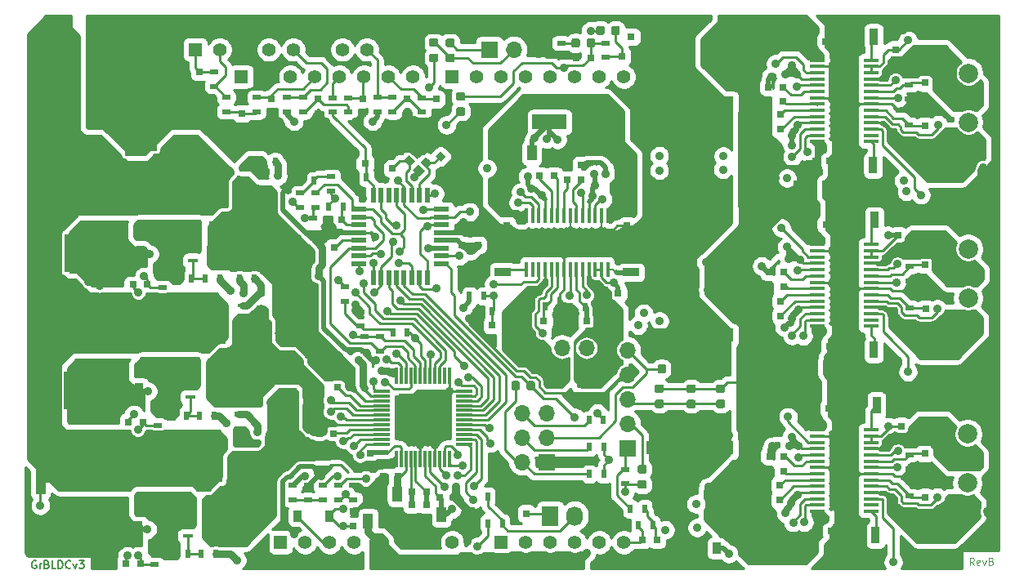
<source format=gtl>
G04 #@! TF.GenerationSoftware,KiCad,Pcbnew,(5.1.0-0)*
G04 #@! TF.CreationDate,2019-11-06T16:52:02-05:00*
G04 #@! TF.ProjectId,GrBLDC,4772424c-4443-42e6-9b69-6361645f7063,rev?*
G04 #@! TF.SameCoordinates,PX5a7646cPY8128a60*
G04 #@! TF.FileFunction,Copper,L1,Top*
G04 #@! TF.FilePolarity,Positive*
%FSLAX46Y46*%
G04 Gerber Fmt 4.6, Leading zero omitted, Abs format (unit mm)*
G04 Created by KiCad (PCBNEW (5.1.0-0)) date 2019-11-06 16:52:02*
%MOMM*%
%LPD*%
G04 APERTURE LIST*
%ADD10C,0.100000*%
%ADD11C,0.150000*%
%ADD12C,0.500000*%
%ADD13R,1.600000X0.300000*%
%ADD14R,2.400000X6.460000*%
%ADD15R,1.397000X1.397000*%
%ADD16C,1.397000*%
%ADD17R,0.750000X0.800000*%
%ADD18R,1.000000X1.000000*%
%ADD19R,9.000000X1.400000*%
%ADD20C,0.875000*%
%ADD21R,1.600000X1.000000*%
%ADD22R,0.800000X0.750000*%
%ADD23R,1.000000X1.600000*%
%ADD24R,2.400300X4.000500*%
%ADD25R,0.500000X0.900000*%
%ADD26R,0.900000X0.500000*%
%ADD27R,0.300000X1.600000*%
%ADD28R,6.460000X2.400000*%
%ADD29C,0.889000*%
%ADD30R,1.080000X0.450000*%
%ADD31R,0.650000X0.450000*%
%ADD32R,3.540000X4.260000*%
%ADD33R,0.900000X1.700000*%
%ADD34C,2.000000*%
%ADD35R,3.599180X1.600200*%
%ADD36C,2.500000*%
%ADD37R,1.727200X2.032000*%
%ADD38O,1.727200X2.032000*%
%ADD39R,1.600000X0.550000*%
%ADD40R,0.550000X1.600000*%
%ADD41C,0.800000*%
%ADD42C,0.750000*%
%ADD43R,0.800100X0.800100*%
%ADD44R,1.700000X0.900000*%
%ADD45O,1.700000X1.700000*%
%ADD46R,1.700000X1.700000*%
%ADD47R,0.300000X1.700000*%
%ADD48R,1.700000X0.300000*%
%ADD49R,5.000000X5.000000*%
%ADD50R,0.900000X1.200000*%
%ADD51C,0.254000*%
%ADD52C,0.508000*%
%ADD53C,0.152400*%
%ADD54C,0.762000*%
%ADD55C,1.016000*%
G04 APERTURE END LIST*
D10*
X99404285Y1510715D02*
X99154285Y1867858D01*
X98975714Y1510715D02*
X98975714Y2260715D01*
X99261428Y2260715D01*
X99332857Y2225000D01*
X99368571Y2189286D01*
X99404285Y2117858D01*
X99404285Y2010715D01*
X99368571Y1939286D01*
X99332857Y1903572D01*
X99261428Y1867858D01*
X98975714Y1867858D01*
X100011428Y1546429D02*
X99940000Y1510715D01*
X99797142Y1510715D01*
X99725714Y1546429D01*
X99690000Y1617858D01*
X99690000Y1903572D01*
X99725714Y1975000D01*
X99797142Y2010715D01*
X99940000Y2010715D01*
X100011428Y1975000D01*
X100047142Y1903572D01*
X100047142Y1832143D01*
X99690000Y1760715D01*
X100297142Y2010715D02*
X100475714Y1510715D01*
X100654285Y2010715D01*
X101190000Y1903572D02*
X101297142Y1867858D01*
X101332857Y1832143D01*
X101368571Y1760715D01*
X101368571Y1653572D01*
X101332857Y1582143D01*
X101297142Y1546429D01*
X101225714Y1510715D01*
X100940000Y1510715D01*
X100940000Y2260715D01*
X101190000Y2260715D01*
X101261428Y2225000D01*
X101297142Y2189286D01*
X101332857Y2117858D01*
X101332857Y2046429D01*
X101297142Y1975000D01*
X101261428Y1939286D01*
X101190000Y1903572D01*
X100940000Y1903572D01*
D11*
X2231023Y1924000D02*
X2154833Y1962096D01*
X2040547Y1962096D01*
X1926261Y1924000D01*
X1850071Y1847810D01*
X1811976Y1771620D01*
X1773880Y1619239D01*
X1773880Y1504953D01*
X1811976Y1352572D01*
X1850071Y1276381D01*
X1926261Y1200191D01*
X2040547Y1162096D01*
X2116738Y1162096D01*
X2231023Y1200191D01*
X2269119Y1238286D01*
X2269119Y1504953D01*
X2116738Y1504953D01*
X2611976Y1162096D02*
X2611976Y1695429D01*
X2611976Y1543048D02*
X2650071Y1619239D01*
X2688166Y1657334D01*
X2764357Y1695429D01*
X2840547Y1695429D01*
X3373880Y1581143D02*
X3488166Y1543048D01*
X3526261Y1504953D01*
X3564357Y1428762D01*
X3564357Y1314477D01*
X3526261Y1238286D01*
X3488166Y1200191D01*
X3411976Y1162096D01*
X3107214Y1162096D01*
X3107214Y1962096D01*
X3373880Y1962096D01*
X3450071Y1924000D01*
X3488166Y1885905D01*
X3526261Y1809715D01*
X3526261Y1733524D01*
X3488166Y1657334D01*
X3450071Y1619239D01*
X3373880Y1581143D01*
X3107214Y1581143D01*
X4288166Y1162096D02*
X3907214Y1162096D01*
X3907214Y1962096D01*
X4554833Y1162096D02*
X4554833Y1962096D01*
X4745309Y1962096D01*
X4859595Y1924000D01*
X4935785Y1847810D01*
X4973880Y1771620D01*
X5011976Y1619239D01*
X5011976Y1504953D01*
X4973880Y1352572D01*
X4935785Y1276381D01*
X4859595Y1200191D01*
X4745309Y1162096D01*
X4554833Y1162096D01*
X5811976Y1238286D02*
X5773880Y1200191D01*
X5659595Y1162096D01*
X5583404Y1162096D01*
X5469119Y1200191D01*
X5392928Y1276381D01*
X5354833Y1352572D01*
X5316738Y1504953D01*
X5316738Y1619239D01*
X5354833Y1771620D01*
X5392928Y1847810D01*
X5469119Y1924000D01*
X5583404Y1962096D01*
X5659595Y1962096D01*
X5773880Y1924000D01*
X5811976Y1885905D01*
X6078642Y1695429D02*
X6269119Y1162096D01*
X6459595Y1695429D01*
X6688166Y1962096D02*
X7183404Y1962096D01*
X6916738Y1657334D01*
X7031023Y1657334D01*
X7107214Y1619239D01*
X7145309Y1581143D01*
X7183404Y1504953D01*
X7183404Y1314477D01*
X7145309Y1238286D01*
X7107214Y1200191D01*
X7031023Y1162096D01*
X6802452Y1162096D01*
X6726261Y1200191D01*
X6688166Y1238286D01*
D12*
X84630900Y26575200D03*
X85930900Y26575200D03*
X84630900Y27875200D03*
X87230900Y27875200D03*
X85930900Y27875200D03*
X84630900Y29175200D03*
X87230900Y29175200D03*
X85930900Y29175200D03*
X87230900Y34375200D03*
X84630900Y34375200D03*
X85930900Y34375200D03*
X87230900Y33075200D03*
X84630900Y33075200D03*
X85930900Y33075200D03*
X84630900Y31775200D03*
X87230900Y31775200D03*
X85930900Y31775200D03*
X84630900Y30475200D03*
X87230900Y30475200D03*
X87230900Y26575200D03*
X85930900Y30475200D03*
D13*
X88730900Y30175200D03*
X88730900Y30825200D03*
X88730900Y31475200D03*
X88730900Y32125200D03*
X83130900Y28225200D03*
X88730900Y28225200D03*
X88730900Y28875200D03*
X88730900Y29525200D03*
X83130900Y32775200D03*
X83130900Y32125200D03*
X83130900Y31475200D03*
X83130900Y30825200D03*
X83130900Y30175200D03*
X83130900Y29525200D03*
X88730900Y32775200D03*
X83130900Y28875200D03*
X88730900Y27575200D03*
X88730900Y33425200D03*
X83130900Y33425200D03*
X83130900Y27575200D03*
X88730900Y26925200D03*
X88730900Y34075200D03*
X83130900Y34075200D03*
X83130900Y26925200D03*
X88730900Y26275200D03*
X88730900Y34725200D03*
X83130900Y34725200D03*
X83130900Y26275200D03*
D14*
X85930900Y30175200D03*
D15*
X27571700Y3860800D03*
D16*
X30111700Y3860800D03*
X32651700Y3860800D03*
X35191700Y3860800D03*
X37731700Y3860800D03*
X40271700Y3860800D03*
X42811700Y3860800D03*
X45351700Y3860800D03*
D17*
X43688000Y49797400D03*
X43688000Y48297400D03*
D18*
X2710000Y10350000D03*
X2710000Y9350000D03*
D19*
X69976500Y25349500D03*
X69976500Y13639500D03*
D17*
X53030000Y8360000D03*
X53030000Y6860000D03*
D11*
G36*
X73429691Y20229447D02*
G01*
X73450926Y20226297D01*
X73471750Y20221081D01*
X73491962Y20213849D01*
X73511368Y20204670D01*
X73529781Y20193634D01*
X73547024Y20180846D01*
X73562930Y20166430D01*
X73577346Y20150524D01*
X73590134Y20133281D01*
X73601170Y20114868D01*
X73610349Y20095462D01*
X73617581Y20075250D01*
X73622797Y20054426D01*
X73625947Y20033191D01*
X73627000Y20011750D01*
X73627000Y19574250D01*
X73625947Y19552809D01*
X73622797Y19531574D01*
X73617581Y19510750D01*
X73610349Y19490538D01*
X73601170Y19471132D01*
X73590134Y19452719D01*
X73577346Y19435476D01*
X73562930Y19419570D01*
X73547024Y19405154D01*
X73529781Y19392366D01*
X73511368Y19381330D01*
X73491962Y19372151D01*
X73471750Y19364919D01*
X73450926Y19359703D01*
X73429691Y19356553D01*
X73408250Y19355500D01*
X72895750Y19355500D01*
X72874309Y19356553D01*
X72853074Y19359703D01*
X72832250Y19364919D01*
X72812038Y19372151D01*
X72792632Y19381330D01*
X72774219Y19392366D01*
X72756976Y19405154D01*
X72741070Y19419570D01*
X72726654Y19435476D01*
X72713866Y19452719D01*
X72702830Y19471132D01*
X72693651Y19490538D01*
X72686419Y19510750D01*
X72681203Y19531574D01*
X72678053Y19552809D01*
X72677000Y19574250D01*
X72677000Y20011750D01*
X72678053Y20033191D01*
X72681203Y20054426D01*
X72686419Y20075250D01*
X72693651Y20095462D01*
X72702830Y20114868D01*
X72713866Y20133281D01*
X72726654Y20150524D01*
X72741070Y20166430D01*
X72756976Y20180846D01*
X72774219Y20193634D01*
X72792632Y20204670D01*
X72812038Y20213849D01*
X72832250Y20221081D01*
X72853074Y20226297D01*
X72874309Y20229447D01*
X72895750Y20230500D01*
X73408250Y20230500D01*
X73429691Y20229447D01*
X73429691Y20229447D01*
G37*
D20*
X73152000Y19793000D03*
D11*
G36*
X73429691Y18654447D02*
G01*
X73450926Y18651297D01*
X73471750Y18646081D01*
X73491962Y18638849D01*
X73511368Y18629670D01*
X73529781Y18618634D01*
X73547024Y18605846D01*
X73562930Y18591430D01*
X73577346Y18575524D01*
X73590134Y18558281D01*
X73601170Y18539868D01*
X73610349Y18520462D01*
X73617581Y18500250D01*
X73622797Y18479426D01*
X73625947Y18458191D01*
X73627000Y18436750D01*
X73627000Y17999250D01*
X73625947Y17977809D01*
X73622797Y17956574D01*
X73617581Y17935750D01*
X73610349Y17915538D01*
X73601170Y17896132D01*
X73590134Y17877719D01*
X73577346Y17860476D01*
X73562930Y17844570D01*
X73547024Y17830154D01*
X73529781Y17817366D01*
X73511368Y17806330D01*
X73491962Y17797151D01*
X73471750Y17789919D01*
X73450926Y17784703D01*
X73429691Y17781553D01*
X73408250Y17780500D01*
X72895750Y17780500D01*
X72874309Y17781553D01*
X72853074Y17784703D01*
X72832250Y17789919D01*
X72812038Y17797151D01*
X72792632Y17806330D01*
X72774219Y17817366D01*
X72756976Y17830154D01*
X72741070Y17844570D01*
X72726654Y17860476D01*
X72713866Y17877719D01*
X72702830Y17896132D01*
X72693651Y17915538D01*
X72686419Y17935750D01*
X72681203Y17956574D01*
X72678053Y17977809D01*
X72677000Y17999250D01*
X72677000Y18436750D01*
X72678053Y18458191D01*
X72681203Y18479426D01*
X72686419Y18500250D01*
X72693651Y18520462D01*
X72702830Y18539868D01*
X72713866Y18558281D01*
X72726654Y18575524D01*
X72741070Y18591430D01*
X72756976Y18605846D01*
X72774219Y18618634D01*
X72792632Y18629670D01*
X72812038Y18638849D01*
X72832250Y18646081D01*
X72853074Y18651297D01*
X72874309Y18654447D01*
X72895750Y18655500D01*
X73408250Y18655500D01*
X73429691Y18654447D01*
X73429691Y18654447D01*
G37*
D20*
X73152000Y18218000D03*
D11*
G36*
X70381691Y20221947D02*
G01*
X70402926Y20218797D01*
X70423750Y20213581D01*
X70443962Y20206349D01*
X70463368Y20197170D01*
X70481781Y20186134D01*
X70499024Y20173346D01*
X70514930Y20158930D01*
X70529346Y20143024D01*
X70542134Y20125781D01*
X70553170Y20107368D01*
X70562349Y20087962D01*
X70569581Y20067750D01*
X70574797Y20046926D01*
X70577947Y20025691D01*
X70579000Y20004250D01*
X70579000Y19566750D01*
X70577947Y19545309D01*
X70574797Y19524074D01*
X70569581Y19503250D01*
X70562349Y19483038D01*
X70553170Y19463632D01*
X70542134Y19445219D01*
X70529346Y19427976D01*
X70514930Y19412070D01*
X70499024Y19397654D01*
X70481781Y19384866D01*
X70463368Y19373830D01*
X70443962Y19364651D01*
X70423750Y19357419D01*
X70402926Y19352203D01*
X70381691Y19349053D01*
X70360250Y19348000D01*
X69847750Y19348000D01*
X69826309Y19349053D01*
X69805074Y19352203D01*
X69784250Y19357419D01*
X69764038Y19364651D01*
X69744632Y19373830D01*
X69726219Y19384866D01*
X69708976Y19397654D01*
X69693070Y19412070D01*
X69678654Y19427976D01*
X69665866Y19445219D01*
X69654830Y19463632D01*
X69645651Y19483038D01*
X69638419Y19503250D01*
X69633203Y19524074D01*
X69630053Y19545309D01*
X69629000Y19566750D01*
X69629000Y20004250D01*
X69630053Y20025691D01*
X69633203Y20046926D01*
X69638419Y20067750D01*
X69645651Y20087962D01*
X69654830Y20107368D01*
X69665866Y20125781D01*
X69678654Y20143024D01*
X69693070Y20158930D01*
X69708976Y20173346D01*
X69726219Y20186134D01*
X69744632Y20197170D01*
X69764038Y20206349D01*
X69784250Y20213581D01*
X69805074Y20218797D01*
X69826309Y20221947D01*
X69847750Y20223000D01*
X70360250Y20223000D01*
X70381691Y20221947D01*
X70381691Y20221947D01*
G37*
D20*
X70104000Y19785500D03*
D11*
G36*
X70381691Y18646947D02*
G01*
X70402926Y18643797D01*
X70423750Y18638581D01*
X70443962Y18631349D01*
X70463368Y18622170D01*
X70481781Y18611134D01*
X70499024Y18598346D01*
X70514930Y18583930D01*
X70529346Y18568024D01*
X70542134Y18550781D01*
X70553170Y18532368D01*
X70562349Y18512962D01*
X70569581Y18492750D01*
X70574797Y18471926D01*
X70577947Y18450691D01*
X70579000Y18429250D01*
X70579000Y17991750D01*
X70577947Y17970309D01*
X70574797Y17949074D01*
X70569581Y17928250D01*
X70562349Y17908038D01*
X70553170Y17888632D01*
X70542134Y17870219D01*
X70529346Y17852976D01*
X70514930Y17837070D01*
X70499024Y17822654D01*
X70481781Y17809866D01*
X70463368Y17798830D01*
X70443962Y17789651D01*
X70423750Y17782419D01*
X70402926Y17777203D01*
X70381691Y17774053D01*
X70360250Y17773000D01*
X69847750Y17773000D01*
X69826309Y17774053D01*
X69805074Y17777203D01*
X69784250Y17782419D01*
X69764038Y17789651D01*
X69744632Y17798830D01*
X69726219Y17809866D01*
X69708976Y17822654D01*
X69693070Y17837070D01*
X69678654Y17852976D01*
X69665866Y17870219D01*
X69654830Y17888632D01*
X69645651Y17908038D01*
X69638419Y17928250D01*
X69633203Y17949074D01*
X69630053Y17970309D01*
X69629000Y17991750D01*
X69629000Y18429250D01*
X69630053Y18450691D01*
X69633203Y18471926D01*
X69638419Y18492750D01*
X69645651Y18512962D01*
X69654830Y18532368D01*
X69665866Y18550781D01*
X69678654Y18568024D01*
X69693070Y18583930D01*
X69708976Y18598346D01*
X69726219Y18611134D01*
X69744632Y18622170D01*
X69764038Y18631349D01*
X69784250Y18638581D01*
X69805074Y18643797D01*
X69826309Y18646947D01*
X69847750Y18648000D01*
X70360250Y18648000D01*
X70381691Y18646947D01*
X70381691Y18646947D01*
G37*
D20*
X70104000Y18210500D03*
D11*
G36*
X67079691Y18654447D02*
G01*
X67100926Y18651297D01*
X67121750Y18646081D01*
X67141962Y18638849D01*
X67161368Y18629670D01*
X67179781Y18618634D01*
X67197024Y18605846D01*
X67212930Y18591430D01*
X67227346Y18575524D01*
X67240134Y18558281D01*
X67251170Y18539868D01*
X67260349Y18520462D01*
X67267581Y18500250D01*
X67272797Y18479426D01*
X67275947Y18458191D01*
X67277000Y18436750D01*
X67277000Y17999250D01*
X67275947Y17977809D01*
X67272797Y17956574D01*
X67267581Y17935750D01*
X67260349Y17915538D01*
X67251170Y17896132D01*
X67240134Y17877719D01*
X67227346Y17860476D01*
X67212930Y17844570D01*
X67197024Y17830154D01*
X67179781Y17817366D01*
X67161368Y17806330D01*
X67141962Y17797151D01*
X67121750Y17789919D01*
X67100926Y17784703D01*
X67079691Y17781553D01*
X67058250Y17780500D01*
X66545750Y17780500D01*
X66524309Y17781553D01*
X66503074Y17784703D01*
X66482250Y17789919D01*
X66462038Y17797151D01*
X66442632Y17806330D01*
X66424219Y17817366D01*
X66406976Y17830154D01*
X66391070Y17844570D01*
X66376654Y17860476D01*
X66363866Y17877719D01*
X66352830Y17896132D01*
X66343651Y17915538D01*
X66336419Y17935750D01*
X66331203Y17956574D01*
X66328053Y17977809D01*
X66327000Y17999250D01*
X66327000Y18436750D01*
X66328053Y18458191D01*
X66331203Y18479426D01*
X66336419Y18500250D01*
X66343651Y18520462D01*
X66352830Y18539868D01*
X66363866Y18558281D01*
X66376654Y18575524D01*
X66391070Y18591430D01*
X66406976Y18605846D01*
X66424219Y18618634D01*
X66442632Y18629670D01*
X66462038Y18638849D01*
X66482250Y18646081D01*
X66503074Y18651297D01*
X66524309Y18654447D01*
X66545750Y18655500D01*
X67058250Y18655500D01*
X67079691Y18654447D01*
X67079691Y18654447D01*
G37*
D20*
X66802000Y18218000D03*
D11*
G36*
X67079691Y20229447D02*
G01*
X67100926Y20226297D01*
X67121750Y20221081D01*
X67141962Y20213849D01*
X67161368Y20204670D01*
X67179781Y20193634D01*
X67197024Y20180846D01*
X67212930Y20166430D01*
X67227346Y20150524D01*
X67240134Y20133281D01*
X67251170Y20114868D01*
X67260349Y20095462D01*
X67267581Y20075250D01*
X67272797Y20054426D01*
X67275947Y20033191D01*
X67277000Y20011750D01*
X67277000Y19574250D01*
X67275947Y19552809D01*
X67272797Y19531574D01*
X67267581Y19510750D01*
X67260349Y19490538D01*
X67251170Y19471132D01*
X67240134Y19452719D01*
X67227346Y19435476D01*
X67212930Y19419570D01*
X67197024Y19405154D01*
X67179781Y19392366D01*
X67161368Y19381330D01*
X67141962Y19372151D01*
X67121750Y19364919D01*
X67100926Y19359703D01*
X67079691Y19356553D01*
X67058250Y19355500D01*
X66545750Y19355500D01*
X66524309Y19356553D01*
X66503074Y19359703D01*
X66482250Y19364919D01*
X66462038Y19372151D01*
X66442632Y19381330D01*
X66424219Y19392366D01*
X66406976Y19405154D01*
X66391070Y19419570D01*
X66376654Y19435476D01*
X66363866Y19452719D01*
X66352830Y19471132D01*
X66343651Y19490538D01*
X66336419Y19510750D01*
X66331203Y19531574D01*
X66328053Y19552809D01*
X66327000Y19574250D01*
X66327000Y20011750D01*
X66328053Y20033191D01*
X66331203Y20054426D01*
X66336419Y20075250D01*
X66343651Y20095462D01*
X66352830Y20114868D01*
X66363866Y20133281D01*
X66376654Y20150524D01*
X66391070Y20166430D01*
X66406976Y20180846D01*
X66424219Y20193634D01*
X66442632Y20204670D01*
X66462038Y20213849D01*
X66482250Y20221081D01*
X66503074Y20226297D01*
X66524309Y20229447D01*
X66545750Y20230500D01*
X67058250Y20230500D01*
X67079691Y20229447D01*
X67079691Y20229447D01*
G37*
D20*
X66802000Y19793000D03*
D17*
X35110000Y5540000D03*
X35110000Y7040000D03*
D21*
X13271500Y24969600D03*
X13271500Y21969600D03*
D22*
X41160000Y7747000D03*
X42660000Y7747000D03*
X49500000Y26340000D03*
X48000000Y26340000D03*
D17*
X91300300Y54952200D03*
X91300300Y56452200D03*
X91528900Y35660900D03*
X91528900Y37160900D03*
X91871800Y15912400D03*
X91871800Y17412400D03*
D22*
X62539180Y29654500D03*
X64039180Y29654500D03*
D17*
X94315280Y46999460D03*
X94315280Y48499460D03*
X94404180Y28053600D03*
X94404180Y29553600D03*
X94338140Y8541320D03*
X94338140Y10041320D03*
D22*
X54830280Y26771600D03*
X56330280Y26771600D03*
D17*
X94315280Y51496660D03*
X94315280Y49996660D03*
X94378780Y32627000D03*
X94378780Y31127000D03*
X94338140Y13102020D03*
X94338140Y11602020D03*
D22*
X59302080Y26771600D03*
X57802080Y26771600D03*
X79629700Y51041300D03*
X78129700Y51041300D03*
X79713520Y31884620D03*
X78213520Y31884620D03*
X79721140Y12786360D03*
X78221140Y12786360D03*
D17*
X58717180Y41477500D03*
X58717180Y42977500D03*
D22*
X79642400Y49618900D03*
X78142400Y49618900D03*
D17*
X79324200Y48184500D03*
X79324200Y46684500D03*
D22*
X79700820Y30360620D03*
X78200820Y30360620D03*
D17*
X79395320Y28850020D03*
X79395320Y27350020D03*
D22*
X79708440Y11198860D03*
X78208440Y11198860D03*
D17*
X79291180Y9767000D03*
X79291180Y8267000D03*
X57269380Y41477500D03*
X57269380Y42977500D03*
D22*
X55885780Y41871900D03*
X54385780Y41871900D03*
X82536600Y55778400D03*
X84036600Y55778400D03*
X82920140Y24218900D03*
X84420140Y24218900D03*
X82892200Y17716500D03*
X84392200Y17716500D03*
D17*
X51033680Y38215000D03*
X51033680Y36715000D03*
X36080700Y49810100D03*
X36080700Y48310100D03*
X26631900Y49822800D03*
X26631900Y48322800D03*
X40690800Y49822800D03*
X40690800Y48322800D03*
X31450000Y49820000D03*
X31450000Y48320000D03*
X23558500Y48322800D03*
X23558500Y49822800D03*
D22*
X82574700Y36804600D03*
X84074700Y36804600D03*
X83146200Y5016500D03*
X84646200Y5016500D03*
D17*
X63466980Y38176900D03*
X63466980Y36676900D03*
D22*
X39741540Y10749280D03*
X38241540Y10749280D03*
D23*
X39638100Y8859520D03*
X36638100Y8859520D03*
D17*
X36890000Y13120000D03*
X36890000Y11620000D03*
D22*
X33430000Y19930000D03*
X34930000Y19930000D03*
X33070000Y15150000D03*
X31570000Y15150000D03*
D17*
X65020000Y2620000D03*
X65020000Y4120000D03*
D23*
X36640000Y6050000D03*
X39640000Y6050000D03*
D17*
X66560000Y2630000D03*
X66560000Y4130000D03*
D24*
X6362700Y41846500D03*
X6362700Y33845500D03*
D23*
X81258280Y21996400D03*
X84258280Y21996400D03*
D21*
X15760700Y24969600D03*
X15760700Y21969600D03*
X13220700Y10542400D03*
X13220700Y7542400D03*
D24*
X6311900Y27571700D03*
X6311900Y19570700D03*
D21*
X16014700Y39295200D03*
X16014700Y36295200D03*
X13373100Y39346000D03*
X13373100Y36346000D03*
D24*
X6311900Y13195300D03*
X6311900Y5194300D03*
D23*
X50587780Y44234100D03*
X53587780Y44234100D03*
D21*
X15760700Y10542400D03*
X15760700Y7542400D03*
D22*
X82968400Y43370500D03*
X84468400Y43370500D03*
X59678000Y54102000D03*
X58178000Y54102000D03*
X41160000Y9144000D03*
X42660000Y9144000D03*
D25*
X47140000Y29390000D03*
X48640000Y29390000D03*
X49510000Y27850000D03*
X48010000Y27850000D03*
D26*
X92692220Y47141700D03*
X92692220Y48641700D03*
X92753180Y28180600D03*
X92753180Y29680600D03*
X92710000Y8655620D03*
X92710000Y10155620D03*
D25*
X54976330Y28301950D03*
X56476330Y28301950D03*
D26*
X92692220Y51296000D03*
X92692220Y49796000D03*
X92765880Y32474600D03*
X92765880Y30974600D03*
X92710000Y12959780D03*
X92710000Y11459780D03*
D25*
X59136980Y28282900D03*
X57636980Y28282900D03*
D26*
X61214000Y54114000D03*
X61214000Y55614000D03*
X56642000Y55614000D03*
X56642000Y54114000D03*
X32994600Y48437100D03*
X32994600Y49937100D03*
X42202100Y48449800D03*
X42202100Y49949800D03*
X34607500Y48449800D03*
X34607500Y49949800D03*
X25082500Y48475200D03*
X25082500Y49975200D03*
D25*
X61020000Y16520000D03*
X59520000Y16520000D03*
D26*
X39179500Y49975200D03*
X39179500Y48475200D03*
X29883100Y49975200D03*
X29883100Y48475200D03*
X21932900Y50000600D03*
X21932900Y48500600D03*
D25*
X61032000Y13726000D03*
X59532000Y13726000D03*
X61044000Y10932000D03*
X59544000Y10932000D03*
D26*
X37579300Y49975200D03*
X37579300Y48475200D03*
X28257500Y49975200D03*
X28257500Y48475200D03*
X20700000Y51130000D03*
X20700000Y52630000D03*
X23253700Y17133000D03*
X23253700Y15633000D03*
X25010000Y12800000D03*
X25010000Y14300000D03*
D25*
X20828700Y2641600D03*
X19328700Y2641600D03*
X64640000Y5660000D03*
X66140000Y5660000D03*
X17983900Y2641600D03*
X16483900Y2641600D03*
X23316500Y31191200D03*
X24816500Y31191200D03*
D26*
X25539700Y28155200D03*
X25539700Y29655200D03*
D25*
X20676300Y17018000D03*
X19176300Y17018000D03*
X21285900Y31242000D03*
X19785900Y31242000D03*
X27013600Y43294300D03*
X25513600Y43294300D03*
D26*
X25793700Y40258300D03*
X25793700Y41758300D03*
D25*
X17831500Y17018000D03*
X16331500Y17018000D03*
X18339500Y31242000D03*
X16839500Y31242000D03*
X65290000Y7340000D03*
X63790000Y7340000D03*
D26*
X63246000Y9930000D03*
X63246000Y11430000D03*
D12*
X84628200Y45701400D03*
X85928200Y45701400D03*
X84628200Y47001400D03*
X87228200Y47001400D03*
X85928200Y47001400D03*
X84628200Y48301400D03*
X87228200Y48301400D03*
X85928200Y48301400D03*
X87228200Y53501400D03*
X84628200Y53501400D03*
X85928200Y53501400D03*
X87228200Y52201400D03*
X84628200Y52201400D03*
X85928200Y52201400D03*
X84628200Y50901400D03*
X87228200Y50901400D03*
X85928200Y50901400D03*
X84628200Y49601400D03*
X87228200Y49601400D03*
X87228200Y45701400D03*
X85928200Y49601400D03*
D13*
X88728200Y49301400D03*
X88728200Y49951400D03*
X88728200Y50601400D03*
X88728200Y51251400D03*
X83128200Y47351400D03*
X88728200Y47351400D03*
X88728200Y48001400D03*
X88728200Y48651400D03*
X83128200Y51901400D03*
X83128200Y51251400D03*
X83128200Y50601400D03*
X83128200Y49951400D03*
X83128200Y49301400D03*
X83128200Y48651400D03*
X88728200Y51901400D03*
X83128200Y48001400D03*
X88728200Y46701400D03*
X88728200Y52551400D03*
X83128200Y52551400D03*
X83128200Y46701400D03*
X88728200Y46051400D03*
X88728200Y53201400D03*
X83128200Y53201400D03*
X83128200Y46051400D03*
X88728200Y45401400D03*
X88728200Y53851400D03*
X83128200Y53851400D03*
X83128200Y45401400D03*
D14*
X85928200Y49301400D03*
D12*
X84625800Y7372800D03*
X85925800Y7372800D03*
X84625800Y8672800D03*
X87225800Y8672800D03*
X85925800Y8672800D03*
X84625800Y9972800D03*
X87225800Y9972800D03*
X85925800Y9972800D03*
X87225800Y15172800D03*
X84625800Y15172800D03*
X85925800Y15172800D03*
X87225800Y13872800D03*
X84625800Y13872800D03*
X85925800Y13872800D03*
X84625800Y12572800D03*
X87225800Y12572800D03*
X85925800Y12572800D03*
X84625800Y11272800D03*
X87225800Y11272800D03*
X87225800Y7372800D03*
X85925800Y11272800D03*
D13*
X88725800Y10972800D03*
X88725800Y11622800D03*
X88725800Y12272800D03*
X88725800Y12922800D03*
X83125800Y9022800D03*
X88725800Y9022800D03*
X88725800Y9672800D03*
X88725800Y10322800D03*
X83125800Y13572800D03*
X83125800Y12922800D03*
X83125800Y12272800D03*
X83125800Y11622800D03*
X83125800Y10972800D03*
X83125800Y10322800D03*
X88725800Y13572800D03*
X83125800Y9672800D03*
X88725800Y8372800D03*
X88725800Y14222800D03*
X83125800Y14222800D03*
X83125800Y8372800D03*
X88725800Y7722800D03*
X88725800Y14872800D03*
X83125800Y14872800D03*
X83125800Y7722800D03*
X88725800Y7072800D03*
X88725800Y15522800D03*
X83125800Y15522800D03*
X83125800Y7072800D03*
D14*
X85925800Y10972800D03*
D12*
X53313780Y36263100D03*
X53313780Y34963100D03*
X54613780Y36263100D03*
X54613780Y33663100D03*
X54613780Y34963100D03*
X55913780Y36263100D03*
X55913780Y33663100D03*
X55913780Y34963100D03*
X61113780Y33663100D03*
X61113780Y36263100D03*
X61113780Y34963100D03*
X59813780Y33663100D03*
X59813780Y36263100D03*
X59813780Y34963100D03*
X58513780Y36263100D03*
X58513780Y33663100D03*
X58513780Y34963100D03*
X57213780Y36263100D03*
X57213780Y33663100D03*
X53313780Y33663100D03*
X57213780Y34963100D03*
D27*
X56913780Y32163100D03*
X57563780Y32163100D03*
X58213780Y32163100D03*
X58863780Y32163100D03*
X54963780Y37763100D03*
X54963780Y32163100D03*
X55613780Y32163100D03*
X56263780Y32163100D03*
X59513780Y37763100D03*
X58863780Y37763100D03*
X58213780Y37763100D03*
X57563780Y37763100D03*
X56913780Y37763100D03*
X56263780Y37763100D03*
X59513780Y32163100D03*
X55613780Y37763100D03*
X54313780Y32163100D03*
X60163780Y32163100D03*
X60163780Y37763100D03*
X54313780Y37763100D03*
X53663780Y32163100D03*
X60813780Y32163100D03*
X60813780Y37763100D03*
X53663780Y37763100D03*
X53013780Y32163100D03*
X61463780Y32163100D03*
X61463780Y37763100D03*
X53013780Y37763100D03*
D28*
X56913780Y34963100D03*
D15*
X50431700Y3860800D03*
D16*
X52971700Y3860800D03*
X55511700Y3860800D03*
X58051700Y3860800D03*
X60591700Y3860800D03*
X63131700Y3860800D03*
D15*
X18732500Y54940200D03*
D16*
X21272500Y54940200D03*
X23812500Y54940200D03*
X26352500Y54940200D03*
X28892500Y54940200D03*
X31432500Y54940200D03*
X33972500Y54940200D03*
X36512500Y54940200D03*
X39052500Y54940200D03*
D15*
X23507700Y52120800D03*
D16*
X26047700Y52120800D03*
X28587700Y52120800D03*
X31127700Y52120800D03*
X33667700Y52120800D03*
X36207700Y52120800D03*
X38747700Y52120800D03*
X41287700Y52120800D03*
D15*
X45351700Y52120800D03*
D16*
X47891700Y52120800D03*
X50431700Y52120800D03*
X52971700Y52120800D03*
X55511700Y52120800D03*
X58051700Y52120800D03*
X60591700Y52120800D03*
X63131700Y52120800D03*
D15*
X18270000Y45230000D03*
D16*
X18270000Y47770000D03*
D29*
X19719100Y9992800D03*
X19719100Y14492800D03*
X18469100Y13742800D03*
X19719100Y12992800D03*
X19719100Y11492800D03*
X20969100Y10742800D03*
X18469100Y10742800D03*
X18469100Y12242800D03*
X20969100Y12242800D03*
X20969100Y13742800D03*
D30*
X23339100Y10337800D03*
X23339100Y11607800D03*
X23339100Y12877800D03*
D31*
X17699100Y11607800D03*
X17699100Y12877800D03*
X17699100Y14147800D03*
D30*
X23339100Y14147800D03*
D32*
X19794100Y12242800D03*
D31*
X17699100Y10337800D03*
D29*
X21555900Y8650800D03*
X21555900Y4150800D03*
X22805900Y4900800D03*
X21555900Y5650800D03*
X21555900Y7150800D03*
X20305900Y7900800D03*
X22805900Y7900800D03*
X22805900Y6400800D03*
X20305900Y6400800D03*
X20305900Y4900800D03*
D30*
X17935900Y8305800D03*
X17935900Y7035800D03*
X17935900Y5765800D03*
D31*
X23575900Y7035800D03*
X23575900Y5765800D03*
X23575900Y4495800D03*
D30*
X17935900Y4495800D03*
D32*
X21480900Y6400800D03*
D31*
X23575900Y8305800D03*
D29*
X20049300Y24267600D03*
X20049300Y28767600D03*
X18799300Y28017600D03*
X20049300Y27267600D03*
X20049300Y25767600D03*
X21299300Y25017600D03*
X18799300Y25017600D03*
X18799300Y26517600D03*
X21299300Y26517600D03*
X21299300Y28017600D03*
D30*
X23669300Y24612600D03*
X23669300Y25882600D03*
X23669300Y27152600D03*
D31*
X18029300Y25882600D03*
X18029300Y27152600D03*
X18029300Y28422600D03*
D30*
X23669300Y28422600D03*
D32*
X20124300Y26517600D03*
D31*
X18029300Y24612600D03*
D29*
X21860700Y23078000D03*
X21860700Y18578000D03*
X23110700Y19328000D03*
X21860700Y20078000D03*
X21860700Y21578000D03*
X20610700Y22328000D03*
X23110700Y22328000D03*
X23110700Y20828000D03*
X20610700Y20828000D03*
X20610700Y19328000D03*
D30*
X18240700Y22733000D03*
X18240700Y21463000D03*
X18240700Y20193000D03*
D31*
X23880700Y21463000D03*
X23880700Y20193000D03*
X23880700Y18923000D03*
D30*
X18240700Y18923000D03*
D32*
X21785700Y20828000D03*
D31*
X23880700Y22733000D03*
D29*
X20227100Y38593200D03*
X20227100Y43093200D03*
X18977100Y42343200D03*
X20227100Y41593200D03*
X20227100Y40093200D03*
X21477100Y39343200D03*
X18977100Y39343200D03*
X18977100Y40843200D03*
X21477100Y40843200D03*
X21477100Y42343200D03*
D30*
X23847100Y38938200D03*
X23847100Y40208200D03*
X23847100Y41478200D03*
D31*
X18207100Y40208200D03*
X18207100Y41478200D03*
X18207100Y42748200D03*
D30*
X23847100Y42748200D03*
D32*
X20302100Y40843200D03*
D31*
X18207100Y38938200D03*
D29*
X22063900Y37251200D03*
X22063900Y32751200D03*
X23313900Y33501200D03*
X22063900Y34251200D03*
X22063900Y35751200D03*
X20813900Y36501200D03*
X23313900Y36501200D03*
X23313900Y35001200D03*
X20813900Y35001200D03*
X20813900Y33501200D03*
D30*
X18443900Y36906200D03*
X18443900Y35636200D03*
X18443900Y34366200D03*
D31*
X24083900Y35636200D03*
X24083900Y34366200D03*
X24083900Y33096200D03*
D30*
X18443900Y33096200D03*
D32*
X21988900Y35001200D03*
D31*
X24083900Y36906200D03*
D33*
X12837500Y5181600D03*
X15737500Y5181600D03*
X12888300Y19558000D03*
X15788300Y19558000D03*
X13040700Y33782000D03*
X15940700Y33782000D03*
D23*
X8938000Y44704000D03*
X11938000Y44704000D03*
D21*
X13970000Y41934000D03*
X13970000Y44934000D03*
D34*
X98729800Y12545300D03*
X98729800Y15085300D03*
X98729800Y10005300D03*
X98729800Y7465300D03*
X98823780Y49959260D03*
X98823780Y52499260D03*
X98823780Y47419260D03*
X98823780Y44879260D03*
X98795840Y31742380D03*
X98795840Y34282380D03*
X98795840Y29202380D03*
X98795840Y26662380D03*
D35*
X73439020Y54991000D03*
X67937380Y54991000D03*
X73426320Y31521400D03*
X67924680Y31521400D03*
X73426320Y8204200D03*
X67924680Y8204200D03*
X60934600Y47434500D03*
X55432960Y47434500D03*
D19*
X69976500Y49428700D03*
X69976500Y37718700D03*
D23*
X81537680Y2997200D03*
X84537680Y2997200D03*
X81215100Y40614600D03*
X84215100Y40614600D03*
D36*
X13695700Y54533800D03*
X8695700Y54533800D03*
X3695700Y54533800D03*
X28257500Y18503900D03*
X28257500Y22003900D03*
X28257500Y25503900D03*
D25*
X50534000Y8636000D03*
X49034000Y8636000D03*
X50534000Y5842000D03*
X49034000Y5842000D03*
D37*
X55500000Y6610000D03*
D38*
X58040000Y6610000D03*
X60580000Y6610000D03*
D17*
X19180000Y51120000D03*
X19180000Y52620000D03*
D39*
X44211820Y32762540D03*
X44211820Y33562540D03*
X44211820Y34362540D03*
X44211820Y35162540D03*
X44211820Y35962540D03*
X44211820Y36762540D03*
X44211820Y37562540D03*
X44211820Y38362540D03*
D40*
X42761820Y39812540D03*
X41961820Y39812540D03*
X41161820Y39812540D03*
X40361820Y39812540D03*
X39561820Y39812540D03*
X38761820Y39812540D03*
X37961820Y39812540D03*
X37161820Y39812540D03*
D39*
X35711820Y38362540D03*
X35711820Y37562540D03*
X35711820Y36762540D03*
X35711820Y35962540D03*
X35711820Y35162540D03*
X35711820Y34362540D03*
X35711820Y33562540D03*
X35711820Y32762540D03*
D40*
X37161820Y31312540D03*
X37961820Y31312540D03*
X38761820Y31312540D03*
X39561820Y31312540D03*
X40361820Y31312540D03*
X41161820Y31312540D03*
X41961820Y31312540D03*
X42761820Y31312540D03*
D41*
X42666883Y43200934D03*
D11*
G36*
X43267924Y43165579D02*
G01*
X42702238Y42599893D01*
X42065842Y43236289D01*
X42631528Y43801975D01*
X43267924Y43165579D01*
X43267924Y43165579D01*
G37*
D41*
X41676934Y44190883D03*
D11*
G36*
X42277975Y44155528D02*
G01*
X41712289Y43589842D01*
X41075893Y44226238D01*
X41641579Y44791924D01*
X42277975Y44155528D01*
X42277975Y44155528D01*
G37*
D41*
X40899117Y43413066D03*
D11*
G36*
X41500158Y43377711D02*
G01*
X40934472Y42812025D01*
X40298076Y43448421D01*
X40863762Y44014107D01*
X41500158Y43377711D01*
X41500158Y43377711D01*
G37*
D41*
X41889066Y42423117D03*
D11*
G36*
X42490107Y42387762D02*
G01*
X41924421Y41822076D01*
X41288025Y42458472D01*
X41853711Y43024158D01*
X42490107Y42387762D01*
X42490107Y42387762D01*
G37*
D22*
X11540000Y1630000D03*
X13040000Y1630000D03*
X11820000Y16320000D03*
X13320000Y16320000D03*
X12270040Y30573980D03*
X13770040Y30573980D03*
D26*
X34230000Y28850000D03*
X34230000Y30350000D03*
X32800000Y41770000D03*
X32800000Y40270000D03*
X31940000Y9770000D03*
X31940000Y8270000D03*
X30380000Y9770000D03*
X30380000Y8270000D03*
D25*
X40690000Y25600000D03*
X39190000Y25600000D03*
D26*
X35850000Y27770000D03*
X35850000Y26270000D03*
X29610000Y38590000D03*
X29610000Y40090000D03*
D25*
X29540000Y41330000D03*
X31040000Y41330000D03*
D26*
X33520000Y8290000D03*
X33520000Y9790000D03*
X37860000Y25200000D03*
X37860000Y23700000D03*
X31180000Y38580000D03*
X31180000Y40080000D03*
X14500000Y3050000D03*
X14500000Y1550000D03*
X35080000Y9790000D03*
X35080000Y8290000D03*
X14840000Y17490000D03*
X14840000Y15990000D03*
X36230000Y23690000D03*
X36230000Y25190000D03*
X15318740Y31768480D03*
X15318740Y30268480D03*
X30950000Y35930000D03*
X30950000Y37430000D03*
D42*
X44154830Y43856170D03*
D11*
G36*
X43606822Y43873848D02*
G01*
X44137152Y44404178D01*
X44702838Y43838492D01*
X44172508Y43308162D01*
X43606822Y43873848D01*
X43606822Y43873848D01*
G37*
D42*
X43094170Y44916830D03*
D11*
G36*
X42546162Y44934508D02*
G01*
X43076492Y45464838D01*
X43642178Y44899152D01*
X43111848Y44368822D01*
X42546162Y44934508D01*
X42546162Y44934508D01*
G37*
D17*
X39160000Y44130000D03*
X39160000Y42630000D03*
D22*
X32410000Y37270000D03*
X33910000Y37270000D03*
D17*
X33150000Y34410000D03*
X33150000Y35910000D03*
X46367700Y36175380D03*
X46367700Y34675380D03*
X47993300Y36195700D03*
X47993300Y34695700D03*
D22*
X36310000Y43120000D03*
X37810000Y43120000D03*
X45581000Y8509000D03*
X44081000Y8509000D03*
D23*
X44220000Y6731000D03*
X47220000Y6731000D03*
D43*
X62950000Y54250000D03*
X64850000Y54250000D03*
X63900000Y56248980D03*
D33*
X89003800Y56273700D03*
X86103800Y56273700D03*
X89092700Y37287200D03*
X86192700Y37287200D03*
X89308600Y18097500D03*
X86408600Y18097500D03*
D44*
X63898780Y31849400D03*
X63898780Y34749400D03*
D33*
X88953000Y42951400D03*
X86053000Y42951400D03*
X89029200Y23799800D03*
X86129200Y23799800D03*
X89214620Y4597400D03*
X86314620Y4597400D03*
D44*
X50601880Y31900200D03*
X50601880Y34800200D03*
D25*
X36460000Y41700000D03*
X37960000Y41700000D03*
X32560000Y38690000D03*
X34060000Y38690000D03*
D26*
X28810000Y8260000D03*
X28810000Y9760000D03*
D45*
X52578000Y17272000D03*
X55118000Y17272000D03*
X52578000Y14732000D03*
X55118000Y14732000D03*
X52578000Y12192000D03*
D46*
X55118000Y12192000D03*
X56720000Y21470000D03*
D45*
X56720000Y24010000D03*
X59260000Y21470000D03*
X59260000Y24010000D03*
D46*
X49200000Y54950000D03*
D45*
X51740000Y54950000D03*
X54280000Y54950000D03*
D11*
G36*
X65307691Y10301447D02*
G01*
X65328926Y10298297D01*
X65349750Y10293081D01*
X65369962Y10285849D01*
X65389368Y10276670D01*
X65407781Y10265634D01*
X65425024Y10252846D01*
X65440930Y10238430D01*
X65455346Y10222524D01*
X65468134Y10205281D01*
X65479170Y10186868D01*
X65488349Y10167462D01*
X65495581Y10147250D01*
X65500797Y10126426D01*
X65503947Y10105191D01*
X65505000Y10083750D01*
X65505000Y9646250D01*
X65503947Y9624809D01*
X65500797Y9603574D01*
X65495581Y9582750D01*
X65488349Y9562538D01*
X65479170Y9543132D01*
X65468134Y9524719D01*
X65455346Y9507476D01*
X65440930Y9491570D01*
X65425024Y9477154D01*
X65407781Y9464366D01*
X65389368Y9453330D01*
X65369962Y9444151D01*
X65349750Y9436919D01*
X65328926Y9431703D01*
X65307691Y9428553D01*
X65286250Y9427500D01*
X64773750Y9427500D01*
X64752309Y9428553D01*
X64731074Y9431703D01*
X64710250Y9436919D01*
X64690038Y9444151D01*
X64670632Y9453330D01*
X64652219Y9464366D01*
X64634976Y9477154D01*
X64619070Y9491570D01*
X64604654Y9507476D01*
X64591866Y9524719D01*
X64580830Y9543132D01*
X64571651Y9562538D01*
X64564419Y9582750D01*
X64559203Y9603574D01*
X64556053Y9624809D01*
X64555000Y9646250D01*
X64555000Y10083750D01*
X64556053Y10105191D01*
X64559203Y10126426D01*
X64564419Y10147250D01*
X64571651Y10167462D01*
X64580830Y10186868D01*
X64591866Y10205281D01*
X64604654Y10222524D01*
X64619070Y10238430D01*
X64634976Y10252846D01*
X64652219Y10265634D01*
X64670632Y10276670D01*
X64690038Y10285849D01*
X64710250Y10293081D01*
X64731074Y10298297D01*
X64752309Y10301447D01*
X64773750Y10302500D01*
X65286250Y10302500D01*
X65307691Y10301447D01*
X65307691Y10301447D01*
G37*
D20*
X65030000Y9865000D03*
D11*
G36*
X65307691Y11876447D02*
G01*
X65328926Y11873297D01*
X65349750Y11868081D01*
X65369962Y11860849D01*
X65389368Y11851670D01*
X65407781Y11840634D01*
X65425024Y11827846D01*
X65440930Y11813430D01*
X65455346Y11797524D01*
X65468134Y11780281D01*
X65479170Y11761868D01*
X65488349Y11742462D01*
X65495581Y11722250D01*
X65500797Y11701426D01*
X65503947Y11680191D01*
X65505000Y11658750D01*
X65505000Y11221250D01*
X65503947Y11199809D01*
X65500797Y11178574D01*
X65495581Y11157750D01*
X65488349Y11137538D01*
X65479170Y11118132D01*
X65468134Y11099719D01*
X65455346Y11082476D01*
X65440930Y11066570D01*
X65425024Y11052154D01*
X65407781Y11039366D01*
X65389368Y11028330D01*
X65369962Y11019151D01*
X65349750Y11011919D01*
X65328926Y11006703D01*
X65307691Y11003553D01*
X65286250Y11002500D01*
X64773750Y11002500D01*
X64752309Y11003553D01*
X64731074Y11006703D01*
X64710250Y11011919D01*
X64690038Y11019151D01*
X64670632Y11028330D01*
X64652219Y11039366D01*
X64634976Y11052154D01*
X64619070Y11066570D01*
X64604654Y11082476D01*
X64591866Y11099719D01*
X64580830Y11118132D01*
X64571651Y11137538D01*
X64564419Y11157750D01*
X64559203Y11178574D01*
X64556053Y11199809D01*
X64555000Y11221250D01*
X64555000Y11658750D01*
X64556053Y11680191D01*
X64559203Y11701426D01*
X64564419Y11722250D01*
X64571651Y11742462D01*
X64580830Y11761868D01*
X64591866Y11780281D01*
X64604654Y11797524D01*
X64619070Y11813430D01*
X64634976Y11827846D01*
X64652219Y11840634D01*
X64670632Y11851670D01*
X64690038Y11860849D01*
X64710250Y11868081D01*
X64731074Y11873297D01*
X64752309Y11876447D01*
X64773750Y11877500D01*
X65286250Y11877500D01*
X65307691Y11876447D01*
X65307691Y11876447D01*
G37*
D20*
X65030000Y11440000D03*
D11*
G36*
X62510191Y57403947D02*
G01*
X62531426Y57400797D01*
X62552250Y57395581D01*
X62572462Y57388349D01*
X62591868Y57379170D01*
X62610281Y57368134D01*
X62627524Y57355346D01*
X62643430Y57340930D01*
X62657846Y57325024D01*
X62670634Y57307781D01*
X62681670Y57289368D01*
X62690849Y57269962D01*
X62698081Y57249750D01*
X62703297Y57228926D01*
X62706447Y57207691D01*
X62707500Y57186250D01*
X62707500Y56673750D01*
X62706447Y56652309D01*
X62703297Y56631074D01*
X62698081Y56610250D01*
X62690849Y56590038D01*
X62681670Y56570632D01*
X62670634Y56552219D01*
X62657846Y56534976D01*
X62643430Y56519070D01*
X62627524Y56504654D01*
X62610281Y56491866D01*
X62591868Y56480830D01*
X62572462Y56471651D01*
X62552250Y56464419D01*
X62531426Y56459203D01*
X62510191Y56456053D01*
X62488750Y56455000D01*
X62051250Y56455000D01*
X62029809Y56456053D01*
X62008574Y56459203D01*
X61987750Y56464419D01*
X61967538Y56471651D01*
X61948132Y56480830D01*
X61929719Y56491866D01*
X61912476Y56504654D01*
X61896570Y56519070D01*
X61882154Y56534976D01*
X61869366Y56552219D01*
X61858330Y56570632D01*
X61849151Y56590038D01*
X61841919Y56610250D01*
X61836703Y56631074D01*
X61833553Y56652309D01*
X61832500Y56673750D01*
X61832500Y57186250D01*
X61833553Y57207691D01*
X61836703Y57228926D01*
X61841919Y57249750D01*
X61849151Y57269962D01*
X61858330Y57289368D01*
X61869366Y57307781D01*
X61882154Y57325024D01*
X61896570Y57340930D01*
X61912476Y57355346D01*
X61929719Y57368134D01*
X61948132Y57379170D01*
X61967538Y57388349D01*
X61987750Y57395581D01*
X62008574Y57400797D01*
X62029809Y57403947D01*
X62051250Y57405000D01*
X62488750Y57405000D01*
X62510191Y57403947D01*
X62510191Y57403947D01*
G37*
D20*
X62270000Y56930000D03*
D11*
G36*
X60935191Y57403947D02*
G01*
X60956426Y57400797D01*
X60977250Y57395581D01*
X60997462Y57388349D01*
X61016868Y57379170D01*
X61035281Y57368134D01*
X61052524Y57355346D01*
X61068430Y57340930D01*
X61082846Y57325024D01*
X61095634Y57307781D01*
X61106670Y57289368D01*
X61115849Y57269962D01*
X61123081Y57249750D01*
X61128297Y57228926D01*
X61131447Y57207691D01*
X61132500Y57186250D01*
X61132500Y56673750D01*
X61131447Y56652309D01*
X61128297Y56631074D01*
X61123081Y56610250D01*
X61115849Y56590038D01*
X61106670Y56570632D01*
X61095634Y56552219D01*
X61082846Y56534976D01*
X61068430Y56519070D01*
X61052524Y56504654D01*
X61035281Y56491866D01*
X61016868Y56480830D01*
X60997462Y56471651D01*
X60977250Y56464419D01*
X60956426Y56459203D01*
X60935191Y56456053D01*
X60913750Y56455000D01*
X60476250Y56455000D01*
X60454809Y56456053D01*
X60433574Y56459203D01*
X60412750Y56464419D01*
X60392538Y56471651D01*
X60373132Y56480830D01*
X60354719Y56491866D01*
X60337476Y56504654D01*
X60321570Y56519070D01*
X60307154Y56534976D01*
X60294366Y56552219D01*
X60283330Y56570632D01*
X60274151Y56590038D01*
X60266919Y56610250D01*
X60261703Y56631074D01*
X60258553Y56652309D01*
X60257500Y56673750D01*
X60257500Y57186250D01*
X60258553Y57207691D01*
X60261703Y57228926D01*
X60266919Y57249750D01*
X60274151Y57269962D01*
X60283330Y57289368D01*
X60294366Y57307781D01*
X60307154Y57325024D01*
X60321570Y57340930D01*
X60337476Y57355346D01*
X60354719Y57368134D01*
X60373132Y57379170D01*
X60392538Y57388349D01*
X60412750Y57395581D01*
X60433574Y57400797D01*
X60454809Y57403947D01*
X60476250Y57405000D01*
X60913750Y57405000D01*
X60935191Y57403947D01*
X60935191Y57403947D01*
G37*
D20*
X60695000Y56930000D03*
D11*
G36*
X67296191Y22317947D02*
G01*
X67317426Y22314797D01*
X67338250Y22309581D01*
X67358462Y22302349D01*
X67377868Y22293170D01*
X67396281Y22282134D01*
X67413524Y22269346D01*
X67429430Y22254930D01*
X67443846Y22239024D01*
X67456634Y22221781D01*
X67467670Y22203368D01*
X67476849Y22183962D01*
X67484081Y22163750D01*
X67489297Y22142926D01*
X67492447Y22121691D01*
X67493500Y22100250D01*
X67493500Y21587750D01*
X67492447Y21566309D01*
X67489297Y21545074D01*
X67484081Y21524250D01*
X67476849Y21504038D01*
X67467670Y21484632D01*
X67456634Y21466219D01*
X67443846Y21448976D01*
X67429430Y21433070D01*
X67413524Y21418654D01*
X67396281Y21405866D01*
X67377868Y21394830D01*
X67358462Y21385651D01*
X67338250Y21378419D01*
X67317426Y21373203D01*
X67296191Y21370053D01*
X67274750Y21369000D01*
X66837250Y21369000D01*
X66815809Y21370053D01*
X66794574Y21373203D01*
X66773750Y21378419D01*
X66753538Y21385651D01*
X66734132Y21394830D01*
X66715719Y21405866D01*
X66698476Y21418654D01*
X66682570Y21433070D01*
X66668154Y21448976D01*
X66655366Y21466219D01*
X66644330Y21484632D01*
X66635151Y21504038D01*
X66627919Y21524250D01*
X66622703Y21545074D01*
X66619553Y21566309D01*
X66618500Y21587750D01*
X66618500Y22100250D01*
X66619553Y22121691D01*
X66622703Y22142926D01*
X66627919Y22163750D01*
X66635151Y22183962D01*
X66644330Y22203368D01*
X66655366Y22221781D01*
X66668154Y22239024D01*
X66682570Y22254930D01*
X66698476Y22269346D01*
X66715719Y22282134D01*
X66734132Y22293170D01*
X66753538Y22302349D01*
X66773750Y22309581D01*
X66794574Y22314797D01*
X66815809Y22317947D01*
X66837250Y22319000D01*
X67274750Y22319000D01*
X67296191Y22317947D01*
X67296191Y22317947D01*
G37*
D20*
X67056000Y21844000D03*
D11*
G36*
X68871191Y22317947D02*
G01*
X68892426Y22314797D01*
X68913250Y22309581D01*
X68933462Y22302349D01*
X68952868Y22293170D01*
X68971281Y22282134D01*
X68988524Y22269346D01*
X69004430Y22254930D01*
X69018846Y22239024D01*
X69031634Y22221781D01*
X69042670Y22203368D01*
X69051849Y22183962D01*
X69059081Y22163750D01*
X69064297Y22142926D01*
X69067447Y22121691D01*
X69068500Y22100250D01*
X69068500Y21587750D01*
X69067447Y21566309D01*
X69064297Y21545074D01*
X69059081Y21524250D01*
X69051849Y21504038D01*
X69042670Y21484632D01*
X69031634Y21466219D01*
X69018846Y21448976D01*
X69004430Y21433070D01*
X68988524Y21418654D01*
X68971281Y21405866D01*
X68952868Y21394830D01*
X68933462Y21385651D01*
X68913250Y21378419D01*
X68892426Y21373203D01*
X68871191Y21370053D01*
X68849750Y21369000D01*
X68412250Y21369000D01*
X68390809Y21370053D01*
X68369574Y21373203D01*
X68348750Y21378419D01*
X68328538Y21385651D01*
X68309132Y21394830D01*
X68290719Y21405866D01*
X68273476Y21418654D01*
X68257570Y21433070D01*
X68243154Y21448976D01*
X68230366Y21466219D01*
X68219330Y21484632D01*
X68210151Y21504038D01*
X68202919Y21524250D01*
X68197703Y21545074D01*
X68194553Y21566309D01*
X68193500Y21587750D01*
X68193500Y22100250D01*
X68194553Y22121691D01*
X68197703Y22142926D01*
X68202919Y22163750D01*
X68210151Y22183962D01*
X68219330Y22203368D01*
X68230366Y22221781D01*
X68243154Y22239024D01*
X68257570Y22254930D01*
X68273476Y22269346D01*
X68290719Y22282134D01*
X68309132Y22293170D01*
X68328538Y22302349D01*
X68348750Y22309581D01*
X68369574Y22314797D01*
X68390809Y22317947D01*
X68412250Y22319000D01*
X68849750Y22319000D01*
X68871191Y22317947D01*
X68871191Y22317947D01*
G37*
D20*
X68631000Y21844000D03*
D11*
G36*
X59955691Y56099947D02*
G01*
X59976926Y56096797D01*
X59997750Y56091581D01*
X60017962Y56084349D01*
X60037368Y56075170D01*
X60055781Y56064134D01*
X60073024Y56051346D01*
X60088930Y56036930D01*
X60103346Y56021024D01*
X60116134Y56003781D01*
X60127170Y55985368D01*
X60136349Y55965962D01*
X60143581Y55945750D01*
X60148797Y55924926D01*
X60151947Y55903691D01*
X60153000Y55882250D01*
X60153000Y55369750D01*
X60151947Y55348309D01*
X60148797Y55327074D01*
X60143581Y55306250D01*
X60136349Y55286038D01*
X60127170Y55266632D01*
X60116134Y55248219D01*
X60103346Y55230976D01*
X60088930Y55215070D01*
X60073024Y55200654D01*
X60055781Y55187866D01*
X60037368Y55176830D01*
X60017962Y55167651D01*
X59997750Y55160419D01*
X59976926Y55155203D01*
X59955691Y55152053D01*
X59934250Y55151000D01*
X59496750Y55151000D01*
X59475309Y55152053D01*
X59454074Y55155203D01*
X59433250Y55160419D01*
X59413038Y55167651D01*
X59393632Y55176830D01*
X59375219Y55187866D01*
X59357976Y55200654D01*
X59342070Y55215070D01*
X59327654Y55230976D01*
X59314866Y55248219D01*
X59303830Y55266632D01*
X59294651Y55286038D01*
X59287419Y55306250D01*
X59282203Y55327074D01*
X59279053Y55348309D01*
X59278000Y55369750D01*
X59278000Y55882250D01*
X59279053Y55903691D01*
X59282203Y55924926D01*
X59287419Y55945750D01*
X59294651Y55965962D01*
X59303830Y55985368D01*
X59314866Y56003781D01*
X59327654Y56021024D01*
X59342070Y56036930D01*
X59357976Y56051346D01*
X59375219Y56064134D01*
X59393632Y56075170D01*
X59413038Y56084349D01*
X59433250Y56091581D01*
X59454074Y56096797D01*
X59475309Y56099947D01*
X59496750Y56101000D01*
X59934250Y56101000D01*
X59955691Y56099947D01*
X59955691Y56099947D01*
G37*
D20*
X59715500Y55626000D03*
D11*
G36*
X58380691Y56099947D02*
G01*
X58401926Y56096797D01*
X58422750Y56091581D01*
X58442962Y56084349D01*
X58462368Y56075170D01*
X58480781Y56064134D01*
X58498024Y56051346D01*
X58513930Y56036930D01*
X58528346Y56021024D01*
X58541134Y56003781D01*
X58552170Y55985368D01*
X58561349Y55965962D01*
X58568581Y55945750D01*
X58573797Y55924926D01*
X58576947Y55903691D01*
X58578000Y55882250D01*
X58578000Y55369750D01*
X58576947Y55348309D01*
X58573797Y55327074D01*
X58568581Y55306250D01*
X58561349Y55286038D01*
X58552170Y55266632D01*
X58541134Y55248219D01*
X58528346Y55230976D01*
X58513930Y55215070D01*
X58498024Y55200654D01*
X58480781Y55187866D01*
X58462368Y55176830D01*
X58442962Y55167651D01*
X58422750Y55160419D01*
X58401926Y55155203D01*
X58380691Y55152053D01*
X58359250Y55151000D01*
X57921750Y55151000D01*
X57900309Y55152053D01*
X57879074Y55155203D01*
X57858250Y55160419D01*
X57838038Y55167651D01*
X57818632Y55176830D01*
X57800219Y55187866D01*
X57782976Y55200654D01*
X57767070Y55215070D01*
X57752654Y55230976D01*
X57739866Y55248219D01*
X57728830Y55266632D01*
X57719651Y55286038D01*
X57712419Y55306250D01*
X57707203Y55327074D01*
X57704053Y55348309D01*
X57703000Y55369750D01*
X57703000Y55882250D01*
X57704053Y55903691D01*
X57707203Y55924926D01*
X57712419Y55945750D01*
X57719651Y55965962D01*
X57728830Y55985368D01*
X57739866Y56003781D01*
X57752654Y56021024D01*
X57767070Y56036930D01*
X57782976Y56051346D01*
X57800219Y56064134D01*
X57818632Y56075170D01*
X57838038Y56084349D01*
X57858250Y56091581D01*
X57879074Y56096797D01*
X57900309Y56099947D01*
X57921750Y56101000D01*
X58359250Y56101000D01*
X58380691Y56099947D01*
X58380691Y56099947D01*
G37*
D20*
X58140500Y55626000D03*
D11*
G36*
X45417691Y56081447D02*
G01*
X45438926Y56078297D01*
X45459750Y56073081D01*
X45479962Y56065849D01*
X45499368Y56056670D01*
X45517781Y56045634D01*
X45535024Y56032846D01*
X45550930Y56018430D01*
X45565346Y56002524D01*
X45578134Y55985281D01*
X45589170Y55966868D01*
X45598349Y55947462D01*
X45605581Y55927250D01*
X45610797Y55906426D01*
X45613947Y55885191D01*
X45615000Y55863750D01*
X45615000Y55426250D01*
X45613947Y55404809D01*
X45610797Y55383574D01*
X45605581Y55362750D01*
X45598349Y55342538D01*
X45589170Y55323132D01*
X45578134Y55304719D01*
X45565346Y55287476D01*
X45550930Y55271570D01*
X45535024Y55257154D01*
X45517781Y55244366D01*
X45499368Y55233330D01*
X45479962Y55224151D01*
X45459750Y55216919D01*
X45438926Y55211703D01*
X45417691Y55208553D01*
X45396250Y55207500D01*
X44883750Y55207500D01*
X44862309Y55208553D01*
X44841074Y55211703D01*
X44820250Y55216919D01*
X44800038Y55224151D01*
X44780632Y55233330D01*
X44762219Y55244366D01*
X44744976Y55257154D01*
X44729070Y55271570D01*
X44714654Y55287476D01*
X44701866Y55304719D01*
X44690830Y55323132D01*
X44681651Y55342538D01*
X44674419Y55362750D01*
X44669203Y55383574D01*
X44666053Y55404809D01*
X44665000Y55426250D01*
X44665000Y55863750D01*
X44666053Y55885191D01*
X44669203Y55906426D01*
X44674419Y55927250D01*
X44681651Y55947462D01*
X44690830Y55966868D01*
X44701866Y55985281D01*
X44714654Y56002524D01*
X44729070Y56018430D01*
X44744976Y56032846D01*
X44762219Y56045634D01*
X44780632Y56056670D01*
X44800038Y56065849D01*
X44820250Y56073081D01*
X44841074Y56078297D01*
X44862309Y56081447D01*
X44883750Y56082500D01*
X45396250Y56082500D01*
X45417691Y56081447D01*
X45417691Y56081447D01*
G37*
D20*
X45140000Y55645000D03*
D11*
G36*
X45417691Y54506447D02*
G01*
X45438926Y54503297D01*
X45459750Y54498081D01*
X45479962Y54490849D01*
X45499368Y54481670D01*
X45517781Y54470634D01*
X45535024Y54457846D01*
X45550930Y54443430D01*
X45565346Y54427524D01*
X45578134Y54410281D01*
X45589170Y54391868D01*
X45598349Y54372462D01*
X45605581Y54352250D01*
X45610797Y54331426D01*
X45613947Y54310191D01*
X45615000Y54288750D01*
X45615000Y53851250D01*
X45613947Y53829809D01*
X45610797Y53808574D01*
X45605581Y53787750D01*
X45598349Y53767538D01*
X45589170Y53748132D01*
X45578134Y53729719D01*
X45565346Y53712476D01*
X45550930Y53696570D01*
X45535024Y53682154D01*
X45517781Y53669366D01*
X45499368Y53658330D01*
X45479962Y53649151D01*
X45459750Y53641919D01*
X45438926Y53636703D01*
X45417691Y53633553D01*
X45396250Y53632500D01*
X44883750Y53632500D01*
X44862309Y53633553D01*
X44841074Y53636703D01*
X44820250Y53641919D01*
X44800038Y53649151D01*
X44780632Y53658330D01*
X44762219Y53669366D01*
X44744976Y53682154D01*
X44729070Y53696570D01*
X44714654Y53712476D01*
X44701866Y53729719D01*
X44690830Y53748132D01*
X44681651Y53767538D01*
X44674419Y53787750D01*
X44669203Y53808574D01*
X44666053Y53829809D01*
X44665000Y53851250D01*
X44665000Y54288750D01*
X44666053Y54310191D01*
X44669203Y54331426D01*
X44674419Y54352250D01*
X44681651Y54372462D01*
X44690830Y54391868D01*
X44701866Y54410281D01*
X44714654Y54427524D01*
X44729070Y54443430D01*
X44744976Y54457846D01*
X44762219Y54470634D01*
X44780632Y54481670D01*
X44800038Y54490849D01*
X44820250Y54498081D01*
X44841074Y54503297D01*
X44862309Y54506447D01*
X44883750Y54507500D01*
X45396250Y54507500D01*
X45417691Y54506447D01*
X45417691Y54506447D01*
G37*
D20*
X45140000Y54070000D03*
D11*
G36*
X43711691Y54512947D02*
G01*
X43732926Y54509797D01*
X43753750Y54504581D01*
X43773962Y54497349D01*
X43793368Y54488170D01*
X43811781Y54477134D01*
X43829024Y54464346D01*
X43844930Y54449930D01*
X43859346Y54434024D01*
X43872134Y54416781D01*
X43883170Y54398368D01*
X43892349Y54378962D01*
X43899581Y54358750D01*
X43904797Y54337926D01*
X43907947Y54316691D01*
X43909000Y54295250D01*
X43909000Y53857750D01*
X43907947Y53836309D01*
X43904797Y53815074D01*
X43899581Y53794250D01*
X43892349Y53774038D01*
X43883170Y53754632D01*
X43872134Y53736219D01*
X43859346Y53718976D01*
X43844930Y53703070D01*
X43829024Y53688654D01*
X43811781Y53675866D01*
X43793368Y53664830D01*
X43773962Y53655651D01*
X43753750Y53648419D01*
X43732926Y53643203D01*
X43711691Y53640053D01*
X43690250Y53639000D01*
X43177750Y53639000D01*
X43156309Y53640053D01*
X43135074Y53643203D01*
X43114250Y53648419D01*
X43094038Y53655651D01*
X43074632Y53664830D01*
X43056219Y53675866D01*
X43038976Y53688654D01*
X43023070Y53703070D01*
X43008654Y53718976D01*
X42995866Y53736219D01*
X42984830Y53754632D01*
X42975651Y53774038D01*
X42968419Y53794250D01*
X42963203Y53815074D01*
X42960053Y53836309D01*
X42959000Y53857750D01*
X42959000Y54295250D01*
X42960053Y54316691D01*
X42963203Y54337926D01*
X42968419Y54358750D01*
X42975651Y54378962D01*
X42984830Y54398368D01*
X42995866Y54416781D01*
X43008654Y54434024D01*
X43023070Y54449930D01*
X43038976Y54464346D01*
X43056219Y54477134D01*
X43074632Y54488170D01*
X43094038Y54497349D01*
X43114250Y54504581D01*
X43135074Y54509797D01*
X43156309Y54512947D01*
X43177750Y54514000D01*
X43690250Y54514000D01*
X43711691Y54512947D01*
X43711691Y54512947D01*
G37*
D20*
X43434000Y54076500D03*
D11*
G36*
X43711691Y56087947D02*
G01*
X43732926Y56084797D01*
X43753750Y56079581D01*
X43773962Y56072349D01*
X43793368Y56063170D01*
X43811781Y56052134D01*
X43829024Y56039346D01*
X43844930Y56024930D01*
X43859346Y56009024D01*
X43872134Y55991781D01*
X43883170Y55973368D01*
X43892349Y55953962D01*
X43899581Y55933750D01*
X43904797Y55912926D01*
X43907947Y55891691D01*
X43909000Y55870250D01*
X43909000Y55432750D01*
X43907947Y55411309D01*
X43904797Y55390074D01*
X43899581Y55369250D01*
X43892349Y55349038D01*
X43883170Y55329632D01*
X43872134Y55311219D01*
X43859346Y55293976D01*
X43844930Y55278070D01*
X43829024Y55263654D01*
X43811781Y55250866D01*
X43793368Y55239830D01*
X43773962Y55230651D01*
X43753750Y55223419D01*
X43732926Y55218203D01*
X43711691Y55215053D01*
X43690250Y55214000D01*
X43177750Y55214000D01*
X43156309Y55215053D01*
X43135074Y55218203D01*
X43114250Y55223419D01*
X43094038Y55230651D01*
X43074632Y55239830D01*
X43056219Y55250866D01*
X43038976Y55263654D01*
X43023070Y55278070D01*
X43008654Y55293976D01*
X42995866Y55311219D01*
X42984830Y55329632D01*
X42975651Y55349038D01*
X42968419Y55369250D01*
X42963203Y55390074D01*
X42960053Y55411309D01*
X42959000Y55432750D01*
X42959000Y55870250D01*
X42960053Y55891691D01*
X42963203Y55912926D01*
X42968419Y55933750D01*
X42975651Y55953962D01*
X42984830Y55973368D01*
X42995866Y55991781D01*
X43008654Y56009024D01*
X43023070Y56024930D01*
X43038976Y56039346D01*
X43056219Y56052134D01*
X43074632Y56063170D01*
X43094038Y56072349D01*
X43114250Y56079581D01*
X43135074Y56084797D01*
X43156309Y56087947D01*
X43177750Y56089000D01*
X43690250Y56089000D01*
X43711691Y56087947D01*
X43711691Y56087947D01*
G37*
D20*
X43434000Y55651500D03*
D11*
G36*
X46505691Y48950447D02*
G01*
X46526926Y48947297D01*
X46547750Y48942081D01*
X46567962Y48934849D01*
X46587368Y48925670D01*
X46605781Y48914634D01*
X46623024Y48901846D01*
X46638930Y48887430D01*
X46653346Y48871524D01*
X46666134Y48854281D01*
X46677170Y48835868D01*
X46686349Y48816462D01*
X46693581Y48796250D01*
X46698797Y48775426D01*
X46701947Y48754191D01*
X46703000Y48732750D01*
X46703000Y48295250D01*
X46701947Y48273809D01*
X46698797Y48252574D01*
X46693581Y48231750D01*
X46686349Y48211538D01*
X46677170Y48192132D01*
X46666134Y48173719D01*
X46653346Y48156476D01*
X46638930Y48140570D01*
X46623024Y48126154D01*
X46605781Y48113366D01*
X46587368Y48102330D01*
X46567962Y48093151D01*
X46547750Y48085919D01*
X46526926Y48080703D01*
X46505691Y48077553D01*
X46484250Y48076500D01*
X45971750Y48076500D01*
X45950309Y48077553D01*
X45929074Y48080703D01*
X45908250Y48085919D01*
X45888038Y48093151D01*
X45868632Y48102330D01*
X45850219Y48113366D01*
X45832976Y48126154D01*
X45817070Y48140570D01*
X45802654Y48156476D01*
X45789866Y48173719D01*
X45778830Y48192132D01*
X45769651Y48211538D01*
X45762419Y48231750D01*
X45757203Y48252574D01*
X45754053Y48273809D01*
X45753000Y48295250D01*
X45753000Y48732750D01*
X45754053Y48754191D01*
X45757203Y48775426D01*
X45762419Y48796250D01*
X45769651Y48816462D01*
X45778830Y48835868D01*
X45789866Y48854281D01*
X45802654Y48871524D01*
X45817070Y48887430D01*
X45832976Y48901846D01*
X45850219Y48914634D01*
X45868632Y48925670D01*
X45888038Y48934849D01*
X45908250Y48942081D01*
X45929074Y48947297D01*
X45950309Y48950447D01*
X45971750Y48951500D01*
X46484250Y48951500D01*
X46505691Y48950447D01*
X46505691Y48950447D01*
G37*
D20*
X46228000Y48514000D03*
D11*
G36*
X46505691Y50525447D02*
G01*
X46526926Y50522297D01*
X46547750Y50517081D01*
X46567962Y50509849D01*
X46587368Y50500670D01*
X46605781Y50489634D01*
X46623024Y50476846D01*
X46638930Y50462430D01*
X46653346Y50446524D01*
X46666134Y50429281D01*
X46677170Y50410868D01*
X46686349Y50391462D01*
X46693581Y50371250D01*
X46698797Y50350426D01*
X46701947Y50329191D01*
X46703000Y50307750D01*
X46703000Y49870250D01*
X46701947Y49848809D01*
X46698797Y49827574D01*
X46693581Y49806750D01*
X46686349Y49786538D01*
X46677170Y49767132D01*
X46666134Y49748719D01*
X46653346Y49731476D01*
X46638930Y49715570D01*
X46623024Y49701154D01*
X46605781Y49688366D01*
X46587368Y49677330D01*
X46567962Y49668151D01*
X46547750Y49660919D01*
X46526926Y49655703D01*
X46505691Y49652553D01*
X46484250Y49651500D01*
X45971750Y49651500D01*
X45950309Y49652553D01*
X45929074Y49655703D01*
X45908250Y49660919D01*
X45888038Y49668151D01*
X45868632Y49677330D01*
X45850219Y49688366D01*
X45832976Y49701154D01*
X45817070Y49715570D01*
X45802654Y49731476D01*
X45789866Y49748719D01*
X45778830Y49767132D01*
X45769651Y49786538D01*
X45762419Y49806750D01*
X45757203Y49827574D01*
X45754053Y49848809D01*
X45753000Y49870250D01*
X45753000Y50307750D01*
X45754053Y50329191D01*
X45757203Y50350426D01*
X45762419Y50371250D01*
X45769651Y50391462D01*
X45778830Y50410868D01*
X45789866Y50429281D01*
X45802654Y50446524D01*
X45817070Y50462430D01*
X45832976Y50476846D01*
X45850219Y50489634D01*
X45868632Y50500670D01*
X45888038Y50509849D01*
X45908250Y50517081D01*
X45929074Y50522297D01*
X45950309Y50525447D01*
X45971750Y50526500D01*
X46484250Y50526500D01*
X46505691Y50525447D01*
X46505691Y50525447D01*
G37*
D20*
X46228000Y50089000D03*
D11*
G36*
X53725191Y20583947D02*
G01*
X53746426Y20580797D01*
X53767250Y20575581D01*
X53787462Y20568349D01*
X53806868Y20559170D01*
X53825281Y20548134D01*
X53842524Y20535346D01*
X53858430Y20520930D01*
X53872846Y20505024D01*
X53885634Y20487781D01*
X53896670Y20469368D01*
X53905849Y20449962D01*
X53913081Y20429750D01*
X53918297Y20408926D01*
X53921447Y20387691D01*
X53922500Y20366250D01*
X53922500Y19853750D01*
X53921447Y19832309D01*
X53918297Y19811074D01*
X53913081Y19790250D01*
X53905849Y19770038D01*
X53896670Y19750632D01*
X53885634Y19732219D01*
X53872846Y19714976D01*
X53858430Y19699070D01*
X53842524Y19684654D01*
X53825281Y19671866D01*
X53806868Y19660830D01*
X53787462Y19651651D01*
X53767250Y19644419D01*
X53746426Y19639203D01*
X53725191Y19636053D01*
X53703750Y19635000D01*
X53266250Y19635000D01*
X53244809Y19636053D01*
X53223574Y19639203D01*
X53202750Y19644419D01*
X53182538Y19651651D01*
X53163132Y19660830D01*
X53144719Y19671866D01*
X53127476Y19684654D01*
X53111570Y19699070D01*
X53097154Y19714976D01*
X53084366Y19732219D01*
X53073330Y19750632D01*
X53064151Y19770038D01*
X53056919Y19790250D01*
X53051703Y19811074D01*
X53048553Y19832309D01*
X53047500Y19853750D01*
X53047500Y20366250D01*
X53048553Y20387691D01*
X53051703Y20408926D01*
X53056919Y20429750D01*
X53064151Y20449962D01*
X53073330Y20469368D01*
X53084366Y20487781D01*
X53097154Y20505024D01*
X53111570Y20520930D01*
X53127476Y20535346D01*
X53144719Y20548134D01*
X53163132Y20559170D01*
X53182538Y20568349D01*
X53202750Y20575581D01*
X53223574Y20580797D01*
X53244809Y20583947D01*
X53266250Y20585000D01*
X53703750Y20585000D01*
X53725191Y20583947D01*
X53725191Y20583947D01*
G37*
D20*
X53485000Y20110000D03*
D11*
G36*
X52150191Y20583947D02*
G01*
X52171426Y20580797D01*
X52192250Y20575581D01*
X52212462Y20568349D01*
X52231868Y20559170D01*
X52250281Y20548134D01*
X52267524Y20535346D01*
X52283430Y20520930D01*
X52297846Y20505024D01*
X52310634Y20487781D01*
X52321670Y20469368D01*
X52330849Y20449962D01*
X52338081Y20429750D01*
X52343297Y20408926D01*
X52346447Y20387691D01*
X52347500Y20366250D01*
X52347500Y19853750D01*
X52346447Y19832309D01*
X52343297Y19811074D01*
X52338081Y19790250D01*
X52330849Y19770038D01*
X52321670Y19750632D01*
X52310634Y19732219D01*
X52297846Y19714976D01*
X52283430Y19699070D01*
X52267524Y19684654D01*
X52250281Y19671866D01*
X52231868Y19660830D01*
X52212462Y19651651D01*
X52192250Y19644419D01*
X52171426Y19639203D01*
X52150191Y19636053D01*
X52128750Y19635000D01*
X51691250Y19635000D01*
X51669809Y19636053D01*
X51648574Y19639203D01*
X51627750Y19644419D01*
X51607538Y19651651D01*
X51588132Y19660830D01*
X51569719Y19671866D01*
X51552476Y19684654D01*
X51536570Y19699070D01*
X51522154Y19714976D01*
X51509366Y19732219D01*
X51498330Y19750632D01*
X51489151Y19770038D01*
X51481919Y19790250D01*
X51476703Y19811074D01*
X51473553Y19832309D01*
X51472500Y19853750D01*
X51472500Y20366250D01*
X51473553Y20387691D01*
X51476703Y20408926D01*
X51481919Y20429750D01*
X51489151Y20449962D01*
X51498330Y20469368D01*
X51509366Y20487781D01*
X51522154Y20505024D01*
X51536570Y20520930D01*
X51552476Y20535346D01*
X51569719Y20548134D01*
X51588132Y20559170D01*
X51607538Y20568349D01*
X51627750Y20575581D01*
X51648574Y20580797D01*
X51669809Y20583947D01*
X51691250Y20585000D01*
X52128750Y20585000D01*
X52150191Y20583947D01*
X52150191Y20583947D01*
G37*
D20*
X51910000Y20110000D03*
D47*
X39553700Y12489400D03*
X40053700Y12489400D03*
X40553700Y12489400D03*
X41053700Y12489400D03*
X41553700Y12489400D03*
X42053700Y12489400D03*
X42553700Y12489400D03*
X43053700Y12489400D03*
X43553700Y12489400D03*
X44053700Y12489400D03*
X44553700Y12489400D03*
X45053700Y12489400D03*
D48*
X46603700Y14039400D03*
X46603700Y14539400D03*
X46603700Y15039400D03*
X46603700Y15539400D03*
X46603700Y16039400D03*
X46603700Y16539400D03*
X46603700Y17039400D03*
X46603700Y17539400D03*
X46603700Y18039400D03*
X46603700Y18539400D03*
X46603700Y19039400D03*
X46603700Y19539400D03*
D47*
X45053700Y21089400D03*
X44553700Y21089400D03*
X44053700Y21089400D03*
X43553700Y21089400D03*
X43053700Y21089400D03*
X42553700Y21089400D03*
X42053700Y21089400D03*
X41553700Y21089400D03*
X41053700Y21089400D03*
X40553700Y21089400D03*
X40053700Y21089400D03*
X39553700Y21089400D03*
D48*
X38003700Y19539400D03*
X38003700Y19039400D03*
X38003700Y18539400D03*
X38003700Y18039400D03*
X38003700Y17539400D03*
X38003700Y17039400D03*
X38003700Y16539400D03*
X38003700Y16039400D03*
X38003700Y15539400D03*
X38003700Y15039400D03*
X38003700Y14539400D03*
X38003700Y14039400D03*
D49*
X42303700Y16789400D03*
D46*
X63510000Y13630000D03*
D45*
X63510000Y16170000D03*
X63510000Y18710000D03*
X63510000Y21250000D03*
X63510000Y23790000D03*
D50*
X29338000Y6604000D03*
X32638000Y6604000D03*
X72740000Y3250000D03*
X69440000Y3250000D03*
D29*
X60926980Y45199300D03*
X75920600Y47929800D03*
X79730600Y21488400D03*
X78943200Y20472400D03*
X78905100Y22415500D03*
X82550000Y54851300D03*
X74930000Y53263800D03*
X73875900Y53301900D03*
X72859900Y53301900D03*
X71793100Y53263800D03*
X49496980Y45834300D03*
X50068480Y46621700D03*
X62108080Y38557200D03*
X4267200Y10337800D03*
X4140200Y11544300D03*
X4178300Y12839700D03*
X4203700Y13982700D03*
X4076700Y15113000D03*
X3962400Y24307800D03*
X3962400Y25628600D03*
X3987800Y26860500D03*
X4038600Y28117800D03*
X4025900Y29349700D03*
X15951200Y40601900D03*
X75184000Y9702800D03*
X75031600Y6832600D03*
X73952100Y6794500D03*
X72885300Y6756400D03*
X71869300Y6756400D03*
X74091800Y9690100D03*
X72961500Y9626600D03*
X71869300Y9626600D03*
X74612500Y32931100D03*
X74968100Y30187900D03*
X73901300Y30111700D03*
X72872600Y30111700D03*
X71831200Y30048200D03*
X73571100Y32893000D03*
X72605900Y32893000D03*
X71628000Y32893000D03*
X62235080Y44983400D03*
X59809380Y45161200D03*
X13271500Y26225500D03*
X15748000Y26162000D03*
X13220700Y11950700D03*
X15760700Y11950700D03*
X12450000Y40520000D03*
X45310000Y7290000D03*
X79950000Y39420000D03*
X78810000Y41620000D03*
X81104740Y32021780D03*
X81013300Y51092100D03*
X92570300Y21526500D03*
X93916500Y39865300D03*
X91046300Y1790700D03*
X49657000Y30607000D03*
X48970000Y42630000D03*
X67437000Y5156200D03*
X80670400Y5915660D03*
X52430680Y40182800D03*
X80563720Y25278080D03*
X80580000Y43840000D03*
X42810000Y36630000D03*
X42890000Y34370000D03*
X9258300Y2946400D03*
X100418900Y19037300D03*
X86931500Y21297900D03*
X100749100Y7073900D03*
X101330000Y4380000D03*
X43561000Y13970000D03*
X8305800Y3467100D03*
X31250000Y35230000D03*
X13761720Y5186680D03*
X13817600Y19527520D03*
X13975080Y33736280D03*
X45720000Y9652000D03*
X67284600Y6565900D03*
X33947100Y2743200D03*
X31770000Y10730000D03*
X37430000Y22740000D03*
X35330000Y28490000D03*
X28970000Y4720000D03*
X38170000Y9910000D03*
X45085000Y19539400D03*
X42053700Y13970000D03*
X46480000Y37030000D03*
X41450000Y41670000D03*
X57028080Y27432000D03*
X47110000Y27030000D03*
X37340540Y35493960D03*
X36130000Y39480000D03*
X61269880Y42064940D03*
X68008500Y39128700D03*
X66522600Y53301900D03*
X71272400Y47942500D03*
X71285100Y39116000D03*
X67894200Y47815500D03*
X67805300Y53319680D03*
X65671700Y47764700D03*
X65836800Y23812500D03*
X69469000Y6515100D03*
X98971100Y21310600D03*
X100482400Y22974300D03*
X99910900Y37604700D03*
X100342700Y36372800D03*
X100317300Y42760900D03*
X99517200Y55968900D03*
X96431100Y56946800D03*
X94564200Y56997600D03*
X98298000Y56896000D03*
X100266500Y54914800D03*
X96024700Y38366700D03*
X97370900Y20497800D03*
X92062300Y56972200D03*
X85534500Y21310600D03*
X78397100Y52158900D03*
X93535500Y10820400D03*
X92710000Y10782300D03*
X93548200Y49225200D03*
X92697300Y49187100D03*
X93611700Y30403800D03*
X92735400Y30314900D03*
X53865780Y45745400D03*
X55110380Y45656500D03*
X56253380Y45605700D03*
X58107580Y27559000D03*
X56970930Y28301950D03*
X68338700Y6553200D03*
X69621400Y9740900D03*
X68453000Y9677400D03*
X73990200Y14973300D03*
X72783700Y14973300D03*
X71589900Y14935200D03*
X70497700Y14960600D03*
X69405500Y14909800D03*
X68338700Y14960600D03*
X67208400Y15024100D03*
X73520300Y23926800D03*
X69037200Y23812500D03*
X67995800Y23812500D03*
X66967100Y23825200D03*
X69608700Y29946600D03*
X68541900Y29908500D03*
X69570600Y32956500D03*
X68554600Y33032700D03*
X73520300Y39154100D03*
X72351900Y39103300D03*
X70231000Y39103300D03*
X69151500Y39116000D03*
X73380600Y47942500D03*
X72301100Y47929800D03*
X70154800Y47828200D03*
X68935600Y47866300D03*
X66814700Y47777400D03*
X68961000Y53213000D03*
X70104000Y53238400D03*
X8229600Y17411700D03*
X8305800Y7112000D03*
X8801100Y30454600D03*
X9321800Y21831300D03*
X9359900Y4051300D03*
X9385300Y5181600D03*
X9245600Y6477000D03*
X8299450Y4603750D03*
X8305800Y5867400D03*
X9182100Y18097500D03*
X9169400Y19215100D03*
X9258300Y20599400D03*
X8191500Y18719800D03*
X8229600Y19964400D03*
X8267700Y21234400D03*
X8928100Y34251900D03*
X9842500Y33096200D03*
X9512300Y31750000D03*
X8026400Y32410400D03*
X7886700Y33845500D03*
X7658100Y30873700D03*
X8547100Y31635700D03*
X8877300Y32854900D03*
X27432000Y47498000D03*
X32258000Y47498000D03*
X35306000Y47498000D03*
X78500000Y13820000D03*
X46950000Y3980000D03*
X72466200Y23876000D03*
X31500000Y31490000D03*
X96580000Y1640000D03*
X41390000Y47590000D03*
X67640000Y29190000D03*
X67640000Y33610000D03*
X67240000Y9690000D03*
X88392000Y2286000D03*
X77410000Y32510000D03*
X33200000Y39510000D03*
X30100000Y10740000D03*
X44704000Y10795000D03*
X52176680Y39065200D03*
X59331860Y29479240D03*
X92560140Y55915560D03*
X91282520Y51821080D03*
X90512900Y35687000D03*
X91483180Y32730440D03*
X81714340Y25255220D03*
X81821020Y5938520D03*
X90563700Y15849600D03*
X62057280Y30746700D03*
X91521280Y13337540D03*
X59690000Y56896000D03*
X28956000Y47498000D03*
X37084000Y47498000D03*
X46470000Y28170000D03*
X63250000Y9080000D03*
X61620000Y12410000D03*
X60420000Y17260000D03*
X47170000Y34050000D03*
X33570000Y31060000D03*
X59270000Y2750000D03*
X74000000Y2690000D03*
X48243300Y2273300D03*
X37990000Y33740000D03*
X35810000Y12950000D03*
X25190000Y15260000D03*
X23040000Y1990000D03*
X35130000Y13830000D03*
X23761700Y29718000D03*
X33830000Y16870000D03*
X21990000Y16250000D03*
X32778700Y17411700D03*
X22339300Y29972000D03*
X37210000Y20500000D03*
X27305000Y41833800D03*
X35640000Y22750000D03*
X58691780Y40081200D03*
X81246980Y12705080D03*
X64615060Y26360120D03*
X73393300Y42506900D03*
X92417900Y40233600D03*
X66802000Y42418000D03*
X49600000Y29440000D03*
X54693820Y25560020D03*
X95628460Y8536940D03*
X95681800Y47157640D03*
X95603060Y28059380D03*
X80495140Y7889240D03*
X81165700Y8796020D03*
X79900780Y6875780D03*
X81241900Y13855700D03*
X80510000Y14820000D03*
X80260000Y13870000D03*
X54653180Y39827200D03*
X53154580Y41770300D03*
X53560980Y40538400D03*
X60114180Y40894000D03*
X59860180Y39789100D03*
X60076080Y42037000D03*
X80530700Y46050200D03*
X81114900Y47104300D03*
X80550000Y45030000D03*
X79832200Y52412900D03*
X81013300Y52412900D03*
X80518000Y53340000D03*
X79756000Y26123900D03*
X81203800Y27990800D03*
X80556100Y27023060D03*
X81371440Y33141920D03*
X80213200Y33256220D03*
X80000000Y34470000D03*
X11680000Y2470000D03*
X34290000Y8860000D03*
X39570000Y23380000D03*
X12840000Y2470000D03*
X38370000Y20470000D03*
X33430000Y10750000D03*
X12360000Y17120000D03*
X35080000Y25370000D03*
X12790000Y15510000D03*
X41490000Y25050000D03*
X30050000Y37430000D03*
X35300000Y29750000D03*
X12830000Y29750000D03*
X28850000Y39150000D03*
X36150000Y30700000D03*
X13430000Y31420000D03*
X16760000Y6090000D03*
X34050000Y14360000D03*
X17010000Y20750000D03*
X32778700Y18567400D03*
X38070000Y21680000D03*
X17111980Y33591500D03*
X37270000Y29800000D03*
X36390000Y10470000D03*
X38590000Y22790000D03*
X39210000Y35030000D03*
X39573200Y36713160D03*
X43160000Y23360000D03*
X39890000Y34030000D03*
X42390000Y38300000D03*
X47010000Y20950000D03*
X43561000Y40005000D03*
X45970000Y20440000D03*
X38650000Y27850000D03*
X46570000Y22170000D03*
X37220000Y32790000D03*
X49190000Y15730000D03*
X39830000Y32850000D03*
X39950000Y28920000D03*
X47536100Y8293100D03*
X47637700Y9715500D03*
X49288700Y14135100D03*
X45948600Y10782300D03*
X44577000Y9652000D03*
X2680000Y7680000D03*
X65184020Y27614880D03*
X73413620Y43891200D03*
X66802000Y43942000D03*
X92113100Y41351200D03*
X91467940Y11607800D03*
X91376500Y30779720D03*
X57548780Y29438600D03*
X91521280Y49900840D03*
X56896000Y53086000D03*
X80145700Y16874300D03*
X45910000Y12900000D03*
X34030000Y7340000D03*
X78850000Y53470000D03*
X60940000Y39400000D03*
X66820000Y26820000D03*
X34036000Y5588000D03*
X79430000Y36470000D03*
X70710000Y5400000D03*
X47960000Y3430000D03*
X58060000Y16830000D03*
X42926000Y51054000D03*
X46100000Y33540000D03*
X39750000Y41330000D03*
X47150000Y38120000D03*
X43680000Y30190000D03*
X44770000Y47140000D03*
X35720000Y32010000D03*
X46430000Y11820000D03*
X82140000Y44310000D03*
X70600000Y7850000D03*
X80040000Y41610000D03*
D51*
X42553700Y12489400D02*
X42553700Y10736300D01*
X43630000Y9660000D02*
X42553700Y10736300D01*
X43630000Y9660000D02*
X43630000Y8960000D01*
X44081000Y8509000D02*
X43630000Y8960000D01*
X42553700Y10736300D02*
X42620000Y10670000D01*
D52*
X44220000Y6731000D02*
X44220000Y8370000D01*
X44220000Y8370000D02*
X44081000Y8509000D01*
D51*
X43815000Y8775000D02*
X44081000Y8509000D01*
D52*
X60934600Y47434500D02*
X60934600Y45206920D01*
X60934600Y45206920D02*
X60926980Y45199300D01*
D51*
X53345080Y49682400D02*
X58686700Y49682400D01*
X60934600Y47434500D02*
X58686700Y49682400D01*
X50587780Y46925100D02*
X53345080Y49682400D01*
X50587780Y46925100D02*
X50587780Y44234100D01*
X79730600Y21488400D02*
X79730600Y21259800D01*
X79730600Y21259800D02*
X78943200Y20472400D01*
X79730600Y21488400D02*
X79730600Y21590000D01*
X80238600Y21996400D02*
X79730600Y21488400D01*
X81258280Y21996400D02*
X80238600Y21996400D01*
X79730600Y21590000D02*
X78905100Y22415500D01*
X81215100Y40614600D02*
X81215100Y39889300D01*
D53*
X82968400Y43370500D02*
X82968400Y42367900D01*
X73439020Y54991000D02*
X75717400Y54991000D01*
X73439020Y54991000D02*
X76758800Y54991000D01*
X73439020Y54991000D02*
X77800200Y54991000D01*
X83128200Y53851400D02*
X83128200Y54273100D01*
X83128200Y54273100D02*
X82550000Y54851300D01*
D52*
X73439020Y54991000D02*
X73439020Y54754780D01*
X73439020Y54754780D02*
X74930000Y53263800D01*
X73439020Y54991000D02*
X73439020Y53738780D01*
X73439020Y53738780D02*
X73875900Y53301900D01*
X73439020Y54991000D02*
X73439020Y53881020D01*
X73439020Y53881020D02*
X72859900Y53301900D01*
X73439020Y54991000D02*
X73439020Y54909720D01*
X73439020Y54909720D02*
X71793100Y53263800D01*
X49496980Y45834300D02*
X50587780Y44743500D01*
X50587780Y46102400D02*
X50068480Y46621700D01*
X50587780Y44234100D02*
X50587780Y46102400D01*
X62831980Y37833300D02*
X62108080Y38557200D01*
X62831980Y37763100D02*
X62831980Y37833300D01*
X6311900Y13195300D02*
X6311900Y12382500D01*
X6311900Y12382500D02*
X4267200Y10337800D01*
X6311900Y13195300D02*
X5791200Y13195300D01*
X5791200Y13195300D02*
X4140200Y11544300D01*
X6311900Y13195300D02*
X4533900Y13195300D01*
X4533900Y13195300D02*
X4178300Y12839700D01*
X6311900Y13195300D02*
X4991100Y13195300D01*
X4991100Y13195300D02*
X4203700Y13982700D01*
X6311900Y13195300D02*
X5994400Y13195300D01*
X5994400Y13195300D02*
X4076700Y15113000D01*
X6311900Y27571700D02*
X6311900Y26657300D01*
X6311900Y26657300D02*
X3962400Y24307800D01*
X6311900Y27571700D02*
X5905500Y27571700D01*
X5905500Y27571700D02*
X3962400Y25628600D01*
X6311900Y27571700D02*
X4699000Y27571700D01*
X4699000Y27571700D02*
X3987800Y26860500D01*
X6311900Y27571700D02*
X4584700Y27571700D01*
X4584700Y27571700D02*
X4038600Y28117800D01*
X6311900Y27571700D02*
X5803900Y27571700D01*
X5803900Y27571700D02*
X4025900Y29349700D01*
X16014700Y39295200D02*
X16014700Y40538400D01*
X16014700Y40538400D02*
X15951200Y40601900D01*
D54*
X75184000Y9702800D02*
X73685400Y8204200D01*
X73426320Y8204200D02*
X73660000Y8204200D01*
X73660000Y8204200D02*
X75031600Y6832600D01*
X73426320Y8204200D02*
X73426320Y7320280D01*
X73426320Y7320280D02*
X73952100Y6794500D01*
X73426320Y8204200D02*
X73426320Y7297420D01*
X73426320Y7297420D02*
X72885300Y6756400D01*
X73426320Y8204200D02*
X73317100Y8204200D01*
X73317100Y8204200D02*
X71869300Y6756400D01*
X73426320Y8204200D02*
X73685400Y8204200D01*
X73426320Y8204200D02*
X73426320Y9024620D01*
X73426320Y9024620D02*
X74091800Y9690100D01*
X73426320Y8204200D02*
X73426320Y9161780D01*
X73426320Y9161780D02*
X72961500Y9626600D01*
X73426320Y8204200D02*
X73291700Y8204200D01*
X73291700Y8204200D02*
X71869300Y9626600D01*
X73426320Y31744920D02*
X74612500Y32931100D01*
X73426320Y31521400D02*
X73634600Y31521400D01*
X73634600Y31521400D02*
X74968100Y30187900D01*
X73426320Y31521400D02*
X73426320Y30586680D01*
X73426320Y30586680D02*
X73901300Y30111700D01*
X73426320Y31521400D02*
X73426320Y30665420D01*
X73426320Y30665420D02*
X72872600Y30111700D01*
X73426320Y31521400D02*
X73304400Y31521400D01*
X73304400Y31521400D02*
X71831200Y30048200D01*
X73426320Y31521400D02*
X73426320Y31744920D01*
X73426320Y31521400D02*
X73426320Y32748220D01*
X73426320Y32748220D02*
X73571100Y32893000D01*
X73426320Y31521400D02*
X73426320Y32072580D01*
X73426320Y32072580D02*
X72605900Y32893000D01*
D52*
X73426320Y31521400D02*
X72999600Y31521400D01*
X72999600Y31521400D02*
X71628000Y32893000D01*
X60934600Y47434500D02*
X60934600Y46283880D01*
X60934600Y46283880D02*
X62235080Y44983400D01*
X60934600Y47434500D02*
X60934600Y46286420D01*
X60934600Y46286420D02*
X59809380Y45161200D01*
X57269380Y42977500D02*
X57269380Y43769280D01*
X57269380Y43769280D02*
X60934600Y47434500D01*
X4049900Y54179600D02*
X3695700Y54533800D01*
X6362700Y41846500D02*
X6821300Y41846500D01*
X6362700Y41846500D02*
X6362700Y42113200D01*
X6362700Y42113200D02*
X4049900Y44426000D01*
X4049900Y44426000D02*
X4049900Y47409100D01*
D51*
X81537680Y2997200D02*
X78633320Y2997200D01*
X78633320Y2997200D02*
X73426320Y8204200D01*
X83146200Y5016500D02*
X83146200Y4605720D01*
X83146200Y4605720D02*
X81537680Y2997200D01*
X78208440Y11198860D02*
X76420980Y11198860D01*
X76420980Y11198860D02*
X76197460Y10975340D01*
X76197460Y10975340D02*
X73426320Y8204200D01*
X82892200Y17716500D02*
X82468720Y17716500D01*
X81258280Y18926940D02*
X81258280Y21996400D01*
X82468720Y17716500D02*
X81258280Y18926940D01*
X83125800Y15522800D02*
X83125800Y17482900D01*
X83125800Y17482900D02*
X82892200Y17716500D01*
X83146200Y5016500D02*
X83146200Y7052400D01*
X83146200Y7052400D02*
X83125800Y7072800D01*
X81258280Y21996400D02*
X80805020Y21996400D01*
X80805020Y21996400D02*
X76319380Y26482040D01*
X76319380Y26482040D02*
X76319380Y30231080D01*
X78200820Y30360620D02*
X74587100Y30360620D01*
X74587100Y30360620D02*
X73426320Y31521400D01*
X83130900Y34725200D02*
X83130900Y35161980D01*
X82574700Y35718180D02*
X82574700Y36804600D01*
X83130900Y35161980D02*
X82574700Y35718180D01*
X82920140Y24218900D02*
X82920140Y23981980D01*
X82920140Y23981980D02*
X81258280Y22320120D01*
X81258280Y22320120D02*
X81258280Y21996400D01*
X82920140Y24218900D02*
X82920140Y26064440D01*
X82920140Y26064440D02*
X83130900Y26275200D01*
X63466980Y39255700D02*
X63466980Y39382700D01*
D52*
X63466980Y38176900D02*
X63466980Y39255700D01*
D51*
X62235080Y46134020D02*
X60934600Y47434500D01*
X62235080Y40614600D02*
X62235080Y46134020D01*
X63466980Y39382700D02*
X62235080Y40614600D01*
X73426320Y31521400D02*
X73426320Y31668720D01*
X73426320Y31668720D02*
X79921800Y38164200D01*
X79921800Y38164200D02*
X81215100Y38164200D01*
X78142400Y49618900D02*
X77266800Y49618900D01*
X77266800Y49618900D02*
X76695300Y50190400D01*
X76073000Y52357020D02*
X73439020Y54991000D01*
X76695300Y50190400D02*
X76073000Y50812700D01*
X76073000Y50812700D02*
X76073000Y52357020D01*
X81215100Y40614600D02*
X81215100Y38164200D01*
X81215100Y38164200D02*
X82574700Y36804600D01*
X82968400Y42367900D02*
X81215100Y40614600D01*
X82968400Y43370500D02*
X82968400Y45241600D01*
X82968400Y45241600D02*
X83128200Y45401400D01*
X83128200Y53851400D02*
X82648200Y53851400D01*
X82648200Y53851400D02*
X81508600Y54991000D01*
X81508600Y54991000D02*
X73439020Y54991000D01*
X83128200Y53851400D02*
X83128200Y55186800D01*
X83128200Y55186800D02*
X82536600Y55778400D01*
D52*
X51033680Y38215000D02*
X51033680Y43788200D01*
X51033680Y43788200D02*
X50587780Y44234100D01*
X63466980Y39039800D02*
X63466980Y38176900D01*
D51*
X61463780Y37763100D02*
X62831980Y37763100D01*
X62831980Y37763100D02*
X63053180Y37763100D01*
X63053180Y37763100D02*
X63466980Y38176900D01*
X21299300Y28017600D02*
X20799300Y28017600D01*
X20799300Y28017600D02*
X20049300Y27267600D01*
X17699100Y10337800D02*
X18064100Y10337800D01*
X18064100Y10337800D02*
X18469100Y10742800D01*
X19719100Y14492800D02*
X19719100Y12992800D01*
X6311900Y27571700D02*
X6146800Y27571700D01*
X6146800Y27571700D02*
X2298700Y23723600D01*
X2298700Y17208500D02*
X6311900Y13195300D01*
X2298700Y23723600D02*
X2298700Y17208500D01*
X6362700Y41846500D02*
X5372100Y41846500D01*
X5372100Y41846500D02*
X2489200Y38963600D01*
X2489200Y31394400D02*
X6311900Y27571700D01*
X2489200Y38963600D02*
X2489200Y31394400D01*
X20049300Y25767600D02*
X19549300Y25767600D01*
X19549300Y25767600D02*
X18799300Y26517600D01*
X20049300Y27267600D02*
X20049300Y25767600D01*
X20049300Y28767600D02*
X20049300Y27267600D01*
X20799300Y28017600D02*
X20049300Y28767600D01*
X21299300Y26517600D02*
X21299300Y28017600D01*
X21299300Y25017600D02*
X21299300Y26517600D01*
X20049300Y24267600D02*
X20549300Y24267600D01*
X20549300Y24267600D02*
X21299300Y25017600D01*
X20049300Y25767600D02*
X20049300Y24267600D01*
X18799300Y25017600D02*
X19299300Y25017600D01*
X19299300Y25017600D02*
X20049300Y25767600D01*
X20049300Y28767600D02*
X19549300Y28767600D01*
X19549300Y28767600D02*
X18799300Y28017600D01*
X17678400Y28017600D02*
X17678400Y28071700D01*
X17678400Y28071700D02*
X18029300Y28422600D01*
X13271500Y27419300D02*
X13869800Y28017600D01*
X15760700Y12801600D02*
X16154400Y13195300D01*
X13220700Y12865100D02*
X13550900Y13195300D01*
X15760700Y24969600D02*
X13271500Y24969600D01*
X18029300Y27152600D02*
X18029300Y28422600D01*
X18029300Y25882600D02*
X18029300Y27152600D01*
X18029300Y24612600D02*
X18029300Y25882600D01*
X18799300Y25017600D02*
X15808700Y25017600D01*
X15808700Y25017600D02*
X15760700Y24969600D01*
X6653400Y42137200D02*
X6362700Y41846500D01*
X20227100Y40093200D02*
X20227100Y41593200D01*
X21477100Y39343200D02*
X20977100Y39343200D01*
X20977100Y39343200D02*
X20227100Y40093200D01*
X20977100Y39343200D02*
X20227100Y38593200D01*
X21477100Y40843200D02*
X21477100Y39343200D01*
X21477100Y42343200D02*
X21477100Y40843200D01*
X20227100Y43093200D02*
X20727100Y43093200D01*
X20727100Y43093200D02*
X21477100Y42343200D01*
X18977100Y42343200D02*
X19477100Y42343200D01*
X19477100Y42343200D02*
X20227100Y43093200D01*
X18977100Y40843200D02*
X18977100Y42343200D01*
X20227100Y40093200D02*
X19727100Y40093200D01*
X19727100Y40093200D02*
X18977100Y40843200D01*
X20227100Y38593200D02*
X20227100Y40093200D01*
X20227100Y38593200D02*
X19727100Y38593200D01*
X19727100Y38593200D02*
X18977100Y39343200D01*
X18207100Y38938200D02*
X16371700Y38938200D01*
X16371700Y38938200D02*
X16014700Y39295200D01*
X18207100Y40208200D02*
X18207100Y40771700D01*
X18207100Y40771700D02*
X17500600Y41478200D01*
X18207100Y42748200D02*
X18207100Y42502200D01*
X18207100Y42502200D02*
X17183100Y41478200D01*
X18977100Y42343200D02*
X18977100Y42248200D01*
X18977100Y42248200D02*
X18207100Y41478200D01*
X16014700Y39295200D02*
X16014700Y41122600D01*
X16014700Y41122600D02*
X15659100Y41478200D01*
X18207100Y41478200D02*
X17500600Y41478200D01*
X17500600Y41478200D02*
X17183100Y41478200D01*
X17183100Y41478200D02*
X15659100Y41478200D01*
X15659100Y41478200D02*
X13589000Y41478200D01*
X6731000Y41478200D02*
X6362700Y41846500D01*
X6311900Y13195300D02*
X13550900Y13195300D01*
X13550900Y13195300D02*
X16154400Y13195300D01*
X16154400Y13195300D02*
X17516600Y13195300D01*
X17516600Y13195300D02*
X18469100Y12242800D01*
X18799300Y28017600D02*
X17678400Y28017600D01*
X17678400Y28017600D02*
X13869800Y28017600D01*
X13869800Y28017600D02*
X6757800Y28017600D01*
X6757800Y28017600D02*
X6311900Y27571700D01*
X53013780Y37763100D02*
X52577080Y37763100D01*
X52125180Y38215000D02*
X51033680Y38215000D01*
X52577080Y37763100D02*
X52125180Y38215000D01*
D52*
X4049900Y47760100D02*
X4049900Y54179600D01*
X4049900Y47409100D02*
X4049900Y47760100D01*
X6362700Y42128700D02*
X8938000Y44704000D01*
X6362700Y41846500D02*
X6362700Y42128700D01*
D51*
X13271500Y26225500D02*
X13271500Y27419300D01*
X13271500Y24969600D02*
X13271500Y26225500D01*
D52*
X15760700Y26149300D02*
X15748000Y26162000D01*
X15760700Y24969600D02*
X15760700Y26149300D01*
D51*
X13220700Y11950700D02*
X13220700Y12865100D01*
X13220700Y10542400D02*
X13220700Y11950700D01*
X15760700Y11950700D02*
X15760700Y12801600D01*
X15760700Y10542400D02*
X15760700Y11950700D01*
X76197460Y15006320D02*
X76197460Y10975340D01*
X79391140Y18200000D02*
X76197460Y15006320D01*
X82408700Y18200000D02*
X79391140Y18200000D01*
X82892200Y17716500D02*
X82408700Y18200000D01*
X73831400Y20472400D02*
X73152000Y19793000D01*
X78943200Y20472400D02*
X73831400Y20472400D01*
X73152000Y19793000D02*
X66802000Y19793000D01*
D52*
X14974000Y41934000D02*
X18270000Y45230000D01*
X13970000Y41934000D02*
X14974000Y41934000D01*
X13373100Y39596900D02*
X12450000Y40520000D01*
X13373100Y39346000D02*
X13373100Y39596900D01*
X11991800Y40978200D02*
X11991800Y41478200D01*
X12450000Y40520000D02*
X11991800Y40978200D01*
D51*
X11991800Y41478200D02*
X6731000Y41478200D01*
X13589000Y41478200D02*
X11991800Y41478200D01*
X79108100Y42850000D02*
X76695300Y45262800D01*
X81585000Y42850000D02*
X79108100Y42850000D01*
X76695300Y45262800D02*
X76695300Y50190400D01*
X82105500Y43370500D02*
X81585000Y42850000D01*
X82968400Y43370500D02*
X82105500Y43370500D01*
D52*
X44751000Y6731000D02*
X45310000Y7290000D01*
X44220000Y6731000D02*
X44751000Y6731000D01*
X81144600Y40614600D02*
X79950000Y39420000D01*
X81215100Y40614600D02*
X81144600Y40614600D01*
D51*
X78810000Y41198404D02*
X78810000Y41620000D01*
X79608404Y40400000D02*
X78810000Y41198404D01*
X81000500Y40400000D02*
X79608404Y40400000D01*
X81215100Y40614600D02*
X81000500Y40400000D01*
X64760800Y3860800D02*
X65020000Y4120000D01*
X63131700Y3860800D02*
X64760800Y3860800D01*
X64640000Y5660000D02*
X64640000Y5464000D01*
X65020000Y5084000D02*
X65020000Y4120000D01*
X64640000Y5464000D02*
X65020000Y5084000D01*
X36080700Y49810100D02*
X36080700Y51993800D01*
X36080700Y51993800D02*
X36207700Y52120800D01*
X34607500Y49949800D02*
X35941000Y49949800D01*
X35941000Y49949800D02*
X36080700Y49810100D01*
X32994600Y51447700D02*
X33667700Y52120800D01*
X32994600Y49937100D02*
X32994600Y51447700D01*
X26631900Y49822800D02*
X26631900Y50215800D01*
X26631900Y50215800D02*
X27292300Y50876200D01*
X29883100Y50876200D02*
X31127700Y52120800D01*
X27292300Y50876200D02*
X29883100Y50876200D01*
X25082500Y49975200D02*
X26479500Y49975200D01*
X26479500Y49975200D02*
X26631900Y49822800D01*
X81208160Y32125200D02*
X81104740Y32021780D01*
X83130900Y32125200D02*
X81208160Y32125200D01*
X81172600Y51251400D02*
X81013300Y51092100D01*
X83128200Y51251400D02*
X81172600Y51251400D01*
X92570300Y21526500D02*
X92570300Y23114000D01*
X89869320Y27575200D02*
X89989660Y27454860D01*
X89989660Y27454860D02*
X89989660Y25694640D01*
X89989660Y25694640D02*
X90665300Y25019000D01*
X89869320Y27575200D02*
X88730900Y27575200D01*
X92570300Y23114000D02*
X90665300Y25019000D01*
X88728200Y46701400D02*
X89772800Y46701400D01*
X89933780Y44985940D02*
X90580210Y44339510D01*
X89933780Y46540420D02*
X89933780Y44985940D01*
X89772800Y46701400D02*
X89933780Y46540420D01*
X92570300Y21526500D02*
X92621100Y21475700D01*
X92621100Y21463000D02*
X92621100Y21475700D01*
X93256100Y40525700D02*
X93916500Y39865300D01*
X93256100Y41668700D02*
X93256100Y40525700D01*
X90585290Y44339510D02*
X93256100Y41668700D01*
X90580210Y44339510D02*
X90585290Y44339510D01*
X90580210Y44339510D02*
X90584020Y44335700D01*
X91046300Y1790700D02*
X91046300Y5270500D01*
X91046300Y5270500D02*
X90947240Y5369560D01*
X90939620Y5369560D02*
X90947240Y5369560D01*
X89902340Y8372800D02*
X89928700Y8346440D01*
X89928700Y8346440D02*
X89928700Y6380480D01*
X89928700Y6380480D02*
X90939620Y5369560D01*
X89902340Y8372800D02*
X88725800Y8372800D01*
X52692300Y30848300D02*
X52646580Y30802580D01*
X54313780Y31156600D02*
X54005480Y30848300D01*
X54313780Y32163100D02*
X54313780Y31156600D01*
X52451000Y30607000D02*
X49657000Y30607000D01*
X52646580Y30802580D02*
X52451000Y30607000D01*
X54005480Y30848300D02*
X52692300Y30848300D01*
X81929056Y8372800D02*
X83125800Y8372800D01*
X81929056Y8372800D02*
X81396838Y7840582D01*
X81396838Y7840582D02*
X81396838Y6718298D01*
X81396838Y6718298D02*
X80670400Y5991860D01*
X80670400Y5991860D02*
X80670400Y5915660D01*
X53560980Y39636700D02*
X52976780Y39636700D01*
X54313780Y37763100D02*
X54313780Y38883900D01*
X54313780Y38883900D02*
X53560980Y39636700D01*
X52976780Y39636700D02*
X52430680Y40182800D01*
X81974776Y27575200D02*
X81424780Y27025204D01*
X81424780Y27025204D02*
X81424780Y26261060D01*
X81424780Y26261060D02*
X80563720Y25400000D01*
X80563720Y25400000D02*
X80563720Y25278080D01*
X81974776Y27575200D02*
X83130900Y27575200D01*
X83128200Y46701400D02*
X81911400Y46701400D01*
X81911400Y46701400D02*
X81375501Y46165501D01*
X81375501Y46165501D02*
X81375501Y44675501D01*
X81375501Y44635501D02*
X80580000Y43840000D01*
X81375501Y44675501D02*
X81375501Y44635501D01*
X25010000Y14300000D02*
X23491300Y14300000D01*
X23491300Y14300000D02*
X23339100Y14147800D01*
X23339100Y14147800D02*
X23339100Y15547600D01*
X23339100Y15547600D02*
X23253700Y15633000D01*
X23303100Y15583600D02*
X23253700Y15633000D01*
D54*
X25324500Y29655200D02*
X24091900Y28422600D01*
X24091900Y28422600D02*
X23669300Y28422600D01*
X24816500Y31191200D02*
X24879300Y31191200D01*
X24879300Y31191200D02*
X25539700Y30530800D01*
D51*
X23681300Y28410600D02*
X23669300Y28422600D01*
D54*
X25539700Y29655200D02*
X25324500Y29655200D01*
X25539700Y30530800D02*
X25539700Y29655200D01*
D51*
X23847100Y42748200D02*
X24967500Y42748200D01*
X24967500Y42748200D02*
X25513600Y43294300D01*
X25793700Y43014200D02*
X25513600Y43294300D01*
X25793700Y41758300D02*
X25793700Y43014200D01*
X19328700Y2641600D02*
X17983900Y2641600D01*
X17983900Y2641600D02*
X17983900Y4447800D01*
X17983900Y4447800D02*
X17935900Y4495800D01*
X19176300Y17018000D02*
X17831500Y17018000D01*
X18240700Y18923000D02*
X18240700Y17427200D01*
X18240700Y17427200D02*
X17831500Y17018000D01*
X18339500Y31242000D02*
X19785900Y31242000D01*
X18443900Y33096200D02*
X18443900Y31346400D01*
X18443900Y31346400D02*
X18339500Y31242000D01*
X42761820Y33057180D02*
X42761820Y31312540D01*
X42037000Y36127000D02*
X42037000Y33782000D01*
X42672540Y36762540D02*
X42037000Y36127000D01*
X42037000Y33782000D02*
X42761820Y33057180D01*
X44211820Y36762540D02*
X42672540Y36762540D01*
X59520000Y16472440D02*
X59520000Y16520000D01*
X59049560Y16002000D02*
X59520000Y16472440D01*
X53848000Y16002000D02*
X59049560Y16002000D01*
X52578000Y17272000D02*
X53848000Y16002000D01*
D52*
X42897460Y34362540D02*
X42890000Y34370000D01*
X44211820Y34362540D02*
X42897460Y34362540D01*
D51*
X53848000Y13462000D02*
X52578000Y14732000D01*
X59268000Y13462000D02*
X59532000Y13726000D01*
X53848000Y13462000D02*
X59268000Y13462000D01*
X53838000Y10932000D02*
X52578000Y12192000D01*
X59544000Y10932000D02*
X53838000Y10932000D01*
X52578000Y12192000D02*
X52058000Y12192000D01*
X52058000Y12192000D02*
X50820000Y13430000D01*
X50820000Y13430000D02*
X50820000Y17440000D01*
X51910000Y18530000D02*
X51475000Y18095000D01*
X51910000Y20110000D02*
X51910000Y18530000D01*
X50820000Y17440000D02*
X51475000Y18095000D01*
D54*
X36890000Y11620000D02*
X35240000Y11620000D01*
X30030000Y13110000D02*
X28257500Y14882500D01*
X33750000Y13110000D02*
X30030000Y13110000D01*
X35240000Y11620000D02*
X33750000Y13110000D01*
D51*
X25010000Y12800000D02*
X26175000Y12800000D01*
X26175000Y12800000D02*
X28257500Y14882500D01*
X25010000Y12800000D02*
X23416900Y12800000D01*
X23416900Y12800000D02*
X23339100Y12877800D01*
D54*
X28257500Y14882500D02*
X28257500Y18503900D01*
D51*
X20305900Y4900800D02*
X20305900Y6400800D01*
X21555900Y4150800D02*
X21055900Y4150800D01*
X21055900Y4150800D02*
X20305900Y4900800D01*
X21555900Y5650800D02*
X21555900Y4150800D01*
X22805900Y4900800D02*
X22805900Y5075800D01*
X22805900Y5075800D02*
X22230900Y5650800D01*
X22230900Y5650800D02*
X21555900Y5650800D01*
X23575900Y4495800D02*
X23210900Y4495800D01*
X23210900Y4495800D02*
X22805900Y4900800D01*
X23575900Y5765800D02*
X23575900Y4495800D01*
X23575900Y7035800D02*
X23575900Y6065900D01*
X23575900Y6065900D02*
X23647400Y5994400D01*
X22805900Y6400800D02*
X22940900Y6400800D01*
X22940900Y6400800D02*
X23575900Y7035800D01*
X21555900Y7150800D02*
X22055900Y7150800D01*
X22055900Y7150800D02*
X22805900Y6400800D01*
X20305900Y7900800D02*
X20805900Y7900800D01*
X20805900Y7900800D02*
X21555900Y7150800D01*
X21555900Y8650800D02*
X21055900Y8650800D01*
X21055900Y8650800D02*
X20305900Y7900800D01*
X22805900Y7900800D02*
X22305900Y7900800D01*
X22305900Y7900800D02*
X21555900Y8650800D01*
X23339100Y10337800D02*
X23339100Y8434000D01*
X23339100Y8434000D02*
X22805900Y7900800D01*
X23339100Y11607800D02*
X23339100Y10337800D01*
X23339100Y12877800D02*
X23339100Y11607800D01*
X39210000Y11620000D02*
X36890000Y11620000D01*
X39553700Y11963700D02*
X39210000Y11620000D01*
X39553700Y12489400D02*
X39553700Y11963700D01*
X29883100Y21043900D02*
X28257500Y21043900D01*
X31266700Y16853300D02*
X31266700Y19660300D01*
D54*
X25539700Y28155200D02*
X25539700Y27482800D01*
X25539700Y27482800D02*
X25209500Y27152600D01*
D55*
X26393700Y21043900D02*
X27297500Y21043900D01*
X27297500Y21043900D02*
X28257500Y22003900D01*
D54*
X25209500Y27152600D02*
X23669300Y27152600D01*
D51*
X23880700Y20193000D02*
X25539700Y20193000D01*
X26390600Y21043900D02*
X26393700Y21043900D01*
X26393700Y21043900D02*
X28257500Y21043900D01*
X25539700Y20193000D02*
X26390600Y21043900D01*
X20610700Y20828000D02*
X20610700Y22328000D01*
X20610700Y19328000D02*
X20610700Y20828000D01*
X21860700Y18578000D02*
X21360700Y18578000D01*
X21360700Y18578000D02*
X20610700Y19328000D01*
X21860700Y20078000D02*
X21860700Y18578000D01*
X21860700Y21578000D02*
X21860700Y20078000D01*
X21860700Y23078000D02*
X21860700Y21578000D01*
X21860700Y23078000D02*
X21860700Y20903000D01*
X21860700Y20903000D02*
X21785700Y20828000D01*
X23110700Y22328000D02*
X22610700Y22328000D01*
X22610700Y22328000D02*
X21860700Y23078000D01*
X23110700Y20828000D02*
X23110700Y22328000D01*
X23110700Y19328000D02*
X23110700Y20828000D01*
X23880700Y18923000D02*
X23515700Y18923000D01*
X23515700Y18923000D02*
X23110700Y19328000D01*
X23880700Y20193000D02*
X23880700Y18923000D01*
X23880700Y21463000D02*
X23880700Y20193000D01*
X31570000Y16550000D02*
X31266700Y16853300D01*
X31570000Y15150000D02*
X31570000Y16550000D01*
X32459400Y16039400D02*
X31570000Y15150000D01*
X33329400Y16039400D02*
X32459400Y16039400D01*
X34499400Y16039400D02*
X34480966Y16039400D01*
X38003700Y16039400D02*
X34499400Y16039400D01*
X34499400Y16039400D02*
X33329400Y16039400D01*
D52*
X31570000Y15150000D02*
X32021999Y15150000D01*
X32021999Y15150000D02*
X32161999Y15290000D01*
X32161999Y15290000D02*
X32161999Y15755000D01*
X32161999Y15755000D02*
X32440000Y16033001D01*
X33323001Y16033001D02*
X33329400Y16039400D01*
X32440000Y16033001D02*
X33323001Y16033001D01*
X31570000Y15150000D02*
X30930000Y15150000D01*
X30930000Y15150000D02*
X30200000Y15880000D01*
X30200000Y20727000D02*
X29978500Y20948500D01*
D51*
X29978500Y20948500D02*
X29883100Y21043900D01*
D52*
X30200000Y15880000D02*
X30200000Y20727000D01*
D51*
X31266700Y19660300D02*
X29978500Y20948500D01*
X28257500Y25503900D02*
X28257500Y30645100D01*
X25401400Y33501200D02*
X28257500Y30645100D01*
X25401400Y33501200D02*
X23313900Y33501200D01*
X20813900Y36501200D02*
X21313900Y36501200D01*
X21313900Y36501200D02*
X22063900Y35751200D01*
X22063900Y37251200D02*
X21563900Y37251200D01*
X21563900Y37251200D02*
X20813900Y36501200D01*
X22063900Y35751200D02*
X22063900Y37251200D01*
X22063900Y34251200D02*
X22063900Y35751200D01*
X20813900Y35001200D02*
X21313900Y35001200D01*
X21313900Y35001200D02*
X22063900Y34251200D01*
X20813900Y33501200D02*
X20813900Y35001200D01*
X22063900Y32751200D02*
X21563900Y32751200D01*
X21563900Y32751200D02*
X20813900Y33501200D01*
X23313900Y33501200D02*
X22813900Y33501200D01*
X22813900Y33501200D02*
X22063900Y32751200D01*
X24083900Y33096200D02*
X23718900Y33096200D01*
X23718900Y33096200D02*
X23313900Y33501200D01*
X24083900Y34366200D02*
X24083900Y33096200D01*
X25793700Y40258300D02*
X23897200Y40258300D01*
X23897200Y40258300D02*
X23847100Y40208200D01*
X23847100Y40208200D02*
X23847100Y41478200D01*
X23847100Y38938200D02*
X23847100Y40208200D01*
X24083900Y34366200D02*
X23948900Y34366200D01*
X23948900Y34366200D02*
X23313900Y35001200D01*
X24083900Y35636200D02*
X24083900Y35731200D01*
X24083900Y35731200D02*
X23313900Y36501200D01*
X23847100Y38938200D02*
X23847100Y37034400D01*
X23847100Y37034400D02*
X23313900Y36501200D01*
X36320600Y18539400D02*
X34930000Y19930000D01*
X38003700Y18539400D02*
X36320600Y18539400D01*
D52*
X34930000Y20300000D02*
X34930000Y19930000D01*
X29726100Y25503900D02*
X34930000Y20300000D01*
X28257500Y25503900D02*
X29726100Y25503900D01*
D51*
X66430000Y5370000D02*
X66140000Y5660000D01*
X66430000Y4130000D02*
X66430000Y5370000D01*
X66140000Y5660000D02*
X66140000Y5996000D01*
X66140000Y5996000D02*
X65532000Y6604000D01*
X65532000Y7098000D02*
X65290000Y7340000D01*
X65532000Y6604000D02*
X65532000Y7098000D01*
X34607500Y48449800D02*
X34607500Y48982500D01*
X32070000Y49200000D02*
X31450000Y49820000D01*
X34390000Y49200000D02*
X32070000Y49200000D01*
X34607500Y48982500D02*
X34390000Y49200000D01*
X29883100Y48466900D02*
X29883100Y48475200D01*
X29883100Y48475200D02*
X30105200Y48475200D01*
X30105200Y48475200D02*
X31450000Y49820000D01*
X23558500Y48322800D02*
X24930100Y48322800D01*
X24930100Y48322800D02*
X25082500Y48475200D01*
X21932900Y48500600D02*
X23380700Y48500600D01*
X23380700Y48500600D02*
X23558500Y48322800D01*
X62938660Y13058660D02*
X63510000Y13630000D01*
X63790000Y7340000D02*
X63790000Y7076000D01*
X63246000Y13366000D02*
X63510000Y13630000D01*
X63246000Y11430000D02*
X63246000Y13366000D01*
X63790000Y7340000D02*
X63790000Y7584000D01*
X62992000Y11430000D02*
X63246000Y11430000D01*
X62400000Y10838000D02*
X62992000Y11430000D01*
X62400000Y8750000D02*
X62400000Y10838000D01*
X63790000Y7360000D02*
X62400000Y8750000D01*
X63790000Y7340000D02*
X63790000Y7360000D01*
X29883100Y49975200D02*
X28257500Y49975200D01*
X32397700Y51498500D02*
X31661100Y50761900D01*
X31661100Y50761900D02*
X30669800Y50761900D01*
X30669800Y50761900D02*
X29883100Y49975200D01*
X32397700Y51498500D02*
X32397700Y52946300D01*
X32397700Y52946300D02*
X31750000Y53594000D01*
X30238700Y53594000D02*
X28892500Y54940200D01*
X31750000Y53594000D02*
X30238700Y53594000D01*
X20803500Y51130000D02*
X21932900Y50000600D01*
X20700000Y51130000D02*
X20803500Y51130000D01*
X21844000Y53149500D02*
X21844000Y52274000D01*
X21272500Y53721000D02*
X21844000Y53149500D01*
X21844000Y52274000D02*
X20700000Y51130000D01*
X21272500Y54940200D02*
X21272500Y53721000D01*
X31432500Y54940200D02*
X31432500Y54444900D01*
X86233000Y21996400D02*
X86931500Y21297900D01*
X86233000Y21996400D02*
X84258280Y21996400D01*
D52*
X100869750Y7194550D02*
X100749100Y7073900D01*
X100869750Y7194550D02*
X101149150Y7194550D01*
X101149150Y7194550D02*
X100685600Y6731000D01*
D51*
X38170000Y9910000D02*
X38170000Y8470000D01*
X38520000Y7800000D02*
X39640000Y6680000D01*
X38520000Y8120000D02*
X38520000Y7800000D01*
X38170000Y8470000D02*
X38520000Y8120000D01*
X39640000Y6680000D02*
X39640000Y6050000D01*
X43553700Y13962700D02*
X43561000Y13970000D01*
X43553700Y13962700D02*
X43553700Y13843000D01*
D52*
X47220000Y6731000D02*
X47220000Y7136000D01*
X47220000Y7136000D02*
X45847000Y8509000D01*
X45847000Y8509000D02*
X45581000Y8509000D01*
D54*
X6660000Y2710000D02*
X9021900Y2710000D01*
D52*
X9258300Y2946400D02*
X7010400Y5194300D01*
D54*
X9021900Y2710000D02*
X9258300Y2946400D01*
X7417100Y3467100D02*
X8305800Y3467100D01*
D52*
X8305800Y3467100D02*
X6578600Y5194300D01*
D54*
X7417100Y3467100D02*
X6660000Y2710000D01*
X6660000Y2710000D02*
X1480000Y2710000D01*
X1480000Y2710000D02*
X1430000Y2760000D01*
X1430000Y2760000D02*
X1430000Y3410000D01*
X1430000Y3410000D02*
X3214300Y5194300D01*
X3214300Y5194300D02*
X6311900Y5194300D01*
D52*
X30950000Y35930000D02*
X30950000Y35530000D01*
X30950000Y35530000D02*
X31250000Y35230000D01*
X31830000Y34460000D02*
X31830000Y34940000D01*
X31830000Y34940000D02*
X32800000Y35910000D01*
X32800000Y35910000D02*
X33150000Y35910000D01*
X32410000Y37270000D02*
X32410000Y36480000D01*
X32410000Y36480000D02*
X31160000Y35230000D01*
X31160000Y35230000D02*
X31060000Y35230000D01*
X31060000Y35230000D02*
X31740000Y35230000D01*
X32420000Y35910000D02*
X33150000Y35910000D01*
X31740000Y35230000D02*
X32420000Y35910000D01*
X31060000Y35230000D02*
X31160000Y35230000D01*
X31160000Y35230000D02*
X31860000Y35930000D01*
X31060000Y35230000D02*
X30890000Y35230000D01*
X30890000Y35230000D02*
X30190000Y35930000D01*
X31060000Y35230000D02*
X31060000Y35820000D01*
X31060000Y35820000D02*
X30950000Y35930000D01*
D54*
X31830000Y33450000D02*
X31830000Y34460000D01*
D52*
X31060000Y35230000D02*
X30950000Y35340000D01*
D54*
X31830000Y34460000D02*
X31060000Y35230000D01*
D52*
X12837500Y5181600D02*
X13756640Y5181600D01*
X13756640Y5181600D02*
X13761720Y5186680D01*
X12888300Y19558000D02*
X13787120Y19558000D01*
X13787120Y19558000D02*
X13817600Y19527520D01*
X13040700Y33782000D02*
X13929360Y33782000D01*
X13929360Y33782000D02*
X13975080Y33736280D01*
X45581000Y8509000D02*
X45581000Y9513000D01*
X45581000Y9513000D02*
X45720000Y9652000D01*
X67924680Y8204200D02*
X67924680Y7205980D01*
X67924680Y7205980D02*
X67284600Y6565900D01*
X31770000Y10730000D02*
X31770000Y10902000D01*
X27802000Y5958000D02*
X27444000Y5600000D01*
X27802000Y10200000D02*
X27802000Y5958000D01*
X28270000Y10668000D02*
X27802000Y10200000D01*
X28538000Y10668000D02*
X28270000Y10668000D01*
X29588000Y11718000D02*
X28538000Y10668000D01*
X30954000Y11718000D02*
X29588000Y11718000D01*
X31770000Y10902000D02*
X30954000Y11718000D01*
D51*
X31770000Y10730000D02*
X31770000Y10942000D01*
X33782000Y11938000D02*
X34544000Y11176000D01*
X32766000Y11938000D02*
X33782000Y11938000D01*
X31770000Y10942000D02*
X32766000Y11938000D01*
D52*
X29540000Y41330000D02*
X29040000Y41330000D01*
X27820000Y38300000D02*
X30190000Y35930000D01*
X27820000Y40110000D02*
X27820000Y38300000D01*
X29040000Y41330000D02*
X27820000Y40110000D01*
X30190000Y35930000D02*
X30950000Y35930000D01*
D51*
X29540000Y41330000D02*
X29540000Y41590000D01*
X29540000Y41590000D02*
X30800000Y42850000D01*
X36130000Y40290000D02*
X36130000Y39480000D01*
X33570000Y42850000D02*
X36130000Y40290000D01*
X30800000Y42850000D02*
X33570000Y42850000D01*
D52*
X30950000Y35930000D02*
X31860000Y35930000D01*
X31860000Y35930000D02*
X33130000Y35930000D01*
X33130000Y35930000D02*
X33150000Y35910000D01*
X35080000Y9790000D02*
X35707620Y9790000D01*
X35707620Y9790000D02*
X36638100Y8859520D01*
X31440000Y10730000D02*
X31770000Y10730000D01*
X30480000Y9770000D02*
X31440000Y10730000D01*
X30380000Y9770000D02*
X30480000Y9770000D01*
X37020000Y22740000D02*
X37430000Y22740000D01*
X36230000Y23530000D02*
X37020000Y22740000D01*
X36230000Y23690000D02*
X36230000Y23530000D01*
D54*
X38241540Y9981540D02*
X38170000Y9910000D01*
X38241540Y10749280D02*
X38241540Y9981540D01*
D51*
X37960000Y41700000D02*
X37960000Y42970000D01*
X37960000Y42970000D02*
X39120000Y44130000D01*
X39120000Y44130000D02*
X39160000Y44130000D01*
X36029900Y48259300D02*
X36080700Y48310100D01*
D52*
X33150000Y35910000D02*
X33150000Y36530000D01*
X33150000Y36530000D02*
X32410000Y37270000D01*
X35711820Y35962540D02*
X33202540Y35962540D01*
X33202540Y35962540D02*
X33150000Y35910000D01*
X45581000Y8509000D02*
X45581000Y8370000D01*
X45581000Y8370000D02*
X47220000Y6731000D01*
D54*
X39640000Y6050000D02*
X39640000Y4492500D01*
X39640000Y4492500D02*
X40271700Y3860800D01*
X46367700Y36917700D02*
X46480000Y37030000D01*
X46367700Y36175380D02*
X46367700Y36917700D01*
D51*
X41889066Y42109066D02*
X41450000Y41670000D01*
X39160000Y44130000D02*
X39290000Y44130000D01*
X39290000Y44130000D02*
X39610000Y44450000D01*
X39610000Y44450000D02*
X41021000Y44450000D01*
X41889066Y42423117D02*
X41889066Y42109066D01*
D52*
X57636980Y28040900D02*
X57028080Y27432000D01*
X47110000Y27030000D02*
X47800000Y26340000D01*
X48000000Y26340000D02*
X47800000Y26340000D01*
X48000000Y26340000D02*
X47920000Y26340000D01*
X48000000Y26340000D02*
X48000000Y27840000D01*
X48000000Y27840000D02*
X48010000Y27850000D01*
D51*
X35679280Y35930000D02*
X35711820Y35962540D01*
X35711820Y35962540D02*
X36871960Y35962540D01*
X36871960Y35962540D02*
X37340540Y35493960D01*
X36207000Y39557000D02*
X36130000Y39480000D01*
X41676934Y44190883D02*
X42368223Y44190883D01*
X42368223Y44190883D02*
X43094170Y44916830D01*
X41021000Y44450000D02*
X41280117Y44190883D01*
X41280117Y44190883D02*
X41676934Y44190883D01*
X46603700Y19539400D02*
X45085000Y19539400D01*
X45085000Y19539400D02*
X45053700Y19539400D01*
X45053700Y19539400D02*
X42303700Y16789400D01*
X45053700Y21089400D02*
X45053700Y19539400D01*
X45053700Y19539400D02*
X42303700Y16789400D01*
X42053700Y12489400D02*
X42053700Y13970000D01*
X42053700Y13970000D02*
X42053700Y16539400D01*
X42053700Y16539400D02*
X42303700Y16789400D01*
X43553700Y12489400D02*
X43553700Y13843000D01*
X43553700Y13843000D02*
X43553700Y15539400D01*
X43553700Y15539400D02*
X42303700Y16789400D01*
D52*
X59027760Y42977500D02*
X59258200Y43207940D01*
X59258200Y43207940D02*
X60759340Y43207940D01*
X60759340Y43207940D02*
X61269880Y42697400D01*
X61269880Y42697400D02*
X61269880Y42064940D01*
D54*
X36638100Y8859520D02*
X36638100Y9145840D01*
X36638100Y9145840D02*
X38241540Y10749280D01*
D52*
X44211820Y35962540D02*
X46154860Y35962540D01*
X46154860Y35962540D02*
X46367700Y36175380D01*
X66522600Y53301900D02*
X67937380Y54716680D01*
D51*
X43688000Y48297400D02*
X43688000Y48397860D01*
D52*
X46367700Y36175380D02*
X47972980Y36175380D01*
X47972980Y36175380D02*
X47993300Y36195700D01*
X71272400Y47942500D02*
X71272400Y39128700D01*
X69976500Y49238400D02*
X71272400Y47942500D01*
X71285100Y39116000D02*
X69976500Y37807400D01*
X71272400Y39128700D02*
X71285100Y39116000D01*
X69507400Y49428700D02*
X67894200Y47815500D01*
X68008500Y39128700D02*
X69418500Y37718700D01*
X67894200Y39243000D02*
X68008500Y39128700D01*
X58717180Y42977500D02*
X59027760Y42977500D01*
X67937380Y54991000D02*
X67937380Y53451760D01*
X67937380Y53451760D02*
X67805300Y53319680D01*
X67335700Y49428700D02*
X65671700Y47764700D01*
X67924680Y8059420D02*
X69469000Y6515100D01*
X98971100Y21310600D02*
X98971100Y21463000D01*
X100418900Y19037300D02*
X100418900Y19862800D01*
X100418900Y19862800D02*
X98971100Y21310600D01*
X98971100Y21463000D02*
X100482400Y22974300D01*
X99910900Y37604700D02*
X99910900Y36804600D01*
X99148900Y38366700D02*
X99910900Y37604700D01*
X99910900Y36804600D02*
X100342700Y36372800D01*
X100012500Y41795700D02*
X99148900Y40932100D01*
X100012500Y41795700D02*
X100012500Y42456100D01*
X99148900Y38366700D02*
X99148900Y40932100D01*
X100012500Y42456100D02*
X100317300Y42760900D01*
X99517200Y55968900D02*
X99517200Y55664100D01*
X98590100Y56896000D02*
X99517200Y55968900D01*
X96431100Y56946800D02*
X98247200Y56946800D01*
X96380300Y56997600D02*
X96431100Y56946800D01*
X92087700Y57023000D02*
X94538800Y57023000D01*
X94538800Y57023000D02*
X94564200Y56997600D01*
X94564200Y56997600D02*
X96380300Y56997600D01*
X98247200Y56946800D02*
X98298000Y56896000D01*
X98298000Y56896000D02*
X98590100Y56896000D01*
X99517200Y55664100D02*
X100266500Y54914800D01*
X98971100Y38366700D02*
X99148900Y38366700D01*
X100418900Y19037300D02*
X100418900Y17894300D01*
X101600000Y7645400D02*
X101149150Y7194550D01*
X101600000Y16713200D02*
X101600000Y7645400D01*
X100418900Y17894300D02*
X101600000Y16713200D01*
X98971100Y21310600D02*
X98183700Y21310600D01*
X96024700Y38366700D02*
X98971100Y38366700D01*
X98971100Y38366700D02*
X99098100Y38366700D01*
X99098100Y38366700D02*
X101561900Y35902900D01*
X101561900Y35902900D02*
X101561900Y20180300D01*
X101561900Y20180300D02*
X100418900Y19037300D01*
X94818900Y37160900D02*
X96024700Y38366700D01*
X91528900Y37160900D02*
X94818900Y37160900D01*
X98183700Y21310600D02*
X97370900Y20497800D01*
D51*
X91300300Y56452200D02*
X91516900Y56452200D01*
X91516900Y56452200D02*
X92087700Y57023000D01*
X92062300Y56972200D02*
X92062300Y57035700D01*
X84258280Y21996400D02*
X84848700Y21996400D01*
X84848700Y21996400D02*
X85534500Y21310600D01*
D52*
X78129700Y51041300D02*
X78129700Y51891500D01*
X78129700Y51891500D02*
X78397100Y52158900D01*
X92710000Y11459780D02*
X92896120Y11459780D01*
X92896120Y11459780D02*
X93535500Y10820400D01*
X92710000Y11459780D02*
X92710000Y10782300D01*
X92692220Y49796000D02*
X92977400Y49796000D01*
X92977400Y49796000D02*
X93548200Y49225200D01*
X92692220Y49796000D02*
X92692220Y49192180D01*
X92692220Y49192180D02*
X92697300Y49187100D01*
X92765880Y30974600D02*
X93040900Y30974600D01*
X93040900Y30974600D02*
X93611700Y30403800D01*
X92765880Y30974600D02*
X92765880Y30345380D01*
X92765880Y30345380D02*
X92735400Y30314900D01*
X67221400Y37718700D02*
X65811400Y39128700D01*
X55432960Y47434500D02*
X55432960Y47312580D01*
X55432960Y47312580D02*
X53865780Y45745400D01*
X55432960Y47434500D02*
X55432960Y45979080D01*
X55432960Y45979080D02*
X55110380Y45656500D01*
X55432960Y47434500D02*
X55432960Y46426120D01*
X55432960Y46426120D02*
X56253380Y45605700D01*
X57802080Y26771600D02*
X57802080Y27253500D01*
X57802080Y27253500D02*
X58107580Y27559000D01*
X57636980Y28282900D02*
X57636980Y28040900D01*
X57636980Y28282900D02*
X56989980Y28282900D01*
X56989980Y28282900D02*
X56970930Y28301950D01*
X67924680Y8204200D02*
X67924680Y8059420D01*
X67924680Y8204200D02*
X67924680Y6967220D01*
X67924680Y6967220D02*
X68338700Y6553200D01*
X67924680Y8204200D02*
X67830700Y8204200D01*
X67924680Y8204200D02*
X68084700Y8204200D01*
X68084700Y8204200D02*
X69621400Y9740900D01*
X67924680Y8204200D02*
X67924680Y9149080D01*
X67924680Y9149080D02*
X68453000Y9677400D01*
X67924680Y8204200D02*
X67924680Y9050020D01*
X67924680Y8204200D02*
X67767200Y8204200D01*
X69976500Y13639500D02*
X72656400Y13639500D01*
X72656400Y13639500D02*
X73990200Y14973300D01*
X69976500Y13639500D02*
X71449900Y13639500D01*
X71449900Y13639500D02*
X72783700Y14973300D01*
X69976500Y13639500D02*
X70294200Y13639500D01*
X70294200Y13639500D02*
X71589900Y14935200D01*
X69976500Y13639500D02*
X69976500Y14439400D01*
X69976500Y14439400D02*
X70497700Y14960600D01*
X69976500Y13639500D02*
X69976500Y14338800D01*
X69976500Y14338800D02*
X69405500Y14909800D01*
X69976500Y13639500D02*
X69659800Y13639500D01*
X69659800Y13639500D02*
X68338700Y14960600D01*
X69976500Y13639500D02*
X68593000Y13639500D01*
X68593000Y13639500D02*
X67208400Y15024100D01*
X69976500Y13639500D02*
X67246800Y13639500D01*
X69976500Y25349500D02*
X72097600Y25349500D01*
X72097600Y25349500D02*
X73520300Y23926800D01*
X69976500Y25349500D02*
X70992700Y25349500D01*
X70992700Y25349500D02*
X72466200Y23876000D01*
X69976500Y25349500D02*
X69976500Y25235400D01*
X69976500Y25349500D02*
X69976500Y24751800D01*
X69976500Y24751800D02*
X69037200Y23812500D01*
X69976500Y25349500D02*
X69532800Y25349500D01*
X69532800Y25349500D02*
X67995800Y23812500D01*
X69976500Y25349500D02*
X68491400Y25349500D01*
X68491400Y25349500D02*
X66967100Y23825200D01*
X69976500Y25349500D02*
X67373800Y25349500D01*
X67373800Y25349500D02*
X65836800Y23812500D01*
X67924680Y31521400D02*
X68033900Y31521400D01*
X68033900Y31521400D02*
X69608700Y29946600D01*
X67924680Y31521400D02*
X67924680Y30525720D01*
X67924680Y30525720D02*
X68541900Y29908500D01*
X67924680Y31521400D02*
X67924680Y31348680D01*
X67924680Y31521400D02*
X68135500Y31521400D01*
X68135500Y31521400D02*
X69570600Y32956500D01*
X67924680Y31521400D02*
X67924680Y32402780D01*
X67924680Y32402780D02*
X68554600Y33032700D01*
X67924680Y31521400D02*
X67924680Y32545020D01*
X67924680Y31521400D02*
X67868800Y31521400D01*
X69976500Y37718700D02*
X72084900Y37718700D01*
X72084900Y37718700D02*
X73520300Y39154100D01*
X69976500Y37718700D02*
X70967300Y37718700D01*
X70967300Y37718700D02*
X72351900Y39103300D01*
X69976500Y37718700D02*
X69976500Y37807400D01*
X69976500Y37718700D02*
X69976500Y38848800D01*
X69976500Y38848800D02*
X70231000Y39103300D01*
X69976500Y37718700D02*
X69976500Y38291000D01*
X69976500Y38291000D02*
X69151500Y39116000D01*
X69976500Y37718700D02*
X69418500Y37718700D01*
X69976500Y37718700D02*
X68415200Y37718700D01*
X68415200Y37718700D02*
X66954400Y39179500D01*
X69976500Y37718700D02*
X67221400Y37718700D01*
X69976500Y49428700D02*
X71894400Y49428700D01*
X71894400Y49428700D02*
X73380600Y47942500D01*
X69976500Y49428700D02*
X70802200Y49428700D01*
X70802200Y49428700D02*
X72301100Y47929800D01*
X69976500Y49428700D02*
X69976500Y49238400D01*
X69976500Y49428700D02*
X69976500Y48006500D01*
X69976500Y48006500D02*
X70154800Y47828200D01*
X69976500Y49428700D02*
X69976500Y48907200D01*
X69976500Y48907200D02*
X68935600Y47866300D01*
X69976500Y49428700D02*
X69507400Y49428700D01*
X69976500Y49428700D02*
X68466000Y49428700D01*
X68466000Y49428700D02*
X66814700Y47777400D01*
X69976500Y49428700D02*
X67335700Y49428700D01*
X67937380Y54991000D02*
X67937380Y54716680D01*
X67937380Y54991000D02*
X67937380Y54236620D01*
X67937380Y54236620D02*
X68961000Y53213000D01*
X67937380Y54991000D02*
X68351400Y54991000D01*
X68351400Y54991000D02*
X70104000Y53238400D01*
X69976500Y52951880D02*
X67937380Y54991000D01*
X69976500Y49428700D02*
X69976500Y52951880D01*
X67937380Y54991000D02*
X68084700Y54991000D01*
X6311900Y19329400D02*
X8229600Y17411700D01*
X8305800Y7112000D02*
X6388100Y5194300D01*
X6362700Y32893000D02*
X8801100Y30454600D01*
X9321800Y21831300D02*
X7061200Y19570700D01*
X6311900Y5194300D02*
X7010400Y5194300D01*
X6311900Y5194300D02*
X8216900Y5194300D01*
X8216900Y5194300D02*
X9359900Y4051300D01*
X6311900Y5194300D02*
X9372600Y5194300D01*
X9372600Y5194300D02*
X9385300Y5181600D01*
X6311900Y5194300D02*
X7962900Y5194300D01*
X7962900Y5194300D02*
X9245600Y6477000D01*
X6311900Y5194300D02*
X6578600Y5194300D01*
X6311900Y5194300D02*
X7708900Y5194300D01*
X7708900Y5194300D02*
X8299450Y4603750D01*
X8299450Y4603750D02*
X8318500Y4584700D01*
X6311900Y5194300D02*
X7632700Y5194300D01*
X7632700Y5194300D02*
X8305800Y5867400D01*
X6311900Y5194300D02*
X6388100Y5194300D01*
X6311900Y19570700D02*
X7061200Y19570700D01*
X6311900Y19570700D02*
X7708900Y19570700D01*
X7708900Y19570700D02*
X9182100Y18097500D01*
X6311900Y19570700D02*
X8813800Y19570700D01*
X8813800Y19570700D02*
X9169400Y19215100D01*
X6311900Y19570700D02*
X8229600Y19570700D01*
X8229600Y19570700D02*
X9258300Y20599400D01*
X6311900Y19570700D02*
X6311900Y19329400D01*
X6311900Y19570700D02*
X7340600Y19570700D01*
X7340600Y19570700D02*
X8191500Y18719800D01*
X6311900Y19570700D02*
X7835900Y19570700D01*
X7835900Y19570700D02*
X8229600Y19964400D01*
X6311900Y19570700D02*
X6604000Y19570700D01*
X6604000Y19570700D02*
X8267700Y21234400D01*
X8521700Y33845500D02*
X6362700Y33845500D01*
X8521700Y33845500D02*
X8928100Y34251900D01*
X6362700Y33845500D02*
X9093200Y33845500D01*
X9093200Y33845500D02*
X9842500Y33096200D01*
X6362700Y33845500D02*
X7416800Y33845500D01*
X7416800Y33845500D02*
X9512300Y31750000D01*
X6362700Y33845500D02*
X6362700Y32893000D01*
X6362700Y33845500D02*
X6591300Y33845500D01*
X6591300Y33845500D02*
X8026400Y32410400D01*
X6362700Y33845500D02*
X7886700Y33845500D01*
X6362700Y33845500D02*
X6362700Y32169100D01*
X6362700Y32169100D02*
X7658100Y30873700D01*
X6362700Y33845500D02*
X6362700Y33820100D01*
X6362700Y33820100D02*
X8547100Y31635700D01*
X7886700Y33845500D02*
X8877300Y32854900D01*
D51*
X91871800Y17412400D02*
X91871800Y19159220D01*
X88586180Y20325080D02*
X86358600Y18097500D01*
X90705940Y20325080D02*
X88586180Y20325080D01*
X91871800Y19159220D02*
X90705940Y20325080D01*
X91300300Y56452200D02*
X91300300Y57216040D01*
X86255860Y57891680D02*
X86053800Y57689620D01*
X90624660Y57891680D02*
X86255860Y57891680D01*
X91300300Y57216040D02*
X90624660Y57891680D01*
X94338140Y10041320D02*
X92824300Y10041320D01*
X92824300Y10041320D02*
X92710000Y10155620D01*
X92710000Y11459780D02*
X94195900Y11459780D01*
X94195900Y11459780D02*
X94338140Y11602020D01*
X92710000Y10155620D02*
X92496640Y10155620D01*
X92496640Y10155620D02*
X91951240Y10701020D01*
X88725800Y10972800D02*
X90929460Y10972800D01*
X91951240Y10701020D02*
X92710000Y11459780D01*
X91201240Y10701020D02*
X91951240Y10701020D01*
X90929460Y10972800D02*
X91201240Y10701020D01*
X84537680Y2997200D02*
X84537680Y4907980D01*
X84537680Y4907980D02*
X84646200Y5016500D01*
X84646200Y5016500D02*
X85845520Y5016500D01*
X85845520Y5016500D02*
X86264620Y4597400D01*
X86264620Y4597400D02*
X86264620Y7033980D01*
X86264620Y7033980D02*
X85925800Y7372800D01*
X86358600Y18097500D02*
X86358600Y15605600D01*
X86358600Y15605600D02*
X85925800Y15172800D01*
X84625800Y8672800D02*
X84625800Y7372800D01*
X84625800Y9972800D02*
X84625800Y8672800D01*
X84625800Y11272800D02*
X84625800Y9972800D01*
X83125800Y14872800D02*
X84325800Y14872800D01*
X84325800Y14872800D02*
X84625800Y15172800D01*
X83125800Y11622800D02*
X84275800Y11622800D01*
X84275800Y11622800D02*
X84625800Y11272800D01*
X84625800Y12572800D02*
X84625800Y11272800D01*
X84625800Y12572800D02*
X84625800Y13872800D01*
X84625800Y13872800D02*
X84625800Y15172800D01*
X87225800Y13872800D02*
X87225800Y15172800D01*
X85925800Y13872800D02*
X85925800Y15172800D01*
X85925800Y12572800D02*
X85925800Y13872800D01*
X85925800Y11272800D02*
X85925800Y12572800D01*
X85925800Y8672800D02*
X85925800Y9972800D01*
X85925800Y9972800D02*
X85925800Y11272800D01*
X85925800Y7372800D02*
X85925800Y8672800D01*
X88725800Y10972800D02*
X87525800Y10972800D01*
X87525800Y10972800D02*
X87225800Y11272800D01*
X87225800Y12572800D02*
X87225800Y13872800D01*
X87225800Y11272800D02*
X87225800Y12572800D01*
X87225800Y9972800D02*
X87225800Y11272800D01*
X87225800Y8672800D02*
X87225800Y9972800D01*
X87225800Y7372800D02*
X87225800Y8672800D01*
X85925800Y7372800D02*
X87225800Y7372800D01*
X84625800Y7372800D02*
X85925800Y7372800D01*
X84392200Y17716500D02*
X85977600Y17716500D01*
X85977600Y17716500D02*
X86358600Y18097500D01*
X84258280Y21996400D02*
X84258280Y17850420D01*
X84258280Y17850420D02*
X84392200Y17716500D01*
X88730900Y30175200D02*
X90690700Y30175200D01*
X92489720Y29944060D02*
X92753180Y29680600D01*
X90921840Y29944060D02*
X92489720Y29944060D01*
X90690700Y30175200D02*
X90921840Y29944060D01*
X94404180Y29553600D02*
X92880180Y29553600D01*
X92880180Y29553600D02*
X92753180Y29680600D01*
X94378780Y31127000D02*
X94378780Y29579000D01*
X94378780Y29579000D02*
X94404180Y29553600D01*
X92765880Y30974600D02*
X94226380Y30974600D01*
X94226380Y30974600D02*
X94378780Y31127000D01*
X86079200Y23799800D02*
X86079200Y26426900D01*
X86079200Y26426900D02*
X85930900Y26575200D01*
X86079200Y23799800D02*
X84839240Y23799800D01*
X84839240Y23799800D02*
X84420140Y24218900D01*
X84258280Y21996400D02*
X84258280Y24057040D01*
X84258280Y24057040D02*
X84420140Y24218900D01*
X88730900Y30175200D02*
X87530900Y30175200D01*
X87530900Y30175200D02*
X87230900Y30475200D01*
X83130900Y30825200D02*
X84280900Y30825200D01*
X84280900Y30825200D02*
X84630900Y30475200D01*
X84630900Y27875200D02*
X84630900Y26575200D01*
X84630900Y29175200D02*
X84630900Y27875200D01*
X84630900Y30475200D02*
X84630900Y29175200D01*
X84630900Y31775200D02*
X84630900Y30475200D01*
X84630900Y33075200D02*
X84630900Y31775200D01*
X84630900Y34375200D02*
X84630900Y33075200D01*
X85930900Y27875200D02*
X85930900Y26575200D01*
X85930900Y29175200D02*
X85930900Y27875200D01*
X85930900Y30475200D02*
X85930900Y29175200D01*
X85930900Y31775200D02*
X85930900Y30475200D01*
X85930900Y33075200D02*
X85930900Y31775200D01*
X85930900Y34375200D02*
X85930900Y33075200D01*
X87230900Y27875200D02*
X87230900Y26575200D01*
X87230900Y29175200D02*
X87230900Y27875200D01*
X87230900Y30475200D02*
X87230900Y29175200D01*
X87230900Y31775200D02*
X87230900Y30475200D01*
X87230900Y33075200D02*
X87230900Y31775200D01*
X87230900Y34375200D02*
X87230900Y33075200D01*
X85930900Y34375200D02*
X87230900Y34375200D01*
X84630900Y34375200D02*
X84630900Y35775400D01*
X84630900Y35775400D02*
X86142700Y37287200D01*
X85930900Y34375200D02*
X84630900Y34375200D01*
X84630900Y34375200D02*
X84555440Y34375200D01*
X88728200Y49301400D02*
X90888820Y49301400D01*
X91548520Y48641700D02*
X92692220Y48641700D01*
X90888820Y49301400D02*
X91548520Y48641700D01*
X94315280Y49996660D02*
X94315280Y48499460D01*
X92692220Y49796000D02*
X94114620Y49796000D01*
X94114620Y49796000D02*
X94315280Y49996660D01*
X92692220Y49796000D02*
X92692220Y48641700D01*
X91528900Y37160900D02*
X91528900Y39116000D01*
X91528900Y39116000D02*
X90614500Y40030400D01*
X90614500Y40030400D02*
X87007700Y40030400D01*
X87007700Y40030400D02*
X86142700Y39165400D01*
X86142700Y39165400D02*
X86142700Y37287200D01*
X84215100Y40614600D02*
X84215100Y39214800D01*
X84215100Y39214800D02*
X86142700Y37287200D01*
X86053800Y57720100D02*
X86053800Y57689620D01*
X86053800Y57689620D02*
X86053800Y56273700D01*
X86067900Y37212400D02*
X86142700Y37287200D01*
X84074700Y36804600D02*
X85660100Y36804600D01*
X85660100Y36804600D02*
X86142700Y37287200D01*
X84468400Y43370500D02*
X85583900Y43370500D01*
X85583900Y43370500D02*
X86003000Y42951400D01*
X84215100Y40614600D02*
X84215100Y41163500D01*
X84215100Y41163500D02*
X86003000Y42951400D01*
X86053800Y56273700D02*
X86053800Y53627000D01*
X86053800Y53627000D02*
X85928200Y53501400D01*
X86003000Y42951400D02*
X86003000Y45784900D01*
X86003000Y45784900D02*
X85928200Y45859700D01*
X85928200Y45859700D02*
X85928200Y45701400D01*
X86053800Y56273700D02*
X84531900Y56273700D01*
X84531900Y56273700D02*
X84036600Y55778400D01*
X83128200Y53201400D02*
X84328200Y53201400D01*
X84328200Y53201400D02*
X84628200Y53501400D01*
X87228200Y48301400D02*
X87228200Y47001400D01*
X87228200Y49601400D02*
X87228200Y48301400D01*
X88728200Y49301400D02*
X87528200Y49301400D01*
X87528200Y49301400D02*
X87228200Y49601400D01*
X87228200Y50901400D02*
X87228200Y49601400D01*
X87228200Y52201400D02*
X87228200Y50901400D01*
X87228200Y53501400D02*
X87228200Y52201400D01*
X85928200Y53501400D02*
X87228200Y53501400D01*
X85928200Y52201400D02*
X85928200Y53501400D01*
X85928200Y50901400D02*
X85928200Y52201400D01*
X85928200Y49601400D02*
X85928200Y50901400D01*
X85928200Y48301400D02*
X85928200Y49601400D01*
X85928200Y47001400D02*
X85928200Y48301400D01*
X85928200Y45701400D02*
X85928200Y47001400D01*
X87228200Y45701400D02*
X87228200Y47001400D01*
X85928200Y45701400D02*
X87228200Y45701400D01*
X84628200Y45701400D02*
X85928200Y45701400D01*
X84628200Y47001400D02*
X84628200Y45701400D01*
X84628200Y48301400D02*
X84628200Y47001400D01*
X84628200Y49601400D02*
X84628200Y48301400D01*
X83128200Y49951400D02*
X84278200Y49951400D01*
X84278200Y49951400D02*
X84628200Y49601400D01*
D52*
X84628200Y50901400D02*
X84628200Y49601400D01*
X84628200Y52201400D02*
X84628200Y50901400D01*
X84628200Y53501400D02*
X84628200Y52201400D01*
X53587780Y44234100D02*
X53587780Y45589320D01*
X53587780Y45589320D02*
X55432960Y47434500D01*
X67924680Y31521400D02*
X67924680Y35666880D01*
X67924680Y35666880D02*
X69976500Y37718700D01*
X69976500Y25349500D02*
X69976500Y29469580D01*
X69976500Y29469580D02*
X67924680Y31521400D01*
X67924680Y8204200D02*
X67924680Y12821920D01*
X67924680Y12821920D02*
X68742260Y13639500D01*
X68742260Y13639500D02*
X69976500Y13639500D01*
D51*
X56913780Y32163100D02*
X56913780Y30073600D01*
X56476330Y29636150D02*
X56476330Y28301950D01*
X56913780Y30073600D02*
X56476330Y29636150D01*
D52*
X56330280Y26771600D02*
X56330280Y28155900D01*
X56330280Y28155900D02*
X56476330Y28301950D01*
X57802080Y26771600D02*
X57802080Y28117800D01*
X57802080Y28117800D02*
X57617930Y28301950D01*
X57617930Y28301950D02*
X57617930Y28059250D01*
X57617930Y28059250D02*
X57375230Y28301950D01*
X57375230Y28301950D02*
X56476330Y28301950D01*
X51033680Y36715000D02*
X51033680Y35282000D01*
X51033680Y35282000D02*
X50601880Y34850200D01*
X50601880Y34850200D02*
X53200880Y34850200D01*
X53200880Y34850200D02*
X53313780Y34963100D01*
D51*
X26631900Y48322800D02*
X26772300Y48322800D01*
X23558500Y49822800D02*
X23558500Y50114200D01*
X23558500Y50114200D02*
X24269700Y50825400D01*
X24752300Y50825400D02*
X26047700Y52120800D01*
X24269700Y50825400D02*
X24752300Y50825400D01*
X53313780Y36263100D02*
X54613780Y36263100D01*
X53313780Y34963100D02*
X54613780Y34963100D01*
X53313780Y33663100D02*
X54613780Y33663100D01*
X54613780Y33663100D02*
X55913780Y33663100D01*
X54613780Y34963100D02*
X55913780Y34963100D01*
X54613780Y36263100D02*
X55913780Y36263100D01*
X55913780Y34963100D02*
X57213780Y34963100D01*
X55913780Y36263100D02*
X57213780Y36263100D01*
X55913780Y33663100D02*
X57213780Y33663100D01*
X56913780Y32163100D02*
X56913780Y33363100D01*
X56913780Y33363100D02*
X57213780Y33663100D01*
X58513780Y33663100D02*
X57213780Y33663100D01*
X58513780Y34963100D02*
X57213780Y34963100D01*
X58513780Y36263100D02*
X57213780Y36263100D01*
X59813780Y36263100D02*
X58513780Y36263100D01*
X59813780Y34963100D02*
X58513780Y34963100D01*
X59813780Y33663100D02*
X58513780Y33663100D01*
X61113780Y33663100D02*
X59813780Y33663100D01*
X61113780Y34963100D02*
X61113780Y33663100D01*
X59813780Y34963100D02*
X61113780Y34963100D01*
X59813780Y36263100D02*
X59813780Y34963100D01*
X61113780Y36263100D02*
X59813780Y36263100D01*
X61113780Y34963100D02*
X61113780Y36263100D01*
X63898780Y34799400D02*
X63898780Y36245100D01*
X63898780Y36245100D02*
X63466980Y36676900D01*
X63466980Y36676900D02*
X62462980Y36676900D01*
X62049180Y36263100D02*
X61113780Y36263100D01*
X62462980Y36676900D02*
X62049180Y36263100D01*
X40271700Y3860800D02*
X42811700Y3860800D01*
X12837500Y5181600D02*
X6324600Y5181600D01*
X6324600Y5181600D02*
X6311900Y5194300D01*
X6311900Y19570700D02*
X12875600Y19570700D01*
X6362700Y33845500D02*
X12977200Y33845500D01*
D53*
X57563780Y37763100D02*
X57563780Y36613100D01*
X57563780Y36613100D02*
X57213780Y36263100D01*
X60813780Y37763100D02*
X60813780Y36563100D01*
X60813780Y36563100D02*
X61113780Y36263100D01*
D51*
X12875600Y19570700D02*
X12888300Y19558000D01*
X12977200Y33845500D02*
X13040700Y33782000D01*
D52*
X26047700Y52705000D02*
X23812500Y54940200D01*
X26047700Y52120800D02*
X26047700Y52705000D01*
D51*
X17109500Y51120000D02*
X13695700Y54533800D01*
X19180000Y51120000D02*
X17109500Y51120000D01*
D52*
X18010000Y50219500D02*
X13695700Y54533800D01*
X18010000Y47760000D02*
X18010000Y50219500D01*
X10600000Y52629500D02*
X8695700Y54533800D01*
X13740000Y44704000D02*
X13970000Y44934000D01*
X11938000Y44704000D02*
X13740000Y44704000D01*
X13970000Y44934000D02*
X13970000Y46736000D01*
X14994000Y47760000D02*
X18010000Y47760000D01*
X13970000Y46736000D02*
X14994000Y47760000D01*
X10600000Y52154000D02*
X14994000Y47760000D01*
X10600000Y52629500D02*
X10600000Y52154000D01*
D51*
X56654000Y54102000D02*
X56642000Y54114000D01*
X58178000Y54102000D02*
X56654000Y54102000D01*
X55116000Y54114000D02*
X54280000Y54950000D01*
X56642000Y54114000D02*
X55116000Y54114000D01*
D52*
X26631900Y48298100D02*
X27432000Y47498000D01*
X26631900Y48322800D02*
X26631900Y48298100D01*
X31450000Y48306000D02*
X32258000Y47498000D01*
X31450000Y48320000D02*
X31450000Y48306000D01*
X36080700Y48272700D02*
X35306000Y47498000D01*
X36080700Y48310100D02*
X36080700Y48272700D01*
X78221140Y13541140D02*
X78500000Y13820000D01*
X78221140Y12786360D02*
X78221140Y13541140D01*
D51*
X36638100Y8458100D02*
X36638100Y8859520D01*
X35220000Y7040000D02*
X36638100Y8458100D01*
X35110000Y7040000D02*
X35220000Y7040000D01*
X60580000Y7020000D02*
X60580000Y6610000D01*
X58990000Y8610000D02*
X60580000Y7020000D01*
X53230000Y8610000D02*
X58990000Y8610000D01*
X53030000Y8410000D02*
X53230000Y8610000D01*
X53030000Y8360000D02*
X53030000Y8410000D01*
X63090000Y21250000D02*
X63510000Y21250000D01*
X61180000Y19340000D02*
X63090000Y21250000D01*
X55000000Y19340000D02*
X61180000Y19340000D01*
X54340000Y20000000D02*
X55000000Y19340000D01*
X54340000Y20632154D02*
X54340000Y20000000D01*
X53972154Y21000000D02*
X54340000Y20632154D01*
X53450000Y21000000D02*
X53972154Y21000000D01*
X52800000Y21650000D02*
X53450000Y21000000D01*
X47110000Y27030000D02*
X47110000Y26568434D01*
X52028434Y21650000D02*
X52800000Y21650000D01*
X47110000Y26568434D02*
X52028434Y21650000D01*
D52*
X47220000Y6731000D02*
X47220000Y6310000D01*
X46950000Y6040000D02*
X46950000Y3980000D01*
X47220000Y6310000D02*
X46950000Y6040000D01*
D54*
X31830000Y33450000D02*
X31830000Y32610000D01*
X31500000Y31490000D02*
X31490000Y31500000D01*
X31490000Y32270000D02*
X31830000Y32610000D01*
X31490000Y31500000D02*
X31490000Y32270000D01*
D52*
X36084998Y23690000D02*
X36230000Y23690000D01*
X35944998Y23830000D02*
X36084998Y23690000D01*
X34296837Y23830000D02*
X35944998Y23830000D01*
X32070000Y26056837D02*
X34296837Y23830000D01*
X32070000Y30920000D02*
X32070000Y26056837D01*
X31500000Y31490000D02*
X32070000Y30920000D01*
X40690800Y48289200D02*
X41390000Y47590000D01*
X40690800Y48322800D02*
X40690800Y48289200D01*
X43688000Y48297400D02*
X43688000Y48248000D01*
X43030000Y47590000D02*
X41390000Y47590000D01*
X43688000Y48248000D02*
X43030000Y47590000D01*
X42214800Y45796200D02*
X41863800Y45796200D01*
X41390000Y46270000D02*
X41390000Y47590000D01*
X41863800Y45796200D02*
X41390000Y46270000D01*
X42214800Y45796200D02*
X43094170Y44916830D01*
X67924680Y29474680D02*
X67640000Y29190000D01*
X67924680Y31521400D02*
X67924680Y29474680D01*
X67924680Y33325320D02*
X67640000Y33610000D01*
X67924680Y31521400D02*
X67924680Y33325320D01*
X67924680Y9005320D02*
X67240000Y9690000D01*
X67924680Y8204200D02*
X67924680Y9005320D01*
X28970000Y4790000D02*
X27802000Y5958000D01*
X28970000Y4720000D02*
X28970000Y4790000D01*
X52754000Y8636000D02*
X53030000Y8360000D01*
X50534000Y8636000D02*
X52754000Y8636000D01*
X35306000Y28466000D02*
X35330000Y28490000D01*
X35306000Y28314000D02*
X35306000Y28466000D01*
X35850000Y27770000D02*
X35306000Y28314000D01*
X67190620Y54244240D02*
X67937380Y54991000D01*
X64850000Y54250000D02*
X64880000Y54250000D01*
X65621000Y54991000D02*
X67937380Y54991000D01*
X64880000Y54250000D02*
X65621000Y54991000D01*
X68470000Y6421900D02*
X68338700Y6553200D01*
X84537680Y2997200D02*
X84652800Y2997200D01*
X87680800Y2997200D02*
X88392000Y2286000D01*
X84537680Y2997200D02*
X87680800Y2997200D01*
X69469000Y5559000D02*
X69469000Y6515100D01*
X69440000Y5530000D02*
X69469000Y5559000D01*
X69440000Y3250000D02*
X69440000Y5530000D01*
X66790000Y2860000D02*
X66560000Y2630000D01*
X67400000Y2860000D02*
X66790000Y2860000D01*
X67790000Y3250000D02*
X67400000Y2860000D01*
X69440000Y3250000D02*
X67790000Y3250000D01*
X78035380Y31884620D02*
X77410000Y32510000D01*
X78213520Y31884620D02*
X78035380Y31884620D01*
D51*
X84330900Y34075200D02*
X84630900Y34375200D01*
X83130900Y34075200D02*
X84330900Y34075200D01*
D54*
X46342300Y2273300D02*
X46951900Y2273300D01*
X37731700Y3860800D02*
X37731700Y3289300D01*
X37731700Y3289300D02*
X38747700Y2273300D01*
X38747700Y2273300D02*
X46342300Y2273300D01*
D51*
X32560000Y38690000D02*
X32560000Y38870000D01*
X32560000Y38870000D02*
X33200000Y39510000D01*
X32800000Y40270000D02*
X32800000Y39910000D01*
X32800000Y39910000D02*
X33200000Y39510000D01*
D52*
X28880000Y9760000D02*
X29860000Y10740000D01*
X29860000Y10740000D02*
X30100000Y10740000D01*
X28810000Y9760000D02*
X28880000Y9760000D01*
D51*
X44053700Y12489400D02*
X44053700Y11445300D01*
X44053700Y11445300D02*
X44704000Y10795000D01*
D54*
X36640000Y6050000D02*
X36640000Y4952500D01*
X36640000Y4952500D02*
X37731700Y3860800D01*
D52*
X44211820Y35162540D02*
X45880540Y35162540D01*
X45880540Y35162540D02*
X46367700Y34675380D01*
X47993300Y34695700D02*
X46388020Y34695700D01*
X46388020Y34695700D02*
X46367700Y34675380D01*
D51*
X91596780Y54952200D02*
X92560140Y55915560D01*
X91300300Y54952200D02*
X91596780Y54952200D01*
X88728200Y51251400D02*
X90712840Y51251400D01*
X90712840Y51251400D02*
X91282520Y51821080D01*
X91041220Y32288480D02*
X91483180Y32730440D01*
D52*
X90539000Y35660900D02*
X90512900Y35687000D01*
D51*
X81935320Y26817320D02*
X81935320Y25476200D01*
X81935320Y25476200D02*
X81714340Y25255220D01*
X90584020Y32288480D02*
X91041220Y32288480D01*
X82043200Y26925200D02*
X81935320Y26817320D01*
X90420740Y32125200D02*
X90584020Y32288480D01*
X83130900Y26925200D02*
X82043200Y26925200D01*
X81997480Y7722800D02*
X81904840Y7630160D01*
X81904840Y7630160D02*
X81904840Y6022340D01*
X81904840Y6022340D02*
X81821020Y5938520D01*
X83125800Y7722800D02*
X81997480Y7722800D01*
D52*
X91528900Y35660900D02*
X90539000Y35660900D01*
D51*
X90420740Y32125200D02*
X88730900Y32125200D01*
D52*
X90644980Y15768320D02*
X90789060Y15912400D01*
X90563700Y15849600D02*
X90644980Y15768320D01*
X62539180Y29654500D02*
X62539180Y30264800D01*
X62539180Y30264800D02*
X62057280Y30746700D01*
D51*
X53663780Y38771900D02*
X53370480Y39065200D01*
X53663780Y37763100D02*
X53663780Y38771900D01*
X52176680Y39065200D02*
X53370480Y39065200D01*
X58863780Y30404520D02*
X59331860Y29936440D01*
X58863780Y30404520D02*
X58863780Y32163100D01*
X59331860Y29936440D02*
X59331860Y29479240D01*
X88725800Y14872800D02*
X89749460Y14872800D01*
X89749460Y14872800D02*
X90789060Y15912400D01*
X90789060Y15912400D02*
X91871800Y15912400D01*
X88725800Y14222800D02*
X88725800Y14872800D01*
X88725800Y12922800D02*
X90786500Y12922800D01*
X91201240Y13337540D02*
X91521280Y13337540D01*
X90786500Y12922800D02*
X91201240Y13337540D01*
X88730900Y34075200D02*
X89943200Y34075200D01*
X89943200Y34075200D02*
X90601800Y34733800D01*
X90601800Y34733800D02*
X91528900Y35660900D01*
X88730900Y33425200D02*
X88730900Y34075200D01*
X88728200Y52551400D02*
X88728200Y53201400D01*
X61358780Y30746700D02*
X62057280Y30746700D01*
X60813780Y31291700D02*
X61358780Y30746700D01*
X60813780Y32163100D02*
X60813780Y31291700D01*
X62057280Y30746700D02*
X62539180Y30264800D01*
X88728200Y53201400D02*
X89637700Y53201400D01*
X90550300Y54952200D02*
X91300300Y54952200D01*
X89992200Y54394100D02*
X90550300Y54952200D01*
X89992200Y53555900D02*
X89992200Y54394100D01*
X89637700Y53201400D02*
X89992200Y53555900D01*
X60163780Y32163100D02*
X60813780Y32163100D01*
X37527100Y4065400D02*
X37731700Y3860800D01*
X18732500Y53067500D02*
X19180000Y52620000D01*
X18732500Y54940200D02*
X18732500Y53067500D01*
X19190000Y52630000D02*
X19180000Y52620000D01*
X20700000Y52630000D02*
X19190000Y52630000D01*
X60706000Y56896000D02*
X59690000Y56896000D01*
D52*
X28257500Y48196500D02*
X28956000Y47498000D01*
X28257500Y48475200D02*
X28257500Y48196500D01*
X37579300Y47993300D02*
X37084000Y47498000D01*
X37579300Y48475200D02*
X37579300Y47993300D01*
X47140000Y28840000D02*
X46470000Y28170000D01*
X47140000Y29390000D02*
X47140000Y28840000D01*
D51*
X63321000Y9855000D02*
X63246000Y9930000D01*
X64770000Y9855000D02*
X63321000Y9855000D01*
X63246000Y9084000D02*
X63250000Y9080000D01*
X63246000Y9930000D02*
X63246000Y9084000D01*
X55632000Y17272000D02*
X55118000Y17272000D01*
X61032000Y10944000D02*
X61044000Y10932000D01*
X61044000Y10932000D02*
X61044000Y10724000D01*
X61032000Y12998000D02*
X61620000Y12410000D01*
X61032000Y13726000D02*
X61032000Y12998000D01*
X61044000Y11834000D02*
X61044000Y10932000D01*
X61620000Y12410000D02*
X61044000Y11834000D01*
X61020000Y16660000D02*
X60420000Y17260000D01*
X61020000Y16520000D02*
X61020000Y16660000D01*
X55250000Y6860000D02*
X55500000Y6610000D01*
X53030000Y6860000D02*
X55250000Y6860000D01*
D54*
X46544620Y34675380D02*
X47170000Y34050000D01*
X46367700Y34675380D02*
X46544620Y34675380D01*
X47347600Y34050000D02*
X47993300Y34695700D01*
X47170000Y34050000D02*
X47347600Y34050000D01*
D51*
X34230000Y30400000D02*
X33570000Y31060000D01*
X34230000Y30350000D02*
X34230000Y30400000D01*
X45835000Y54950000D02*
X45140000Y55645000D01*
X49200000Y54950000D02*
X45835000Y54950000D01*
D54*
X56540400Y2273300D02*
X58673300Y2273300D01*
X58793300Y2273300D02*
X59270000Y2750000D01*
X58673300Y2273300D02*
X58793300Y2273300D01*
D52*
X73440000Y3250000D02*
X74000000Y2690000D01*
X72740000Y3250000D02*
X73440000Y3250000D01*
X49356700Y2273300D02*
X48243300Y2273300D01*
D54*
X46342300Y2273300D02*
X49356700Y2273300D01*
X49356700Y2273300D02*
X56540400Y2273300D01*
D52*
X36902000Y13132000D02*
X38659000Y13132000D01*
D51*
X40053700Y13667300D02*
X40053700Y12489400D01*
X39370000Y13843000D02*
X38659000Y13132000D01*
X39878000Y13843000D02*
X39370000Y13843000D01*
X40053700Y13667300D02*
X39878000Y13843000D01*
D52*
X36902000Y13132000D02*
X36890000Y13120000D01*
D51*
X38003700Y18039400D02*
X35808010Y18039400D01*
X35808010Y18039400D02*
X34777410Y19070000D01*
X34290000Y19070000D02*
X33430000Y19930000D01*
X34777410Y19070000D02*
X34290000Y19070000D01*
X34699400Y15539400D02*
X38003700Y15539400D01*
X34390000Y15230000D02*
X34699400Y15539400D01*
X33150000Y15230000D02*
X34390000Y15230000D01*
X33070000Y15150000D02*
X33150000Y15230000D01*
X37905000Y33825000D02*
X37990000Y33740000D01*
X37905000Y33825000D02*
X37135000Y33825000D01*
X36872540Y33562540D02*
X35711820Y33562540D01*
X37135000Y33825000D02*
X36872540Y33562540D01*
X37150000Y33840000D02*
X37135000Y33825000D01*
X36469400Y14039400D02*
X35810000Y13380000D01*
X35810000Y13380000D02*
X35810000Y12950000D01*
X38003700Y14039400D02*
X36469400Y14039400D01*
D54*
X24057000Y17133000D02*
X23253700Y17133000D01*
X25190000Y16000000D02*
X25190000Y15260000D01*
X24057000Y17133000D02*
X25190000Y16000000D01*
X20828700Y2641600D02*
X22388400Y2641600D01*
X22388400Y2641600D02*
X23040000Y1990000D01*
D51*
X38003700Y14539400D02*
X35839400Y14539400D01*
X35839400Y14539400D02*
X35130000Y13830000D01*
D54*
X23761700Y30530800D02*
X23761700Y29718000D01*
X23316500Y30976000D02*
X23761700Y30530800D01*
X23316500Y31191200D02*
X23316500Y30976000D01*
D51*
X33980000Y16720000D02*
X33830000Y16870000D01*
X34250000Y16720000D02*
X33980000Y16720000D01*
X34430600Y16539400D02*
X34250000Y16720000D01*
X38003700Y16539400D02*
X34430600Y16539400D01*
D54*
X20676300Y17018000D02*
X21222000Y17018000D01*
X21222000Y17018000D02*
X21990000Y16250000D01*
D51*
X33107000Y17740000D02*
X32778700Y17411700D01*
X35070600Y17039400D02*
X34370000Y17740000D01*
X35070600Y17039400D02*
X38003700Y17039400D01*
X34370000Y17740000D02*
X33107000Y17740000D01*
X38003700Y19539400D02*
X37480600Y19539400D01*
X37480600Y19539400D02*
X37210000Y19810000D01*
X37210000Y19810000D02*
X37210000Y20500000D01*
D54*
X21285900Y31025400D02*
X22339300Y29972000D01*
X21285900Y31242000D02*
X21285900Y31025400D01*
X36300000Y19880000D02*
X36300000Y19900000D01*
X36300000Y19900000D02*
X36060000Y20140000D01*
X36060000Y20140000D02*
X36060000Y22330000D01*
X36060000Y22330000D02*
X35640000Y22750000D01*
X27013600Y43294300D02*
X27305000Y43002900D01*
X27305000Y41833800D02*
X27305000Y43002900D01*
D51*
X36300000Y19880000D02*
X36300000Y19900000D01*
X36300000Y19690000D02*
X36300000Y19880000D01*
X36950600Y19039400D02*
X36300000Y19690000D01*
X38003700Y19039400D02*
X36950600Y19039400D01*
X58863780Y39909200D02*
X58691780Y40081200D01*
X58863780Y37763100D02*
X58863780Y39909200D01*
X81337700Y12795800D02*
X81246980Y12705080D01*
X83125800Y12922800D02*
X81337700Y12922800D01*
X81337700Y12922800D02*
X81337700Y12795800D01*
X49510000Y27850000D02*
X49510000Y26350000D01*
X49510000Y26350000D02*
X49500000Y26340000D01*
X49600000Y29440000D02*
X49600000Y27940000D01*
X49600000Y27940000D02*
X49510000Y27850000D01*
X48690000Y29440000D02*
X49600000Y29440000D01*
X48690000Y29440000D02*
X48640000Y29390000D01*
X53967380Y27533600D02*
X53967380Y26286460D01*
X54259480Y27825700D02*
X53967380Y27533600D01*
X55613780Y32163100D02*
X55613780Y30335700D01*
X54272180Y28981400D02*
X54272180Y27825700D01*
X54411880Y29121100D02*
X54272180Y28981400D01*
X54449980Y29121100D02*
X54411880Y29121100D01*
X54462680Y29133800D02*
X54449980Y29121100D01*
X54818280Y29133800D02*
X54462680Y29133800D01*
X55072280Y29387800D02*
X54818280Y29133800D01*
X55072280Y29794200D02*
X55072280Y29387800D01*
X55613780Y30335700D02*
X55072280Y29794200D01*
X54272180Y27825700D02*
X54259480Y27825700D01*
X53967380Y26286460D02*
X54693820Y25560020D01*
X90354940Y9672800D02*
X90629740Y9398000D01*
X90629740Y9398000D02*
X91193620Y9398000D01*
X91193620Y9398000D02*
X91864180Y8727440D01*
X91864180Y8727440D02*
X91864180Y8140700D01*
X91864180Y8140700D02*
X92062300Y7942580D01*
X92062300Y7942580D02*
X93464380Y7942580D01*
X93464380Y7942580D02*
X93654880Y7752080D01*
X93654880Y7752080D02*
X94950280Y7752080D01*
X94950280Y7752080D02*
X95628460Y8430260D01*
X95628460Y8430260D02*
X95628460Y8536940D01*
X90354940Y9672800D02*
X88725800Y9672800D01*
X89890120Y48001400D02*
X90200396Y48001400D01*
X91511120Y47203360D02*
X91831160Y46883320D01*
X91831160Y46883320D02*
X91831160Y46619160D01*
X91831160Y46619160D02*
X92080080Y46370240D01*
X92080080Y46370240D02*
X93441520Y46370240D01*
X93441520Y46370240D02*
X93682820Y46128940D01*
X93682820Y46128940D02*
X95051880Y46128940D01*
X95051880Y46128940D02*
X95681800Y46758860D01*
X95681800Y47157640D02*
X95681800Y46758860D01*
X88728200Y48001400D02*
X89890120Y48001400D01*
X90998436Y47203360D02*
X91511120Y47203360D01*
X90200396Y48001400D02*
X90998436Y47203360D01*
X90352400Y28875200D02*
X90563700Y28663900D01*
X90563700Y28663900D02*
X91465400Y28663900D01*
X91465400Y28663900D02*
X91887040Y28242260D01*
X91887040Y28242260D02*
X91887040Y27752040D01*
X91887040Y27752040D02*
X92209620Y27429460D01*
X92209620Y27429460D02*
X93477080Y27429460D01*
X93477080Y27429460D02*
X93728540Y27178000D01*
X93728540Y27178000D02*
X95031560Y27178000D01*
X95031560Y27178000D02*
X95603060Y27749500D01*
X95603060Y27749500D02*
X95603060Y28059380D01*
X90352400Y28875200D02*
X88730900Y28875200D01*
X88728200Y48651400D02*
X90268820Y48651400D01*
X91990480Y47843440D02*
X92692220Y47141700D01*
X91076780Y47843440D02*
X91990480Y47843440D01*
X90268820Y48651400D02*
X91076780Y47843440D01*
X94315280Y46999460D02*
X92834460Y46999460D01*
X92834460Y46999460D02*
X92692220Y47141700D01*
X88730900Y29525200D02*
X90477100Y29525200D01*
X91754260Y29179520D02*
X92753180Y28180600D01*
X90822780Y29179520D02*
X91754260Y29179520D01*
X90477100Y29525200D02*
X90822780Y29179520D01*
X92753180Y28180600D02*
X94277180Y28180600D01*
X94277180Y28180600D02*
X94404180Y28053600D01*
X88725800Y10322800D02*
X90604100Y10322800D01*
X91452700Y9939020D02*
X92710000Y8681720D01*
X90987880Y9939020D02*
X91452700Y9939020D01*
X90604100Y10322800D02*
X90987880Y9939020D01*
X92710000Y8681720D02*
X92710000Y8655620D01*
X94338140Y8541320D02*
X92824300Y8541320D01*
X92824300Y8541320D02*
X92710000Y8655620D01*
X54830280Y26771600D02*
X54830280Y28155900D01*
X54830280Y28155900D02*
X54976330Y28301950D01*
X56263780Y32163100D02*
X56263780Y30249100D01*
X55592980Y28918600D02*
X54976330Y28301950D01*
X55592980Y29578300D02*
X55592980Y28918600D01*
X56263780Y30249100D02*
X55592980Y29578300D01*
X94315280Y51496660D02*
X92892880Y51496660D01*
X92892880Y51496660D02*
X92692220Y51296000D01*
X88728200Y50601400D02*
X91010260Y50601400D01*
X92024900Y51296000D02*
X92692220Y51296000D01*
X91694000Y50965100D02*
X92024900Y51296000D01*
X91373960Y50965100D02*
X91694000Y50965100D01*
X91010260Y50601400D02*
X91373960Y50965100D01*
X88759160Y50632360D02*
X88728200Y50601400D01*
X88730900Y31475200D02*
X90738480Y31475200D01*
X91932060Y31640780D02*
X92765880Y32474600D01*
X90904060Y31640780D02*
X91932060Y31640780D01*
X90738480Y31475200D02*
X90904060Y31640780D01*
X94378780Y32627000D02*
X92918280Y32627000D01*
X92918280Y32627000D02*
X92765880Y32474600D01*
X88725800Y12272800D02*
X90868020Y12272800D01*
X92249560Y12499340D02*
X92710000Y12959780D01*
X91094560Y12499340D02*
X92249560Y12499340D01*
X90868020Y12272800D02*
X91094560Y12499340D01*
X94338140Y13102020D02*
X92852240Y13102020D01*
X92852240Y13102020D02*
X92710000Y12959780D01*
D52*
X59302080Y26771600D02*
X59302080Y28117800D01*
X59302080Y28117800D02*
X59136980Y28282900D01*
D51*
X58213780Y32163100D02*
X58213780Y30043600D01*
X58488580Y28931300D02*
X59136980Y28282900D01*
X58488580Y29768800D02*
X58488580Y28931300D01*
X58213780Y30043600D02*
X58488580Y29768800D01*
X80695800Y50215800D02*
X80455200Y50215800D01*
X81843400Y50601400D02*
X81457800Y50215800D01*
X81457800Y50215800D02*
X80695800Y50215800D01*
X83128200Y50601400D02*
X81843400Y50601400D01*
X80455200Y50215800D02*
X79629700Y51041300D01*
X83130900Y31475200D02*
X81983100Y31475200D01*
X80457740Y31140400D02*
X79713520Y31884620D01*
X81648300Y31140400D02*
X80457740Y31140400D01*
X81983100Y31475200D02*
X81648300Y31140400D01*
X79721140Y12786360D02*
X79824580Y12786360D01*
X79824580Y12786360D02*
X80789780Y11821160D01*
X80789780Y11821160D02*
X81582260Y11821160D01*
X81582260Y11821160D02*
X82033900Y12272800D01*
X82033900Y12272800D02*
X83125800Y12272800D01*
X58717180Y41477500D02*
X58717180Y41287700D01*
X58717180Y41287700D02*
X57853580Y40424100D01*
X57853580Y40424100D02*
X57853580Y39179500D01*
X57853580Y39179500D02*
X58213780Y38819300D01*
X58213780Y37763100D02*
X58213780Y38819300D01*
X58213780Y38819300D02*
X58213780Y38844700D01*
X83128200Y49301400D02*
X79959900Y49301400D01*
X79959900Y49301400D02*
X79642400Y49618900D01*
X83090100Y49263300D02*
X83128200Y49301400D01*
X83128200Y48651400D02*
X79791100Y48651400D01*
X79791100Y48651400D02*
X79324200Y48184500D01*
X79324200Y46684500D02*
X79450500Y46684500D01*
X79450500Y46684500D02*
X80767400Y48001400D01*
X80767400Y48001400D02*
X83128200Y48001400D01*
X79700820Y30360620D02*
X79918560Y30360620D01*
X79918560Y30360620D02*
X80103980Y30175200D01*
X80103980Y30175200D02*
X83130900Y30175200D01*
X83130900Y29525200D02*
X80070500Y29525200D01*
X80070500Y29525200D02*
X79395320Y28850020D01*
X79395320Y27350020D02*
X79395320Y27416760D01*
X79395320Y27416760D02*
X80853760Y28875200D01*
X81059500Y28875200D02*
X83130900Y28875200D01*
X80853760Y28875200D02*
X81059500Y28875200D01*
X79395320Y27350020D02*
X79534320Y27350020D01*
X83125800Y10972800D02*
X79934500Y10972800D01*
X79934500Y10972800D02*
X79708440Y11198860D01*
X83125800Y10322800D02*
X79846980Y10322800D01*
X79846980Y10322800D02*
X79291180Y9767000D01*
X79291180Y8267000D02*
X79326040Y8267000D01*
X79326040Y8267000D02*
X80731840Y9672800D01*
X80731840Y9672800D02*
X83125800Y9672800D01*
X57269380Y41477500D02*
X57269380Y40551100D01*
X56913780Y40195500D02*
X56913780Y37763100D01*
X57269380Y40551100D02*
X56913780Y40195500D01*
X56263780Y41033700D02*
X56263780Y41493900D01*
X56263780Y41493900D02*
X55885780Y41871900D01*
X56263780Y37763100D02*
X56263780Y41033700D01*
X56263780Y41033700D02*
X56263780Y41048000D01*
X54385780Y41871900D02*
X54385780Y41517000D01*
X54385780Y41517000D02*
X54856380Y41046400D01*
X55613780Y37763100D02*
X55613780Y40289000D01*
X55613780Y40289000D02*
X54856380Y41046400D01*
X90709750Y8489950D02*
X90709750Y8134350D01*
X97906600Y6642100D02*
X98729800Y7465300D01*
X92202000Y6642100D02*
X97906600Y6642100D01*
X90709750Y8134350D02*
X92202000Y6642100D01*
X88725800Y9022800D02*
X90176900Y9022800D01*
X90176900Y9022800D02*
X90709750Y8489950D01*
X90709750Y8489950D02*
X90721180Y8478520D01*
X80495140Y7889240D02*
X80495140Y7470140D01*
X81165700Y8559800D02*
X80495140Y7889240D01*
X83125800Y9022800D02*
X81392480Y9022800D01*
X81392480Y9022800D02*
X81165700Y8796020D01*
X81165700Y8796020D02*
X81165700Y8559800D01*
X80495140Y7470140D02*
X79900780Y6875780D01*
D52*
X81165700Y8796020D02*
X80996020Y8796020D01*
X80495140Y8295140D02*
X80495140Y7889240D01*
X80996020Y8796020D02*
X80495140Y8295140D01*
X80495140Y7889240D02*
X80495140Y7825140D01*
X79900780Y7230780D02*
X79900780Y6875780D01*
X80495140Y7825140D02*
X79900780Y7230780D01*
D51*
X90340180Y13756640D02*
X90340180Y13771880D01*
X90156340Y13572800D02*
X90340180Y13756640D01*
X88725800Y13572800D02*
X90156340Y13572800D01*
X96073200Y15201900D02*
X98729800Y12545300D01*
X93992700Y15201900D02*
X96073200Y15201900D01*
X93383100Y14592300D02*
X93992700Y15201900D01*
X91160600Y14592300D02*
X93383100Y14592300D01*
X90340180Y13771880D02*
X91160600Y14592300D01*
X83125800Y13572800D02*
X81524800Y13572800D01*
X81524800Y13572800D02*
X81241900Y13855700D01*
X81241900Y14088100D02*
X80510000Y14820000D01*
X81241900Y13855700D02*
X81241900Y14088100D01*
X80274300Y13855700D02*
X80260000Y13870000D01*
X81241900Y13855700D02*
X80274300Y13855700D01*
D52*
X80510000Y14120000D02*
X80260000Y13870000D01*
X80510000Y14820000D02*
X80510000Y14120000D01*
X80510000Y14587600D02*
X81241900Y13855700D01*
X80510000Y14820000D02*
X80510000Y14587600D01*
X81227600Y13870000D02*
X81241900Y13855700D01*
X80260000Y13870000D02*
X81227600Y13870000D01*
D51*
X54963780Y31011976D02*
X54963780Y30650900D01*
X54963780Y32163100D02*
X54963780Y31011976D01*
X54963780Y30650900D02*
X54246780Y29933900D01*
X52748180Y28435300D02*
X54246780Y29933900D01*
D54*
X54798580Y21470000D02*
X52748180Y23520400D01*
X56720000Y21470000D02*
X54798580Y21470000D01*
X52748180Y23520400D02*
X52748180Y28435300D01*
D52*
X53560980Y40538400D02*
X53548280Y40538400D01*
X54653180Y39827200D02*
X54589680Y39827200D01*
X53878480Y40538400D02*
X53560980Y40538400D01*
X54589680Y39827200D02*
X53878480Y40538400D01*
X53154580Y40932100D02*
X53154580Y41770300D01*
X53548280Y40538400D02*
X53154580Y40932100D01*
D51*
X54963780Y37763100D02*
X54963780Y39413900D01*
D52*
X54653180Y39724500D02*
X54653180Y39827200D01*
X54963780Y39413900D02*
X54653180Y39724500D01*
X54653180Y39827200D02*
X54640480Y39827200D01*
D51*
X59999880Y30657800D02*
X60025280Y30657800D01*
X60025280Y30657800D02*
X61280000Y29403080D01*
X59513780Y31143900D02*
X59999880Y30657800D01*
X59513780Y32163100D02*
X59513780Y31143900D01*
D54*
X61280000Y23490000D02*
X59260000Y21470000D01*
X61280000Y29403080D02*
X61280000Y23490000D01*
D52*
X60114180Y40894000D02*
X60114180Y41998900D01*
X59860180Y40640000D02*
X60114180Y40894000D01*
D51*
X59513780Y37763100D02*
X59513780Y39137900D01*
D52*
X59860180Y39484300D02*
X59860180Y39789100D01*
X59513780Y39137900D02*
X59860180Y39484300D01*
X59860180Y39789100D02*
X59860180Y40640000D01*
X60114180Y41998900D02*
X60076080Y42037000D01*
D51*
X98823780Y44879260D02*
X96923860Y44879260D01*
X90004180Y47351400D02*
X91008200Y46347380D01*
X90004180Y47351400D02*
X88728200Y47351400D01*
X93286580Y44069000D02*
X91008200Y46347380D01*
X96113600Y44069000D02*
X93286580Y44069000D01*
X96923860Y44879260D02*
X96113600Y44069000D01*
X81114900Y46634400D02*
X80530700Y46050200D01*
X83128200Y47351400D02*
X81362000Y47351400D01*
X81362000Y47351400D02*
X81114900Y47104300D01*
X81114900Y47104300D02*
X81114900Y46634400D01*
D52*
X80530700Y46050200D02*
X80530700Y46410700D01*
X81114900Y46994900D02*
X81114900Y47104300D01*
X80530700Y46410700D02*
X81114900Y46994900D01*
X80530700Y45049300D02*
X80550000Y45030000D01*
X80530700Y46050200D02*
X80530700Y45049300D01*
X80550000Y45030000D02*
X80630000Y45030000D01*
D51*
X90276680Y52199540D02*
X90276680Y52583080D01*
X89978540Y51901400D02*
X90276680Y52199540D01*
X88728200Y51901400D02*
X89978540Y51901400D01*
X97640140Y49959260D02*
X98823780Y49959260D01*
X97167700Y50431700D02*
X97640140Y49959260D01*
X97167700Y51269900D02*
X97167700Y50431700D01*
X94894400Y53543200D02*
X97167700Y51269900D01*
X91236800Y53543200D02*
X94894400Y53543200D01*
X90276680Y52583080D02*
X91236800Y53543200D01*
X81013300Y52412900D02*
X79832200Y52412900D01*
X81524800Y51901400D02*
X81013300Y52412900D01*
X83128200Y51901400D02*
X81524800Y51901400D01*
X79832200Y52412900D02*
X79819500Y52425600D01*
X81013300Y52844700D02*
X80518000Y53340000D01*
X81013300Y52412900D02*
X81013300Y52844700D01*
D52*
X81013300Y52412900D02*
X80797100Y52412900D01*
X80518000Y52692000D02*
X80518000Y53340000D01*
X80797100Y52412900D02*
X80518000Y52692000D01*
X81013300Y52412900D02*
X81013300Y52606700D01*
X80518000Y53102000D02*
X80518000Y53340000D01*
X81013300Y52606700D02*
X80518000Y53102000D01*
X81013300Y52412900D02*
X80527100Y52412900D01*
X80527100Y52412900D02*
X79832200Y52412900D01*
X79832200Y52412900D02*
X79832200Y52432200D01*
X80518000Y53118000D02*
X80518000Y53340000D01*
X79832200Y52432200D02*
X80518000Y53118000D01*
D51*
X98795840Y26662380D02*
X97439480Y26662380D01*
X93383100Y25196800D02*
X90784680Y27795220D01*
X95973900Y25196800D02*
X93383100Y25196800D01*
X97439480Y26662380D02*
X95973900Y25196800D01*
X88730900Y28225200D02*
X90189600Y28225200D01*
X90619580Y27795220D02*
X90784680Y27795220D01*
X90189600Y28225200D02*
X90619580Y27795220D01*
X81203800Y27990800D02*
X81203800Y27670760D01*
X81438200Y28225200D02*
X81203800Y27990800D01*
X83130900Y28225200D02*
X81438200Y28225200D01*
X81203800Y27670760D02*
X80556100Y27023060D01*
X80556100Y27023060D02*
X80556100Y26924000D01*
D52*
X81203800Y27990800D02*
X81160800Y27990800D01*
X80556100Y27386100D02*
X80556100Y27023060D01*
X81160800Y27990800D02*
X80556100Y27386100D01*
X80556100Y27023060D02*
X80556100Y26526100D01*
X80488950Y26458950D02*
X80091050Y26458950D01*
D51*
X80091050Y26458950D02*
X79756000Y26123900D01*
D52*
X80556100Y26526100D02*
X80488950Y26458950D01*
X79756000Y26123900D02*
X80256050Y26623950D01*
D51*
X80256050Y26623950D02*
X80091050Y26458950D01*
X80556100Y26924000D02*
X80256050Y26623950D01*
X90553540Y33202880D02*
X90553540Y33276540D01*
X90294460Y33202880D02*
X90553540Y33202880D01*
X89866780Y32775200D02*
X90294460Y33202880D01*
X88730900Y32775200D02*
X89866780Y32775200D01*
X96260920Y34277300D02*
X98795840Y31742380D01*
X91554300Y34277300D02*
X96260920Y34277300D01*
X90553540Y33276540D02*
X91554300Y34277300D01*
X80213200Y33256220D02*
X79938880Y33256220D01*
X81371440Y33141920D02*
X80327500Y33141920D01*
X81738160Y32775200D02*
X81371440Y33141920D01*
X83130900Y32775200D02*
X81738160Y32775200D01*
X80327500Y33141920D02*
X80213200Y33256220D01*
X81328080Y33141920D02*
X81371440Y33141920D01*
X80000000Y34470000D02*
X81328080Y33141920D01*
D52*
X80213200Y34256800D02*
X80000000Y34470000D01*
X80213200Y33256220D02*
X80213200Y34256800D01*
X80000000Y34470000D02*
X80043360Y34470000D01*
X81257140Y33256220D02*
X81371440Y33141920D01*
X80213200Y33256220D02*
X81257140Y33256220D01*
X80213200Y33256220D02*
X80236220Y33256220D01*
X80746680Y33766680D02*
X81371440Y33141920D01*
X80236220Y33256220D02*
X80746680Y33766680D01*
X80043360Y34470000D02*
X80746680Y33766680D01*
D51*
X88728200Y53851400D02*
X88728200Y55948100D01*
X88728200Y55948100D02*
X89053800Y56273700D01*
X88730900Y34725200D02*
X88730900Y36875400D01*
X88730900Y36875400D02*
X89142700Y37287200D01*
X88725800Y15522800D02*
X88725800Y17464700D01*
X88725800Y17464700D02*
X89358600Y18097500D01*
D53*
X61463780Y32163100D02*
X62025180Y32163100D01*
X62025180Y32163100D02*
X62388880Y31799400D01*
D52*
X63898780Y31799400D02*
X62388880Y31799400D01*
X62388880Y31799400D02*
X62311280Y31877000D01*
D51*
X89003000Y42951400D02*
X89003000Y45126600D01*
X89003000Y45126600D02*
X88728200Y45401400D01*
X89079200Y23799800D02*
X89079200Y24979500D01*
X88730900Y25327800D02*
X88730900Y26275200D01*
X89079200Y24979500D02*
X88730900Y25327800D01*
X89264620Y4597400D02*
X89264620Y6533980D01*
X89264620Y6533980D02*
X88725800Y7072800D01*
X53013780Y32163100D02*
X50914780Y32163100D01*
X50914780Y32163100D02*
X50601880Y31850200D01*
X61344240Y54244240D02*
X61214000Y54114000D01*
X62677000Y54244240D02*
X61344240Y54244240D01*
X61350000Y54250000D02*
X61214000Y54114000D01*
X62950000Y54250000D02*
X61350000Y54250000D01*
X62270000Y55800000D02*
X62270000Y56930000D01*
X62950000Y55120000D02*
X62270000Y55800000D01*
X62950000Y54250000D02*
X62950000Y55120000D01*
X42666883Y43200934D02*
X43499594Y43200934D01*
X43499594Y43200934D02*
X44154830Y43856170D01*
X41961820Y39812540D02*
X41961820Y41009320D01*
X42989500Y42481500D02*
X42666883Y42804117D01*
X42989500Y42037000D02*
X42989500Y42481500D01*
X41961820Y41009320D02*
X42989500Y42037000D01*
X42666883Y42804117D02*
X42666883Y43200934D01*
X40899117Y43413066D02*
X39943066Y43413066D01*
X39943066Y43413066D02*
X39160000Y42630000D01*
X40576500Y41320000D02*
X40576500Y42236500D01*
X40899117Y42559117D02*
X40899117Y43413066D01*
X40576500Y42236500D02*
X40899117Y42559117D01*
X41161820Y39812540D02*
X41161820Y40753180D01*
X40576500Y41338500D02*
X40576500Y41320000D01*
X40576500Y41320000D02*
X40576500Y41338500D01*
X41161820Y40753180D02*
X40576500Y41338500D01*
X33150000Y34410000D02*
X33250000Y34410000D01*
X34002540Y35162540D02*
X35711820Y35162540D01*
X33250000Y34410000D02*
X34002540Y35162540D01*
X11540000Y1630000D02*
X11540000Y2330000D01*
X11540000Y2330000D02*
X11680000Y2470000D01*
X35080000Y8290000D02*
X34860000Y8290000D01*
X34860000Y8290000D02*
X34290000Y8860000D01*
X33520000Y8290000D02*
X33720000Y8290000D01*
X33720000Y8290000D02*
X34290000Y8860000D01*
X39700000Y23300000D02*
X39650000Y23300000D01*
X39650000Y23300000D02*
X39570000Y23380000D01*
X40553700Y22446300D02*
X40553700Y21089400D01*
X40553700Y22446300D02*
X39700000Y23300000D01*
X13040000Y1630000D02*
X13040000Y2270000D01*
X13040000Y2270000D02*
X12840000Y2470000D01*
X41053700Y19973700D02*
X40820000Y19740000D01*
X40820000Y19740000D02*
X39310000Y19740000D01*
X39310000Y19740000D02*
X38580000Y20470000D01*
X38580000Y20470000D02*
X38370000Y20470000D01*
X41053700Y21089400D02*
X41053700Y19973700D01*
X32970000Y10750000D02*
X33430000Y10750000D01*
X32970000Y10750000D02*
X31990000Y9770000D01*
X31940000Y9770000D02*
X31990000Y9770000D01*
X14500000Y1550000D02*
X13120000Y1550000D01*
X13120000Y1550000D02*
X13040000Y1630000D01*
X42053700Y21089400D02*
X42053700Y22466300D01*
X40440000Y24750000D02*
X38420000Y24750000D01*
X38420000Y24750000D02*
X37970000Y25200000D01*
X41350000Y23840000D02*
X40440000Y24750000D01*
X41350000Y23170000D02*
X41350000Y23840000D01*
X42053700Y22466300D02*
X41350000Y23170000D01*
X11820000Y16580000D02*
X12360000Y17120000D01*
X35260000Y25190000D02*
X36230000Y25190000D01*
X35260000Y25190000D02*
X35080000Y25370000D01*
X11820000Y16320000D02*
X11820000Y16580000D01*
X37860000Y25200000D02*
X36240000Y25200000D01*
X36240000Y25200000D02*
X36230000Y25190000D01*
X37970000Y25200000D02*
X37860000Y25200000D01*
X12790000Y15510000D02*
X13320000Y16040000D01*
X13320000Y16320000D02*
X13320000Y16040000D01*
X14840000Y15990000D02*
X13650000Y15990000D01*
X13650000Y15990000D02*
X13320000Y16320000D01*
X41490000Y25050000D02*
X41510000Y25050000D01*
X41510000Y25050000D02*
X42140000Y24420000D01*
X42140000Y24420000D02*
X42140000Y23180000D01*
X42140000Y23180000D02*
X42553700Y22766300D01*
X42553700Y21089400D02*
X42553700Y22696300D01*
X42553700Y22766300D02*
X42553700Y22696300D01*
X41490000Y25050000D02*
X40940000Y25600000D01*
X40690000Y25600000D02*
X40940000Y25600000D01*
X30050000Y37430000D02*
X30950000Y37430000D01*
X30950000Y37430000D02*
X30950000Y38350000D01*
X30950000Y38350000D02*
X31180000Y38580000D01*
X36770000Y28230000D02*
X36770000Y28280000D01*
X12830000Y29750000D02*
X12270040Y30309960D01*
X36770000Y28280000D02*
X35300000Y29750000D01*
X12270040Y30573980D02*
X12270040Y30309960D01*
X41180000Y26510000D02*
X37830000Y26510000D01*
X36770000Y28270000D02*
X36770000Y28230000D01*
X36770000Y28230000D02*
X36770000Y27570000D01*
X36770000Y27570000D02*
X37830000Y26510000D01*
X41180000Y26510000D02*
X41211576Y26510000D01*
X44130000Y23591576D02*
X42765698Y24955878D01*
X44130000Y23010000D02*
X44130000Y23591576D01*
X43553700Y22433700D02*
X44130000Y23010000D01*
X43553700Y22433700D02*
X43553700Y21089400D01*
X41211576Y26510000D02*
X42765698Y24955878D01*
X29410000Y38590000D02*
X28850000Y39150000D01*
X29610000Y38590000D02*
X29410000Y38590000D01*
X36155000Y29745000D02*
X36155000Y30695000D01*
X36155000Y30695000D02*
X36150000Y30700000D01*
X44053700Y22123700D02*
X44670000Y22740000D01*
X44670000Y22740000D02*
X44670000Y23770000D01*
X44670000Y23770000D02*
X44053700Y24386300D01*
X38180000Y27020000D02*
X37330000Y27870000D01*
X41420000Y27020000D02*
X38180000Y27020000D01*
X44053700Y24386300D02*
X41420000Y27020000D01*
X44053700Y21089400D02*
X44053700Y22123700D01*
X37330000Y28570000D02*
X37330000Y27870000D01*
X36155000Y29745000D02*
X37330000Y28570000D01*
X13770040Y31079960D02*
X13770040Y30573980D01*
X13770040Y31079960D02*
X13430000Y31420000D01*
X15318740Y30268480D02*
X14075540Y30268480D01*
X14075540Y30268480D02*
X13770040Y30573980D01*
D54*
X15851600Y5181600D02*
X16760000Y6090000D01*
X15737500Y5181600D02*
X15851600Y5181600D01*
D51*
X15760700Y7542400D02*
X13220700Y7542400D01*
X15737500Y7519200D02*
X15760700Y7542400D01*
X16483900Y4435200D02*
X15737500Y5181600D01*
X15737500Y5181600D02*
X15737500Y7519200D01*
X16321700Y5765800D02*
X15737500Y5181600D01*
X16483900Y2641600D02*
X16483900Y4435200D01*
X17935900Y5765800D02*
X16321700Y5765800D01*
X17935900Y7035800D02*
X17935900Y5765800D01*
X17935900Y8305800D02*
X17935900Y7035800D01*
X35129400Y15039400D02*
X38003700Y15039400D01*
X34760000Y14670000D02*
X35129400Y15039400D01*
X34530000Y14670000D02*
X34760000Y14670000D01*
X34220000Y14360000D02*
X34530000Y14670000D01*
X34050000Y14360000D02*
X34220000Y14360000D01*
D54*
X15818000Y19558000D02*
X17010000Y20750000D01*
D51*
X33026100Y18320000D02*
X32778700Y18567400D01*
X35430600Y17539400D02*
X34650000Y18320000D01*
X35430600Y17539400D02*
X38003700Y17539400D01*
X34650000Y18320000D02*
X33026100Y18320000D01*
X14840000Y17490000D02*
X15859500Y17490000D01*
X15859500Y17490000D02*
X16331500Y17018000D01*
D54*
X15788300Y19558000D02*
X15818000Y19558000D01*
D51*
X18240700Y21463000D02*
X16283940Y21463000D01*
X15892780Y21071840D02*
X15760700Y21071840D01*
X16283940Y21463000D02*
X15892780Y21071840D01*
X15760700Y21969600D02*
X15760700Y21071840D01*
X15760700Y21071840D02*
X15760700Y19585600D01*
X13271500Y21969600D02*
X15760700Y21969600D01*
X16524100Y22733000D02*
X15760700Y21969600D01*
X16331500Y19014800D02*
X15788300Y19558000D01*
X16423300Y20193000D02*
X15788300Y19558000D01*
X15760700Y19585600D02*
X15788300Y19558000D01*
X16331500Y17018000D02*
X16331500Y19014800D01*
X18240700Y20193000D02*
X16423300Y20193000D01*
X18240700Y22733000D02*
X16524100Y22733000D01*
X39553700Y21089400D02*
X39553700Y21396300D01*
X39553700Y21396300D02*
X39270000Y21680000D01*
X39270000Y21680000D02*
X38070000Y21680000D01*
X39553700Y21089400D02*
X39553700Y21626300D01*
X39553700Y21626300D02*
X39350000Y21830000D01*
X38730000Y21680000D02*
X38070000Y21680000D01*
X38880000Y21830000D02*
X38730000Y21680000D01*
X39350000Y21830000D02*
X38880000Y21830000D01*
X39553700Y21089400D02*
X39553700Y21226300D01*
X39553700Y21226300D02*
X39100000Y21680000D01*
X39100000Y21680000D02*
X38070000Y21680000D01*
D54*
X38710000Y21660000D02*
X38090000Y21660000D01*
X38090000Y21660000D02*
X38070000Y21680000D01*
D52*
X39150000Y21220000D02*
X38920000Y21450000D01*
D54*
X38920000Y21450000D02*
X38710000Y21660000D01*
X15940700Y33782000D02*
X16921480Y33782000D01*
X16921480Y33782000D02*
X17111980Y33591500D01*
D51*
X39553700Y21089400D02*
X39150000Y21089400D01*
X16839500Y31242000D02*
X15845220Y31242000D01*
X15845220Y31242000D02*
X15318740Y31768480D01*
X13373100Y36346000D02*
X14187300Y36346000D01*
X16673700Y35636200D02*
X16014700Y36295200D01*
X16014700Y36295200D02*
X17832900Y36295200D01*
X16839500Y32883200D02*
X15940700Y33782000D01*
X14187300Y36346000D02*
X15940700Y34592600D01*
X15940700Y34592600D02*
X15940700Y33782000D01*
X16524900Y34366200D02*
X15940700Y33782000D01*
X16839500Y31242000D02*
X16839500Y32883200D01*
X18443900Y35636200D02*
X16673700Y35636200D01*
X18443900Y34366200D02*
X16524900Y34366200D01*
X18443900Y34366200D02*
X18443900Y35636200D01*
X18443900Y35636200D02*
X18443900Y36906200D01*
X17832900Y36295200D02*
X18443900Y36906200D01*
X30380000Y8270000D02*
X31940000Y8270000D01*
X28810000Y8260000D02*
X30370000Y8260000D01*
X30370000Y8260000D02*
X30380000Y8270000D01*
X37410000Y25970000D02*
X36150000Y25970000D01*
X38840000Y25970000D02*
X37410000Y25970000D01*
X39190000Y25620000D02*
X38840000Y25970000D01*
X36150000Y25970000D02*
X35850000Y26270000D01*
X39190000Y25600000D02*
X39190000Y25620000D01*
X34230000Y27545342D02*
X34230000Y28850000D01*
X35505342Y26270000D02*
X34230000Y27545342D01*
X35850000Y26270000D02*
X35505342Y26270000D01*
X32800000Y41770000D02*
X31390000Y41770000D01*
X31390000Y41770000D02*
X31040000Y41420000D01*
X31040000Y41420000D02*
X31040000Y41330000D01*
X29610000Y40090000D02*
X29870000Y40090000D01*
X29870000Y40090000D02*
X31040000Y41260000D01*
X31040000Y41260000D02*
X31040000Y41330000D01*
X37961820Y30491820D02*
X37270000Y29800000D01*
X37961820Y30491820D02*
X37961820Y31312540D01*
X34440000Y10470000D02*
X36390000Y10470000D01*
X34440000Y10470000D02*
X33760000Y9790000D01*
X33520000Y9790000D02*
X33760000Y9790000D01*
X33520000Y9790000D02*
X33690000Y9790000D01*
X40053700Y22176300D02*
X39750000Y22480000D01*
X40053700Y22176300D02*
X40053700Y21089400D01*
X38760000Y22790000D02*
X38590000Y22790000D01*
X39070000Y22480000D02*
X38760000Y22790000D01*
X39140000Y22480000D02*
X39070000Y22480000D01*
X39750000Y22480000D02*
X39140000Y22480000D01*
X38470000Y32930000D02*
X38470000Y32940000D01*
X38470000Y32930000D02*
X37961820Y32421820D01*
X37961820Y31312540D02*
X37961820Y32421820D01*
X38470000Y32940000D02*
X39035000Y33505000D01*
X39035000Y34855000D02*
X39210000Y35030000D01*
X39035000Y33505000D02*
X39035000Y34855000D01*
X38453060Y37452300D02*
X39192200Y36713160D01*
X38453060Y37919660D02*
X38453060Y37452300D01*
X37961820Y38410900D02*
X38453060Y37919660D01*
X37961820Y39812540D02*
X37961820Y38410900D01*
X39192200Y36713160D02*
X39573200Y36713160D01*
X40130000Y24210000D02*
X40740000Y23600000D01*
X37930000Y23700000D02*
X38440000Y24210000D01*
X40130000Y24210000D02*
X38440000Y24210000D01*
X41553700Y22176300D02*
X41553700Y21089400D01*
X40740000Y22990000D02*
X41553700Y22176300D01*
X40740000Y23600000D02*
X40740000Y22990000D01*
X37930000Y23700000D02*
X37860000Y23700000D01*
X37880000Y23680000D02*
X37860000Y23700000D01*
X35711820Y37562540D02*
X36925500Y37562540D01*
X37405460Y34362540D02*
X35711820Y34362540D01*
X38232080Y35189160D02*
X37405460Y34362540D01*
X38232080Y35829240D02*
X38232080Y35189160D01*
X37302440Y36758880D02*
X38232080Y35829240D01*
X37302440Y37185600D02*
X37302440Y36758880D01*
X36925500Y37562540D02*
X37302440Y37185600D01*
X34662540Y34362540D02*
X35711820Y34362540D01*
X32730000Y32430000D02*
X34662540Y34362540D01*
X34720000Y24540000D02*
X32730000Y26530000D01*
X32730000Y26530000D02*
X32730000Y32430000D01*
X36920000Y24540000D02*
X34720000Y24540000D01*
X37760000Y23700000D02*
X36920000Y24540000D01*
X37860000Y23700000D02*
X37760000Y23700000D01*
X43053700Y23253700D02*
X43160000Y23360000D01*
X43053700Y22610000D02*
X43053700Y22863700D01*
X43053700Y21089400D02*
X43053700Y22610000D01*
X43053700Y22863700D02*
X43053700Y23253700D01*
X40027860Y35792140D02*
X40027860Y35882580D01*
X40360000Y34500000D02*
X39890000Y34030000D01*
X40360000Y35460000D02*
X40360000Y34500000D01*
X40027860Y35792140D02*
X40360000Y35460000D01*
X35030000Y38720000D02*
X35030000Y39400000D01*
X35387460Y38362540D02*
X35030000Y38720000D01*
X32100000Y40960000D02*
X31220000Y40080000D01*
X33470000Y40960000D02*
X32100000Y40960000D01*
X35030000Y39400000D02*
X33470000Y40960000D01*
X31220000Y40080000D02*
X31180000Y40080000D01*
X35711820Y38362540D02*
X35387460Y38362540D01*
X37927280Y37520880D02*
X37927280Y37071300D01*
X39561820Y38759080D02*
X40413940Y37906960D01*
X39561820Y39812540D02*
X39561820Y38759080D01*
X37085620Y38362540D02*
X37927280Y37520880D01*
X40027860Y35882580D02*
X40413940Y36268660D01*
X40413940Y36268660D02*
X40413940Y37906960D01*
X37085620Y38362540D02*
X35711820Y38362540D01*
X39116000Y35882580D02*
X40027860Y35882580D01*
X37927280Y37071300D02*
X39116000Y35882580D01*
D52*
X41160000Y7747000D02*
X41160000Y9144000D01*
D51*
X41053700Y12489400D02*
X41053700Y9250300D01*
X41053700Y9250300D02*
X41160000Y9144000D01*
D52*
X42660000Y7747000D02*
X42660000Y9144000D01*
D51*
X41553700Y12489400D02*
X41553700Y10250300D01*
X41553700Y10250300D02*
X42660000Y9144000D01*
X36460000Y41700000D02*
X36460000Y42970000D01*
X36460000Y42970000D02*
X36310000Y43120000D01*
X37161820Y39812540D02*
X37161820Y40818180D01*
X37161820Y40818180D02*
X36460000Y41520000D01*
X36460000Y41520000D02*
X36460000Y41700000D01*
X36310000Y44716000D02*
X36310000Y43120000D01*
X32994600Y48031400D02*
X36310000Y44716000D01*
X32994600Y48437100D02*
X32994600Y48031400D01*
X46603700Y18539400D02*
X47939900Y18539400D01*
X42452540Y38362540D02*
X42390000Y38300000D01*
X44211820Y38362540D02*
X42452540Y38362540D01*
X47470000Y20950000D02*
X48400000Y20020000D01*
X47010000Y20950000D02*
X47470000Y20950000D01*
X48400000Y18999500D02*
X48265250Y18864750D01*
X48400000Y20020000D02*
X48400000Y18999500D01*
X47939900Y18539400D02*
X48265250Y18864750D01*
X43368540Y39812540D02*
X43561000Y40005000D01*
X42761820Y39812540D02*
X43368540Y39812540D01*
X46300000Y20110000D02*
X45970000Y20440000D01*
X47879000Y19240500D02*
X47879000Y19811000D01*
X47879000Y19811000D02*
X47580000Y20110000D01*
X47580000Y20110000D02*
X46300000Y20110000D01*
X47677900Y19039400D02*
X47879000Y19240500D01*
X46603700Y19039400D02*
X47677900Y19039400D01*
X38960000Y27540000D02*
X38650000Y27850000D01*
X45545000Y23195000D02*
X46570000Y22170000D01*
X45545000Y23195000D02*
X45545000Y23655000D01*
X45545000Y23655000D02*
X41660000Y27540000D01*
X41660000Y27540000D02*
X38960000Y27540000D01*
X37161820Y32731820D02*
X37220000Y32790000D01*
X37161820Y32731820D02*
X37161820Y31312540D01*
X49190000Y15730000D02*
X48930000Y15730000D01*
X49000000Y15730000D02*
X49190000Y15730000D01*
X48690600Y16039400D02*
X49000000Y15730000D01*
X46603700Y16039400D02*
X48690600Y16039400D01*
X39622000Y28064000D02*
X39620000Y28064000D01*
X39622000Y28064000D02*
X41861000Y28064000D01*
X41861000Y28064000D02*
X49022000Y20903000D01*
X46603700Y18039400D02*
X48265400Y18039400D01*
X49022000Y18796000D02*
X49022000Y20903000D01*
X48265400Y18039400D02*
X49022000Y18796000D01*
X38761820Y30278180D02*
X38761820Y31312540D01*
X39120000Y29920000D02*
X38761820Y30278180D01*
X39120000Y28564000D02*
X39120000Y29920000D01*
X39620000Y28064000D02*
X39120000Y28564000D01*
X50242000Y21132000D02*
X50242000Y18492000D01*
X50242000Y21132000D02*
X42285000Y29089000D01*
X42285000Y29089000D02*
X40956000Y29089000D01*
X40956000Y29089000D02*
X39561820Y30483180D01*
X39561820Y31312540D02*
X39561820Y30483180D01*
X48789400Y17039400D02*
X46603700Y17039400D01*
X48789400Y17039400D02*
X50242000Y18492000D01*
X50890000Y18420000D02*
X50890000Y21242424D01*
X40361820Y30478180D02*
X40361820Y31312540D01*
X41220000Y29620000D02*
X40361820Y30478180D01*
X42512424Y29620000D02*
X41220000Y29620000D01*
X50890000Y21242424D02*
X42512424Y29620000D01*
X46603700Y16539400D02*
X49009400Y16539400D01*
X49009400Y16539400D02*
X50890000Y18420000D01*
X41161820Y32508180D02*
X40820000Y32850000D01*
X40820000Y32850000D02*
X39830000Y32850000D01*
X41161820Y31312540D02*
X41161820Y32508180D01*
X40290000Y28580000D02*
X39950000Y28920000D01*
X40290000Y28580000D02*
X40710000Y28580000D01*
X42070000Y28580000D02*
X40710000Y28580000D01*
X40710000Y28580000D02*
X40280000Y28580000D01*
X49657000Y18669000D02*
X49657000Y20993000D01*
X46603700Y17539400D02*
X48527400Y17539400D01*
X48527400Y17539400D02*
X49657000Y18669000D01*
X49657000Y20993000D02*
X42070000Y28580000D01*
X46603700Y14539400D02*
X47680600Y14539400D01*
X47880000Y14340000D02*
X47880000Y13296900D01*
X47680600Y14539400D02*
X47880000Y14340000D01*
X47880000Y13296900D02*
X47880000Y13280000D01*
X46759585Y9069615D02*
X47536100Y8293100D01*
X46759585Y10019585D02*
X46759585Y9069615D01*
X47880000Y11140000D02*
X46759585Y10019585D01*
X47880000Y13296900D02*
X47880000Y11140000D01*
X48400000Y10477800D02*
X47637700Y9715500D01*
X46603700Y15039400D02*
X47900600Y15039400D01*
X48400000Y14540000D02*
X48400000Y13550000D01*
X47900600Y15039400D02*
X48400000Y14540000D01*
X48400000Y13550000D02*
X48400000Y10477800D01*
X48980000Y14443800D02*
X49288700Y14135100D01*
X48210600Y15539400D02*
X46603700Y15539400D01*
X48210600Y15539400D02*
X48980000Y14770000D01*
X48980000Y14770000D02*
X48980000Y14443800D01*
X46632300Y10782300D02*
X45948600Y10782300D01*
X47260000Y13800000D02*
X47260000Y11410000D01*
X47260000Y11410000D02*
X46632300Y10782300D01*
X47020600Y14039400D02*
X47260000Y13800000D01*
X46603700Y14039400D02*
X47020600Y14039400D01*
X33910000Y37270000D02*
X33910000Y38540000D01*
X33910000Y38540000D02*
X34060000Y38690000D01*
X35711820Y36762540D02*
X34417460Y36762540D01*
X34417460Y36762540D02*
X33910000Y37270000D01*
D54*
X39638100Y8859520D02*
X39638100Y10645840D01*
X39638100Y10645840D02*
X39741540Y10749280D01*
D51*
X40553700Y12489400D02*
X40553700Y11343700D01*
X40553700Y11343700D02*
X39959280Y10749280D01*
X39959280Y10749280D02*
X39741540Y10749280D01*
X43053700Y11175300D02*
X44577000Y9652000D01*
X43053700Y12489400D02*
X43053700Y11175300D01*
X2680000Y9320000D02*
X2680000Y7680000D01*
X2680000Y9320000D02*
X2710000Y9350000D01*
X43688000Y49797400D02*
X42354500Y49797400D01*
X42354500Y49797400D02*
X42202100Y49949800D01*
X42202100Y49949800D02*
X42202100Y49999900D01*
X42202100Y49999900D02*
X41376600Y50825400D01*
X40043100Y50825400D02*
X38747700Y52120800D01*
X41376600Y50825400D02*
X40043100Y50825400D01*
X42316400Y49835500D02*
X42202100Y49949800D01*
X40690800Y49822800D02*
X40829100Y49822800D01*
X40829100Y49822800D02*
X42202100Y48449800D01*
X40690800Y49822800D02*
X40527100Y49822800D01*
X40527100Y49822800D02*
X39179500Y48475200D01*
X91452940Y11622800D02*
X91467940Y11607800D01*
X91452940Y11622800D02*
X88725800Y11622800D01*
X91331020Y30825200D02*
X91376500Y30779720D01*
X91331020Y30825200D02*
X88730900Y30825200D01*
X57563780Y32163100D02*
X57563780Y29453600D01*
X57563780Y29453600D02*
X57548780Y29438600D01*
X91183220Y49951400D02*
X91470720Y49951400D01*
X91470720Y49951400D02*
X91521280Y49900840D01*
X88728200Y49951400D02*
X91183220Y49951400D01*
X59727500Y55614000D02*
X59715500Y55626000D01*
X61214000Y55614000D02*
X59727500Y55614000D01*
X59715500Y54139500D02*
X59678000Y54102000D01*
X59715500Y55626000D02*
X59715500Y54139500D01*
X56194974Y53086000D02*
X56896000Y53086000D01*
X55686974Y53594000D02*
X56194974Y53086000D01*
X52624000Y53594000D02*
X55686974Y53594000D01*
X51700000Y52670000D02*
X52624000Y53594000D01*
X51700000Y51480378D02*
X51700000Y52670000D01*
X50308622Y50089000D02*
X51700000Y51480378D01*
X46228000Y50089000D02*
X50308622Y50089000D01*
X58864104Y53288104D02*
X59678000Y54102000D01*
X57352104Y53288104D02*
X58864104Y53288104D01*
X57150000Y53086000D02*
X57352104Y53288104D01*
X56896000Y53086000D02*
X57150000Y53086000D01*
X44704000Y13843000D02*
X45212000Y13843000D01*
X44553700Y13692700D02*
X44553700Y12489400D01*
X44553700Y13692700D02*
X44704000Y13843000D01*
X81630000Y34070000D02*
X81630000Y34260000D01*
X82274800Y33425200D02*
X81630000Y34070000D01*
X83130900Y33425200D02*
X82274800Y33425200D01*
X80145700Y16354300D02*
X80145700Y16874300D01*
X82277200Y14222800D02*
X80145700Y16354300D01*
X83125800Y14222800D02*
X82277200Y14222800D01*
X45212000Y13843000D02*
X45247000Y13843000D01*
X45910000Y13180000D02*
X45910000Y12900000D01*
X45247000Y13843000D02*
X45910000Y13180000D01*
X35110000Y5540000D02*
X34960000Y5540000D01*
X80940000Y54190000D02*
X79630000Y54190000D01*
X82081300Y52551400D02*
X82028600Y52551400D01*
X79630000Y54190000D02*
X78910000Y53470000D01*
X78910000Y53470000D02*
X78850000Y53470000D01*
X82028600Y52551400D02*
X81760000Y52820000D01*
X81760000Y53370000D02*
X80940000Y54190000D01*
X81760000Y52820000D02*
X81760000Y53370000D01*
X83128200Y52551400D02*
X82081300Y52551400D01*
X60760000Y39400000D02*
X60940000Y39400000D01*
X60163780Y38803780D02*
X60760000Y39400000D01*
X60163780Y37763100D02*
X60163780Y38803780D01*
X32638000Y6604000D02*
X32638000Y6730000D01*
X33248000Y7340000D02*
X34030000Y7340000D01*
X32638000Y6730000D02*
X33248000Y7340000D01*
X34084000Y5540000D02*
X35110000Y5540000D01*
X34036000Y5588000D02*
X34084000Y5540000D01*
X33654000Y5588000D02*
X32638000Y6604000D01*
X34036000Y5588000D02*
X33654000Y5588000D01*
X49034000Y5842000D02*
X49034000Y5804000D01*
X81630000Y34270000D02*
X79430000Y36470000D01*
X81630000Y34260000D02*
X81630000Y34270000D01*
X49034000Y4504000D02*
X47960000Y3430000D01*
X49034000Y5842000D02*
X49034000Y4504000D01*
X44211820Y32762540D02*
X44827460Y32762540D01*
X51910000Y21050000D02*
X52545000Y21050000D01*
X45560000Y27400000D02*
X51910000Y21050000D01*
X45220000Y29790000D02*
X45560000Y29450000D01*
X45220000Y32200000D02*
X45220000Y29790000D01*
X44657460Y32762540D02*
X45220000Y32200000D01*
X45560000Y29450000D02*
X45560000Y27400000D01*
X52545000Y21050000D02*
X53485000Y20110000D01*
X44211820Y32762540D02*
X44657460Y32762540D01*
X54805000Y18790000D02*
X53485000Y20110000D01*
X56100000Y18790000D02*
X54805000Y18790000D01*
X58060000Y16830000D02*
X56100000Y18790000D01*
X43434000Y51562000D02*
X42926000Y51054000D01*
X43434000Y54076500D02*
X43434000Y51562000D01*
X45431460Y33562540D02*
X44211820Y33562540D01*
X46077460Y33562540D02*
X46100000Y33540000D01*
X45431460Y33562540D02*
X46077460Y33562540D01*
X60591700Y3860800D02*
X60553600Y3860800D01*
X40361820Y40718180D02*
X39750000Y41330000D01*
X40361820Y40718180D02*
X40361820Y39812540D01*
X44211820Y37562540D02*
X43112540Y37562540D01*
X43112540Y37562540D02*
X43020000Y37470000D01*
X43020000Y37470000D02*
X41730000Y37470000D01*
X40361820Y38838180D02*
X40361820Y39812540D01*
X41730000Y37470000D02*
X40361820Y38838180D01*
X45352540Y37562540D02*
X44211820Y37562540D01*
X60591700Y3860800D02*
X60591700Y4218300D01*
X45352540Y37562540D02*
X45582540Y37562540D01*
X45582540Y37562540D02*
X46190000Y38170000D01*
X47100000Y38170000D02*
X47150000Y38120000D01*
X46190000Y38170000D02*
X47100000Y38170000D01*
X41961820Y31312540D02*
X41961820Y30468180D01*
X41961820Y30468180D02*
X42298461Y30131539D01*
X43621539Y30131539D02*
X43680000Y30190000D01*
X42298461Y30131539D02*
X43621539Y30131539D01*
X67056000Y21844000D02*
X65456000Y21844000D01*
X63510000Y23776152D02*
X63510000Y23790000D01*
X65442152Y21844000D02*
X63510000Y23776152D01*
X65456000Y21844000D02*
X65442152Y21844000D01*
X65460961Y21839039D02*
X65456000Y21844000D01*
X65460961Y21360961D02*
X65460961Y21839039D01*
X64070000Y19970000D02*
X65460961Y21360961D01*
X62990000Y19970000D02*
X64070000Y19970000D01*
X62240000Y16450000D02*
X62240000Y19220000D01*
X62240000Y19220000D02*
X62990000Y19970000D01*
X60522000Y14732000D02*
X62240000Y16450000D01*
X55118000Y14732000D02*
X60522000Y14732000D01*
X46164500Y48450500D02*
X46228000Y48514000D01*
X46144000Y48514000D02*
X44770000Y47140000D01*
X46228000Y48514000D02*
X46144000Y48514000D01*
X32651700Y3860800D02*
X32334200Y3860800D01*
X32651700Y3860800D02*
X32651700Y4131700D01*
X32651700Y3860800D02*
X32651700Y4108300D01*
X29338000Y6604000D02*
X29338000Y6476000D01*
X31953200Y3860800D02*
X32651700Y3860800D01*
X29338000Y6476000D02*
X31953200Y3860800D01*
X51740000Y54950000D02*
X51740000Y54788000D01*
X51740000Y54788000D02*
X51816000Y54864000D01*
X51816000Y54864000D02*
X51816000Y55118000D01*
X43558500Y55651500D02*
X45140000Y54070000D01*
X43434000Y55651500D02*
X43558500Y55651500D01*
X45140000Y54070000D02*
X46940000Y54070000D01*
X46940000Y54070000D02*
X47490000Y53520000D01*
X50310000Y53520000D02*
X51740000Y54950000D01*
X47490000Y53520000D02*
X50310000Y53520000D01*
X69936000Y18080500D02*
X69806000Y18210500D01*
X64002000Y18218000D02*
X63510000Y18710000D01*
X73152000Y18218000D02*
X64002000Y18218000D01*
X63840000Y16170000D02*
X63510000Y16170000D01*
X65024000Y14986000D02*
X63840000Y16170000D01*
X65024000Y11434000D02*
X65024000Y14986000D01*
X65020000Y11430000D02*
X65024000Y11434000D01*
X64770000Y11430000D02*
X65020000Y11430000D01*
X37579300Y49975200D02*
X39179500Y49975200D01*
X37579300Y53873400D02*
X36512500Y54940200D01*
X37579300Y49975200D02*
X37579300Y53873400D01*
X50534000Y5600000D02*
X50534000Y5842000D01*
X51054000Y5080000D02*
X50534000Y5600000D01*
X56510000Y5080000D02*
X51054000Y5080000D01*
X58040000Y6610000D02*
X56510000Y5080000D01*
X49034000Y8636000D02*
X49034000Y7608000D01*
X50534000Y6108000D02*
X50534000Y5842000D01*
X49034000Y7608000D02*
X50534000Y6108000D01*
X35711820Y32018180D02*
X35720000Y32010000D01*
X35711820Y32762540D02*
X35711820Y32018180D01*
X45061710Y12028290D02*
X45061710Y12489400D01*
X45270000Y11820000D02*
X45061710Y12028290D01*
X46430000Y11820000D02*
X45270000Y11820000D01*
X56654000Y55626000D02*
X56642000Y55614000D01*
X58140500Y55626000D02*
X56654000Y55626000D01*
X83128200Y46051400D02*
X82171400Y46051400D01*
X82171400Y46051400D02*
X81920000Y45800000D01*
X81920000Y44530000D02*
X82140000Y44310000D01*
X81920000Y45800000D02*
X81920000Y44530000D01*
G36*
X29317200Y19479694D02*
G01*
X29317200Y15671800D01*
X29326365Y15578742D01*
X29353509Y15489260D01*
X29397589Y15406793D01*
X29456910Y15334510D01*
X29964910Y14826510D01*
X30037193Y14767189D01*
X30119660Y14723109D01*
X30209142Y14695965D01*
X30302200Y14686800D01*
X30359410Y14686800D01*
X30387722Y14658488D01*
X30410605Y14630605D01*
X30438488Y14607722D01*
X30438490Y14607720D01*
X30521913Y14539256D01*
X30648905Y14471377D01*
X30786699Y14429578D01*
X30846133Y14423724D01*
X30903711Y14376471D01*
X30986577Y14332178D01*
X31076492Y14304903D01*
X31170000Y14295693D01*
X31970000Y14295693D01*
X32063508Y14304903D01*
X32153423Y14332178D01*
X32236289Y14376471D01*
X32308921Y14436079D01*
X32320000Y14449579D01*
X32331079Y14436079D01*
X32403711Y14376471D01*
X32486577Y14332178D01*
X32576492Y14304903D01*
X32670000Y14295693D01*
X33128500Y14295693D01*
X33128500Y14269240D01*
X33163912Y14091208D01*
X33233377Y13923506D01*
X33334224Y13772578D01*
X33462578Y13644224D01*
X33613506Y13543377D01*
X33781208Y13473912D01*
X33959240Y13438500D01*
X34140760Y13438500D01*
X34283019Y13466796D01*
X34313377Y13393506D01*
X34414224Y13242578D01*
X34542578Y13114224D01*
X34693506Y13013377D01*
X34861208Y12943912D01*
X34888500Y12938483D01*
X34888500Y12859240D01*
X34923912Y12681208D01*
X34993377Y12513506D01*
X35094224Y12362578D01*
X35222578Y12234224D01*
X35373506Y12133377D01*
X35541208Y12063912D01*
X35719240Y12028500D01*
X35900760Y12028500D01*
X36078792Y12063912D01*
X36246494Y12133377D01*
X36397422Y12234224D01*
X36415054Y12251856D01*
X36421492Y12249903D01*
X36515000Y12240693D01*
X37265000Y12240693D01*
X37358508Y12249903D01*
X37448423Y12277178D01*
X37531289Y12321471D01*
X37603921Y12381079D01*
X37620270Y12401000D01*
X38694901Y12401000D01*
X38802301Y12411578D01*
X38940095Y12453377D01*
X38995515Y12483000D01*
X39110000Y12483000D01*
X39134776Y12485440D01*
X39158601Y12492667D01*
X39180557Y12504403D01*
X39199803Y12520197D01*
X39383000Y12703394D01*
X39383000Y11737000D01*
X38330000Y11737000D01*
X38305224Y11734560D01*
X38281399Y11727333D01*
X38259443Y11715597D01*
X38240197Y11699803D01*
X38143981Y11603587D01*
X37841540Y11603587D01*
X37748032Y11594377D01*
X37658117Y11567102D01*
X37575251Y11522809D01*
X37502619Y11463201D01*
X37443011Y11390569D01*
X37398718Y11307703D01*
X37374237Y11227000D01*
X36915726Y11227000D01*
X36826494Y11286623D01*
X36658792Y11356088D01*
X36480760Y11391500D01*
X36299240Y11391500D01*
X36121208Y11356088D01*
X35953506Y11286623D01*
X35864274Y11227000D01*
X35202606Y11227000D01*
X35139703Y11289903D01*
X35139260Y11294405D01*
X35104723Y11408259D01*
X35048637Y11513188D01*
X34992070Y11582115D01*
X34230077Y12344107D01*
X34211159Y12367159D01*
X34119188Y12442637D01*
X34014259Y12498723D01*
X33900405Y12533260D01*
X33811667Y12542000D01*
X33782000Y12544922D01*
X33752333Y12542000D01*
X32795667Y12542000D01*
X32766000Y12544922D01*
X32736333Y12542000D01*
X32647595Y12533260D01*
X32533741Y12498723D01*
X32455683Y12457000D01*
X31087900Y12457000D01*
X31063124Y12454560D01*
X31039299Y12447333D01*
X31034247Y12444632D01*
X30989901Y12449000D01*
X30989891Y12449000D01*
X30954000Y12452535D01*
X30918109Y12449000D01*
X29623890Y12449000D01*
X29587999Y12452535D01*
X29552108Y12449000D01*
X29552099Y12449000D01*
X29444699Y12438422D01*
X29306905Y12396623D01*
X29224148Y12352388D01*
X29179913Y12328744D01*
X29096490Y12260280D01*
X29068605Y12237395D01*
X29045722Y12209512D01*
X28235331Y11399120D01*
X28234109Y11399000D01*
X28234099Y11399000D01*
X28126699Y11388422D01*
X27993820Y11348114D01*
X27988905Y11346623D01*
X27861913Y11278744D01*
X27831662Y11253917D01*
X27750605Y11187395D01*
X27727720Y11159509D01*
X27310489Y10742278D01*
X27282605Y10719394D01*
X27259722Y10691511D01*
X27259720Y10691509D01*
X27191256Y10608086D01*
X27142528Y10516922D01*
X27123377Y10481094D01*
X27081578Y10343300D01*
X27071000Y10235900D01*
X27071000Y10235891D01*
X27067465Y10200000D01*
X27071000Y10164109D01*
X27071001Y6613107D01*
X23975794Y3517900D01*
X21293033Y3517900D01*
X21262123Y3534422D01*
X21172208Y3561697D01*
X21078700Y3570907D01*
X20578700Y3570907D01*
X20485192Y3561697D01*
X20395277Y3534422D01*
X20364367Y3517900D01*
X20359906Y3517900D01*
X19507200Y4370606D01*
X19507200Y8329394D01*
X19890006Y8712200D01*
X20383500Y8712200D01*
X20408276Y8714640D01*
X20432101Y8721867D01*
X20454057Y8733603D01*
X20473303Y8749397D01*
X21357399Y9633493D01*
X21564100Y9633493D01*
X21657608Y9642703D01*
X21747523Y9669978D01*
X21830389Y9714271D01*
X21903021Y9773879D01*
X21962629Y9846511D01*
X22006922Y9929377D01*
X22034197Y10019292D01*
X22043407Y10112800D01*
X22043407Y10319501D01*
X22048103Y10324197D01*
X22063897Y10343443D01*
X22075633Y10365399D01*
X22082860Y10389224D01*
X22085300Y10414000D01*
X22085300Y12787094D01*
X22505303Y13207097D01*
X22521097Y13226343D01*
X22532833Y13248299D01*
X22536018Y13258800D01*
X23863300Y13258800D01*
X23888076Y13261240D01*
X23911901Y13268467D01*
X23920381Y13273000D01*
X25230000Y13273000D01*
X25323058Y13282165D01*
X25412540Y13309309D01*
X25495007Y13353389D01*
X25567290Y13412710D01*
X25907290Y13752710D01*
X25966611Y13824993D01*
X26010691Y13907460D01*
X26037835Y13996942D01*
X26047000Y14090000D01*
X26047000Y14590000D01*
X26037835Y14683058D01*
X26010691Y14772540D01*
X25993748Y14804237D01*
X26006623Y14823506D01*
X26076088Y14991208D01*
X26111500Y15169240D01*
X26111500Y15225794D01*
X26201003Y15315297D01*
X26216797Y15334543D01*
X26228533Y15356499D01*
X26235760Y15380324D01*
X26238200Y15405100D01*
X26238200Y18230642D01*
X26235760Y18255418D01*
X26228533Y18279243D01*
X26220700Y18293897D01*
X26220700Y18530194D01*
X27446306Y19755800D01*
X29041094Y19755800D01*
X29317200Y19479694D01*
X29317200Y19479694D01*
G37*
X29317200Y19479694D02*
X29317200Y15671800D01*
X29326365Y15578742D01*
X29353509Y15489260D01*
X29397589Y15406793D01*
X29456910Y15334510D01*
X29964910Y14826510D01*
X30037193Y14767189D01*
X30119660Y14723109D01*
X30209142Y14695965D01*
X30302200Y14686800D01*
X30359410Y14686800D01*
X30387722Y14658488D01*
X30410605Y14630605D01*
X30438488Y14607722D01*
X30438490Y14607720D01*
X30521913Y14539256D01*
X30648905Y14471377D01*
X30786699Y14429578D01*
X30846133Y14423724D01*
X30903711Y14376471D01*
X30986577Y14332178D01*
X31076492Y14304903D01*
X31170000Y14295693D01*
X31970000Y14295693D01*
X32063508Y14304903D01*
X32153423Y14332178D01*
X32236289Y14376471D01*
X32308921Y14436079D01*
X32320000Y14449579D01*
X32331079Y14436079D01*
X32403711Y14376471D01*
X32486577Y14332178D01*
X32576492Y14304903D01*
X32670000Y14295693D01*
X33128500Y14295693D01*
X33128500Y14269240D01*
X33163912Y14091208D01*
X33233377Y13923506D01*
X33334224Y13772578D01*
X33462578Y13644224D01*
X33613506Y13543377D01*
X33781208Y13473912D01*
X33959240Y13438500D01*
X34140760Y13438500D01*
X34283019Y13466796D01*
X34313377Y13393506D01*
X34414224Y13242578D01*
X34542578Y13114224D01*
X34693506Y13013377D01*
X34861208Y12943912D01*
X34888500Y12938483D01*
X34888500Y12859240D01*
X34923912Y12681208D01*
X34993377Y12513506D01*
X35094224Y12362578D01*
X35222578Y12234224D01*
X35373506Y12133377D01*
X35541208Y12063912D01*
X35719240Y12028500D01*
X35900760Y12028500D01*
X36078792Y12063912D01*
X36246494Y12133377D01*
X36397422Y12234224D01*
X36415054Y12251856D01*
X36421492Y12249903D01*
X36515000Y12240693D01*
X37265000Y12240693D01*
X37358508Y12249903D01*
X37448423Y12277178D01*
X37531289Y12321471D01*
X37603921Y12381079D01*
X37620270Y12401000D01*
X38694901Y12401000D01*
X38802301Y12411578D01*
X38940095Y12453377D01*
X38995515Y12483000D01*
X39110000Y12483000D01*
X39134776Y12485440D01*
X39158601Y12492667D01*
X39180557Y12504403D01*
X39199803Y12520197D01*
X39383000Y12703394D01*
X39383000Y11737000D01*
X38330000Y11737000D01*
X38305224Y11734560D01*
X38281399Y11727333D01*
X38259443Y11715597D01*
X38240197Y11699803D01*
X38143981Y11603587D01*
X37841540Y11603587D01*
X37748032Y11594377D01*
X37658117Y11567102D01*
X37575251Y11522809D01*
X37502619Y11463201D01*
X37443011Y11390569D01*
X37398718Y11307703D01*
X37374237Y11227000D01*
X36915726Y11227000D01*
X36826494Y11286623D01*
X36658792Y11356088D01*
X36480760Y11391500D01*
X36299240Y11391500D01*
X36121208Y11356088D01*
X35953506Y11286623D01*
X35864274Y11227000D01*
X35202606Y11227000D01*
X35139703Y11289903D01*
X35139260Y11294405D01*
X35104723Y11408259D01*
X35048637Y11513188D01*
X34992070Y11582115D01*
X34230077Y12344107D01*
X34211159Y12367159D01*
X34119188Y12442637D01*
X34014259Y12498723D01*
X33900405Y12533260D01*
X33811667Y12542000D01*
X33782000Y12544922D01*
X33752333Y12542000D01*
X32795667Y12542000D01*
X32766000Y12544922D01*
X32736333Y12542000D01*
X32647595Y12533260D01*
X32533741Y12498723D01*
X32455683Y12457000D01*
X31087900Y12457000D01*
X31063124Y12454560D01*
X31039299Y12447333D01*
X31034247Y12444632D01*
X30989901Y12449000D01*
X30989891Y12449000D01*
X30954000Y12452535D01*
X30918109Y12449000D01*
X29623890Y12449000D01*
X29587999Y12452535D01*
X29552108Y12449000D01*
X29552099Y12449000D01*
X29444699Y12438422D01*
X29306905Y12396623D01*
X29224148Y12352388D01*
X29179913Y12328744D01*
X29096490Y12260280D01*
X29068605Y12237395D01*
X29045722Y12209512D01*
X28235331Y11399120D01*
X28234109Y11399000D01*
X28234099Y11399000D01*
X28126699Y11388422D01*
X27993820Y11348114D01*
X27988905Y11346623D01*
X27861913Y11278744D01*
X27831662Y11253917D01*
X27750605Y11187395D01*
X27727720Y11159509D01*
X27310489Y10742278D01*
X27282605Y10719394D01*
X27259722Y10691511D01*
X27259720Y10691509D01*
X27191256Y10608086D01*
X27142528Y10516922D01*
X27123377Y10481094D01*
X27081578Y10343300D01*
X27071000Y10235900D01*
X27071000Y10235891D01*
X27067465Y10200000D01*
X27071000Y10164109D01*
X27071001Y6613107D01*
X23975794Y3517900D01*
X21293033Y3517900D01*
X21262123Y3534422D01*
X21172208Y3561697D01*
X21078700Y3570907D01*
X20578700Y3570907D01*
X20485192Y3561697D01*
X20395277Y3534422D01*
X20364367Y3517900D01*
X20359906Y3517900D01*
X19507200Y4370606D01*
X19507200Y8329394D01*
X19890006Y8712200D01*
X20383500Y8712200D01*
X20408276Y8714640D01*
X20432101Y8721867D01*
X20454057Y8733603D01*
X20473303Y8749397D01*
X21357399Y9633493D01*
X21564100Y9633493D01*
X21657608Y9642703D01*
X21747523Y9669978D01*
X21830389Y9714271D01*
X21903021Y9773879D01*
X21962629Y9846511D01*
X22006922Y9929377D01*
X22034197Y10019292D01*
X22043407Y10112800D01*
X22043407Y10319501D01*
X22048103Y10324197D01*
X22063897Y10343443D01*
X22075633Y10365399D01*
X22082860Y10389224D01*
X22085300Y10414000D01*
X22085300Y12787094D01*
X22505303Y13207097D01*
X22521097Y13226343D01*
X22532833Y13248299D01*
X22536018Y13258800D01*
X23863300Y13258800D01*
X23888076Y13261240D01*
X23911901Y13268467D01*
X23920381Y13273000D01*
X25230000Y13273000D01*
X25323058Y13282165D01*
X25412540Y13309309D01*
X25495007Y13353389D01*
X25567290Y13412710D01*
X25907290Y13752710D01*
X25966611Y13824993D01*
X26010691Y13907460D01*
X26037835Y13996942D01*
X26047000Y14090000D01*
X26047000Y14590000D01*
X26037835Y14683058D01*
X26010691Y14772540D01*
X25993748Y14804237D01*
X26006623Y14823506D01*
X26076088Y14991208D01*
X26111500Y15169240D01*
X26111500Y15225794D01*
X26201003Y15315297D01*
X26216797Y15334543D01*
X26228533Y15356499D01*
X26235760Y15380324D01*
X26238200Y15405100D01*
X26238200Y18230642D01*
X26235760Y18255418D01*
X26228533Y18279243D01*
X26220700Y18293897D01*
X26220700Y18530194D01*
X27446306Y19755800D01*
X29041094Y19755800D01*
X29317200Y19479694D01*
G36*
X26003149Y43400545D02*
G01*
X25992685Y43294300D01*
X26012302Y43095130D01*
X26070399Y42903613D01*
X26130819Y42790574D01*
X26137788Y42719818D01*
X26174098Y42600120D01*
X26233063Y42489806D01*
X26289001Y42421646D01*
X26289000Y42201828D01*
X26266985Y42148678D01*
X26225500Y41940121D01*
X26225500Y41727479D01*
X26243381Y41637587D01*
X26210994Y41605200D01*
X25363706Y41605200D01*
X24925015Y42043891D01*
X24917637Y42057694D01*
X24838285Y42154385D01*
X24741594Y42233737D01*
X24727791Y42241115D01*
X24499203Y42469703D01*
X24479957Y42485497D01*
X24458001Y42497233D01*
X24434176Y42504460D01*
X24409400Y42506900D01*
X23395206Y42506900D01*
X23329900Y42572206D01*
X23329900Y42809894D01*
X24360406Y43840400D01*
X25563294Y43840400D01*
X26003149Y43400545D01*
X26003149Y43400545D01*
G37*
X26003149Y43400545D02*
X25992685Y43294300D01*
X26012302Y43095130D01*
X26070399Y42903613D01*
X26130819Y42790574D01*
X26137788Y42719818D01*
X26174098Y42600120D01*
X26233063Y42489806D01*
X26289001Y42421646D01*
X26289000Y42201828D01*
X26266985Y42148678D01*
X26225500Y41940121D01*
X26225500Y41727479D01*
X26243381Y41637587D01*
X26210994Y41605200D01*
X25363706Y41605200D01*
X24925015Y42043891D01*
X24917637Y42057694D01*
X24838285Y42154385D01*
X24741594Y42233737D01*
X24727791Y42241115D01*
X24499203Y42469703D01*
X24479957Y42485497D01*
X24458001Y42497233D01*
X24434176Y42504460D01*
X24409400Y42506900D01*
X23395206Y42506900D01*
X23329900Y42572206D01*
X23329900Y42809894D01*
X24360406Y43840400D01*
X25563294Y43840400D01*
X26003149Y43400545D01*
G36*
X19227800Y37107594D02*
G01*
X19227800Y34088606D01*
X19088194Y33949000D01*
X18983900Y33959272D01*
X17903900Y33959272D01*
X17779418Y33947012D01*
X17659720Y33910702D01*
X17549406Y33851737D01*
X17452715Y33772385D01*
X17373363Y33675694D01*
X17314398Y33565380D01*
X17278088Y33445682D01*
X17265828Y33321200D01*
X17265828Y32871200D01*
X17278088Y32746718D01*
X17314398Y32627020D01*
X17373363Y32516706D01*
X17452715Y32420015D01*
X17513300Y32370294D01*
X17513300Y31961066D01*
X17499998Y31936180D01*
X17463688Y31816482D01*
X17451428Y31692000D01*
X17451428Y31131134D01*
X17054294Y30734000D01*
X16366936Y30734000D01*
X16358242Y30762660D01*
X16299277Y30872974D01*
X16219925Y30969665D01*
X16123234Y31049017D01*
X16012920Y31107982D01*
X15893222Y31144292D01*
X15768740Y31156552D01*
X14868740Y31156552D01*
X14773493Y31147171D01*
X14759542Y31193160D01*
X14700577Y31303474D01*
X14621225Y31400165D01*
X14524534Y31479517D01*
X14509500Y31487553D01*
X14509500Y31526321D01*
X14468015Y31734878D01*
X14452600Y31772093D01*
X14452600Y32765633D01*
X14486415Y32779640D01*
X14663221Y32897778D01*
X14813582Y33048139D01*
X14931720Y33224945D01*
X15013095Y33421402D01*
X15054580Y33629959D01*
X15054580Y33842601D01*
X15013095Y34051158D01*
X14931720Y34247615D01*
X14813582Y34424421D01*
X14663221Y34574782D01*
X14486415Y34692920D01*
X14289958Y34774295D01*
X14239468Y34784338D01*
X13947670Y35076136D01*
X13941885Y35083185D01*
X13934836Y35088970D01*
X13882003Y35141803D01*
X13862757Y35157597D01*
X13840801Y35169333D01*
X13821561Y35175169D01*
X13734880Y35221502D01*
X13615182Y35257812D01*
X13490700Y35270072D01*
X12636134Y35270072D01*
X12382500Y35523706D01*
X12382500Y36764694D01*
X12803406Y37185600D01*
X19149794Y37185600D01*
X19227800Y37107594D01*
X19227800Y37107594D01*
G37*
X19227800Y37107594D02*
X19227800Y34088606D01*
X19088194Y33949000D01*
X18983900Y33959272D01*
X17903900Y33959272D01*
X17779418Y33947012D01*
X17659720Y33910702D01*
X17549406Y33851737D01*
X17452715Y33772385D01*
X17373363Y33675694D01*
X17314398Y33565380D01*
X17278088Y33445682D01*
X17265828Y33321200D01*
X17265828Y32871200D01*
X17278088Y32746718D01*
X17314398Y32627020D01*
X17373363Y32516706D01*
X17452715Y32420015D01*
X17513300Y32370294D01*
X17513300Y31961066D01*
X17499998Y31936180D01*
X17463688Y31816482D01*
X17451428Y31692000D01*
X17451428Y31131134D01*
X17054294Y30734000D01*
X16366936Y30734000D01*
X16358242Y30762660D01*
X16299277Y30872974D01*
X16219925Y30969665D01*
X16123234Y31049017D01*
X16012920Y31107982D01*
X15893222Y31144292D01*
X15768740Y31156552D01*
X14868740Y31156552D01*
X14773493Y31147171D01*
X14759542Y31193160D01*
X14700577Y31303474D01*
X14621225Y31400165D01*
X14524534Y31479517D01*
X14509500Y31487553D01*
X14509500Y31526321D01*
X14468015Y31734878D01*
X14452600Y31772093D01*
X14452600Y32765633D01*
X14486415Y32779640D01*
X14663221Y32897778D01*
X14813582Y33048139D01*
X14931720Y33224945D01*
X15013095Y33421402D01*
X15054580Y33629959D01*
X15054580Y33842601D01*
X15013095Y34051158D01*
X14931720Y34247615D01*
X14813582Y34424421D01*
X14663221Y34574782D01*
X14486415Y34692920D01*
X14289958Y34774295D01*
X14239468Y34784338D01*
X13947670Y35076136D01*
X13941885Y35083185D01*
X13934836Y35088970D01*
X13882003Y35141803D01*
X13862757Y35157597D01*
X13840801Y35169333D01*
X13821561Y35175169D01*
X13734880Y35221502D01*
X13615182Y35257812D01*
X13490700Y35270072D01*
X12636134Y35270072D01*
X12382500Y35523706D01*
X12382500Y36764694D01*
X12803406Y37185600D01*
X19149794Y37185600D01*
X19227800Y37107594D01*
G36*
X19126200Y22858194D02*
G01*
X19126200Y20118606D01*
X18792503Y19784909D01*
X18780700Y19786072D01*
X17700700Y19786072D01*
X17576218Y19773812D01*
X17456520Y19737502D01*
X17346206Y19678537D01*
X17249515Y19599185D01*
X17170163Y19502494D01*
X17111198Y19392180D01*
X17074888Y19272482D01*
X17062628Y19148000D01*
X17062628Y18698000D01*
X17074888Y18573518D01*
X17111198Y18453820D01*
X17170163Y18343506D01*
X17249515Y18246815D01*
X17310100Y18197094D01*
X17310100Y18042952D01*
X17227006Y17998537D01*
X17130315Y17919185D01*
X17050963Y17822494D01*
X16991998Y17712180D01*
X16955688Y17592482D01*
X16943428Y17468000D01*
X16943428Y17123034D01*
X16495494Y16675100D01*
X15754386Y16675100D01*
X15741185Y16691185D01*
X15644494Y16770537D01*
X15534180Y16829502D01*
X15414482Y16865812D01*
X15290000Y16878072D01*
X14721334Y16878072D01*
X14122400Y17477006D01*
X14122400Y18487500D01*
X14132478Y18489505D01*
X14328935Y18570880D01*
X14505741Y18689018D01*
X14656102Y18839379D01*
X14774240Y19016185D01*
X14855615Y19212642D01*
X14897100Y19421199D01*
X14897100Y19633841D01*
X14855615Y19842398D01*
X14774240Y20038855D01*
X14656102Y20215661D01*
X14505741Y20366022D01*
X14328935Y20484160D01*
X14132478Y20565535D01*
X13942630Y20603299D01*
X13927802Y20652180D01*
X13868837Y20762494D01*
X13789485Y20859185D01*
X13692794Y20938537D01*
X13582480Y20997502D01*
X13462782Y21033812D01*
X13338300Y21046072D01*
X12438300Y21046072D01*
X12433300Y21045580D01*
X12433300Y22223194D01*
X13171706Y22961600D01*
X19022794Y22961600D01*
X19126200Y22858194D01*
X19126200Y22858194D01*
G37*
X19126200Y22858194D02*
X19126200Y20118606D01*
X18792503Y19784909D01*
X18780700Y19786072D01*
X17700700Y19786072D01*
X17576218Y19773812D01*
X17456520Y19737502D01*
X17346206Y19678537D01*
X17249515Y19599185D01*
X17170163Y19502494D01*
X17111198Y19392180D01*
X17074888Y19272482D01*
X17062628Y19148000D01*
X17062628Y18698000D01*
X17074888Y18573518D01*
X17111198Y18453820D01*
X17170163Y18343506D01*
X17249515Y18246815D01*
X17310100Y18197094D01*
X17310100Y18042952D01*
X17227006Y17998537D01*
X17130315Y17919185D01*
X17050963Y17822494D01*
X16991998Y17712180D01*
X16955688Y17592482D01*
X16943428Y17468000D01*
X16943428Y17123034D01*
X16495494Y16675100D01*
X15754386Y16675100D01*
X15741185Y16691185D01*
X15644494Y16770537D01*
X15534180Y16829502D01*
X15414482Y16865812D01*
X15290000Y16878072D01*
X14721334Y16878072D01*
X14122400Y17477006D01*
X14122400Y18487500D01*
X14132478Y18489505D01*
X14328935Y18570880D01*
X14505741Y18689018D01*
X14656102Y18839379D01*
X14774240Y19016185D01*
X14855615Y19212642D01*
X14897100Y19421199D01*
X14897100Y19633841D01*
X14855615Y19842398D01*
X14774240Y20038855D01*
X14656102Y20215661D01*
X14505741Y20366022D01*
X14328935Y20484160D01*
X14132478Y20565535D01*
X13942630Y20603299D01*
X13927802Y20652180D01*
X13868837Y20762494D01*
X13789485Y20859185D01*
X13692794Y20938537D01*
X13582480Y20997502D01*
X13462782Y21033812D01*
X13338300Y21046072D01*
X12438300Y21046072D01*
X12433300Y21045580D01*
X12433300Y22223194D01*
X13171706Y22961600D01*
X19022794Y22961600D01*
X19126200Y22858194D01*
G36*
X18694400Y8481794D02*
G01*
X18694400Y5602506D01*
X18450766Y5358872D01*
X17395900Y5358872D01*
X17271418Y5346612D01*
X17151720Y5310302D01*
X17041406Y5251337D01*
X16944715Y5171985D01*
X16865363Y5075294D01*
X16806398Y4964980D01*
X16770088Y4845282D01*
X16757828Y4720800D01*
X16757828Y4270800D01*
X16770088Y4146318D01*
X16806398Y4026620D01*
X16865363Y3916306D01*
X16944715Y3819615D01*
X17041406Y3740263D01*
X17043400Y3739197D01*
X17043400Y2427506D01*
X16749494Y2133600D01*
X15491705Y2133600D01*
X15480537Y2154494D01*
X15401185Y2251185D01*
X15304494Y2330537D01*
X15194180Y2389502D01*
X15074482Y2425812D01*
X14950000Y2438072D01*
X14289634Y2438072D01*
X13906500Y2821206D01*
X13906500Y4114830D01*
X14076598Y4148665D01*
X14273055Y4230040D01*
X14449861Y4348178D01*
X14600222Y4498539D01*
X14718360Y4675345D01*
X14799735Y4871802D01*
X14841220Y5080359D01*
X14841220Y5293001D01*
X14799735Y5501558D01*
X14718360Y5698015D01*
X14600222Y5874821D01*
X14449861Y6025182D01*
X14273055Y6143320D01*
X14076598Y6224695D01*
X13880677Y6263667D01*
X13877002Y6275780D01*
X13818037Y6386094D01*
X13738685Y6482785D01*
X13641994Y6562137D01*
X13531680Y6621102D01*
X13411982Y6657412D01*
X13287500Y6669672D01*
X12623434Y6669672D01*
X12433300Y6859806D01*
X12433300Y8735794D01*
X12752606Y9055100D01*
X18121094Y9055100D01*
X18694400Y8481794D01*
X18694400Y8481794D01*
G37*
X18694400Y8481794D02*
X18694400Y5602506D01*
X18450766Y5358872D01*
X17395900Y5358872D01*
X17271418Y5346612D01*
X17151720Y5310302D01*
X17041406Y5251337D01*
X16944715Y5171985D01*
X16865363Y5075294D01*
X16806398Y4964980D01*
X16770088Y4845282D01*
X16757828Y4720800D01*
X16757828Y4270800D01*
X16770088Y4146318D01*
X16806398Y4026620D01*
X16865363Y3916306D01*
X16944715Y3819615D01*
X17041406Y3740263D01*
X17043400Y3739197D01*
X17043400Y2427506D01*
X16749494Y2133600D01*
X15491705Y2133600D01*
X15480537Y2154494D01*
X15401185Y2251185D01*
X15304494Y2330537D01*
X15194180Y2389502D01*
X15074482Y2425812D01*
X14950000Y2438072D01*
X14289634Y2438072D01*
X13906500Y2821206D01*
X13906500Y4114830D01*
X14076598Y4148665D01*
X14273055Y4230040D01*
X14449861Y4348178D01*
X14600222Y4498539D01*
X14718360Y4675345D01*
X14799735Y4871802D01*
X14841220Y5080359D01*
X14841220Y5293001D01*
X14799735Y5501558D01*
X14718360Y5698015D01*
X14600222Y5874821D01*
X14449861Y6025182D01*
X14273055Y6143320D01*
X14076598Y6224695D01*
X13880677Y6263667D01*
X13877002Y6275780D01*
X13818037Y6386094D01*
X13738685Y6482785D01*
X13641994Y6562137D01*
X13531680Y6621102D01*
X13411982Y6657412D01*
X13287500Y6669672D01*
X12623434Y6669672D01*
X12433300Y6859806D01*
X12433300Y8735794D01*
X12752606Y9055100D01*
X18121094Y9055100D01*
X18694400Y8481794D01*
G36*
X63136780Y48524894D02*
G01*
X63136780Y45326300D01*
X63139220Y45301524D01*
X63146447Y45277699D01*
X63158183Y45255743D01*
X63173977Y45236497D01*
X64355980Y44054494D01*
X64355980Y37885906D01*
X64113038Y37642964D01*
X64083083Y37658975D01*
X63964893Y37694827D01*
X63841980Y37706933D01*
X63091980Y37706933D01*
X62969067Y37694827D01*
X62850877Y37658975D01*
X62741952Y37600753D01*
X62646479Y37522401D01*
X62571387Y37430900D01*
X62500019Y37430900D01*
X62462980Y37434548D01*
X62425941Y37430900D01*
X62315170Y37419990D01*
X62173041Y37376875D01*
X62042053Y37306861D01*
X61927242Y37212638D01*
X61903627Y37183863D01*
X61736864Y37017100D01*
X61593813Y37017100D01*
X61593813Y38548181D01*
X61623042Y38567711D01*
X61772289Y38716958D01*
X61889551Y38892454D01*
X61970323Y39087455D01*
X62011500Y39294466D01*
X62011500Y39505534D01*
X61970323Y39712545D01*
X61889551Y39907546D01*
X61772289Y40083042D01*
X61752480Y40102851D01*
X61752480Y41105056D01*
X61777426Y41115389D01*
X61952922Y41232651D01*
X62102169Y41381898D01*
X62219431Y41557394D01*
X62300203Y41752395D01*
X62341380Y41959406D01*
X62341380Y42170474D01*
X62300203Y42377485D01*
X62219431Y42572486D01*
X62152678Y42672389D01*
X62155142Y42697400D01*
X62144636Y42804067D01*
X62138132Y42870106D01*
X62087755Y43036175D01*
X62071106Y43067323D01*
X62005948Y43189226D01*
X61972614Y43229843D01*
X61895855Y43323375D01*
X61862236Y43350965D01*
X61412906Y43800295D01*
X61385315Y43833915D01*
X61251165Y43944008D01*
X61098115Y44025815D01*
X60932046Y44076192D01*
X60802613Y44088940D01*
X60802610Y44088940D01*
X60759340Y44093202D01*
X60716070Y44088940D01*
X59301469Y44088940D01*
X59258199Y44093202D01*
X59214929Y44088940D01*
X59214927Y44088940D01*
X59085494Y44076192D01*
X58919425Y44025815D01*
X58885222Y44007533D01*
X58342180Y44007533D01*
X58219267Y43995427D01*
X58101077Y43959575D01*
X57992152Y43901353D01*
X57896679Y43823001D01*
X57818327Y43727528D01*
X57760105Y43618603D01*
X57724253Y43500413D01*
X57712147Y43377500D01*
X57712147Y42577500D01*
X57719770Y42500108D01*
X57644380Y42507533D01*
X56894380Y42507533D01*
X56859265Y42504074D01*
X56809633Y42596928D01*
X56731281Y42692401D01*
X56635808Y42770753D01*
X56526883Y42828975D01*
X56408693Y42864827D01*
X56285780Y42876933D01*
X55485780Y42876933D01*
X55362867Y42864827D01*
X55244677Y42828975D01*
X55135780Y42770768D01*
X55026883Y42828975D01*
X54908693Y42864827D01*
X54785780Y42876933D01*
X54375482Y42876933D01*
X54437808Y42910247D01*
X54533281Y42988599D01*
X54611633Y43084072D01*
X54669855Y43192997D01*
X54705707Y43311187D01*
X54717813Y43434100D01*
X54717813Y44659323D01*
X54797835Y44626177D01*
X55004846Y44585000D01*
X55215914Y44585000D01*
X55422925Y44626177D01*
X55617926Y44706949D01*
X55643866Y44724281D01*
X55745834Y44656149D01*
X55940835Y44575377D01*
X56147846Y44534200D01*
X56358914Y44534200D01*
X56565925Y44575377D01*
X56760926Y44656149D01*
X56936422Y44773411D01*
X57085669Y44922658D01*
X57202931Y45098154D01*
X57283703Y45293155D01*
X57324880Y45500166D01*
X57324880Y45711234D01*
X57283703Y45918245D01*
X57247423Y46005832D01*
X57355463Y46016473D01*
X57473653Y46052325D01*
X57582578Y46110547D01*
X57678051Y46188899D01*
X57756403Y46284372D01*
X57814625Y46393297D01*
X57850477Y46511487D01*
X57862583Y46634400D01*
X57862583Y48234600D01*
X57850477Y48357513D01*
X57814625Y48475703D01*
X57756403Y48584628D01*
X57678051Y48680101D01*
X57582578Y48758453D01*
X57473653Y48816675D01*
X57355463Y48852527D01*
X57232550Y48864633D01*
X53633370Y48864633D01*
X53510457Y48852527D01*
X53392267Y48816675D01*
X53283342Y48758453D01*
X53187869Y48680101D01*
X53109517Y48584628D01*
X53051295Y48475703D01*
X53015443Y48357513D01*
X53003337Y48234600D01*
X53003337Y46634400D01*
X53015443Y46511487D01*
X53038972Y46433923D01*
X53033491Y46428442D01*
X52916229Y46252946D01*
X52835457Y46057945D01*
X52833172Y46046460D01*
X52769905Y45928094D01*
X52746499Y45850934D01*
X52719532Y45762034D01*
X52719529Y45762025D01*
X52702518Y45589320D01*
X52706781Y45546040D01*
X52706781Y45532536D01*
X52642279Y45479601D01*
X52563927Y45384128D01*
X52505705Y45275203D01*
X52469853Y45157013D01*
X52457747Y45034100D01*
X52457747Y43434100D01*
X52469853Y43311187D01*
X52505705Y4319299
... [330108 chars truncated]
</source>
